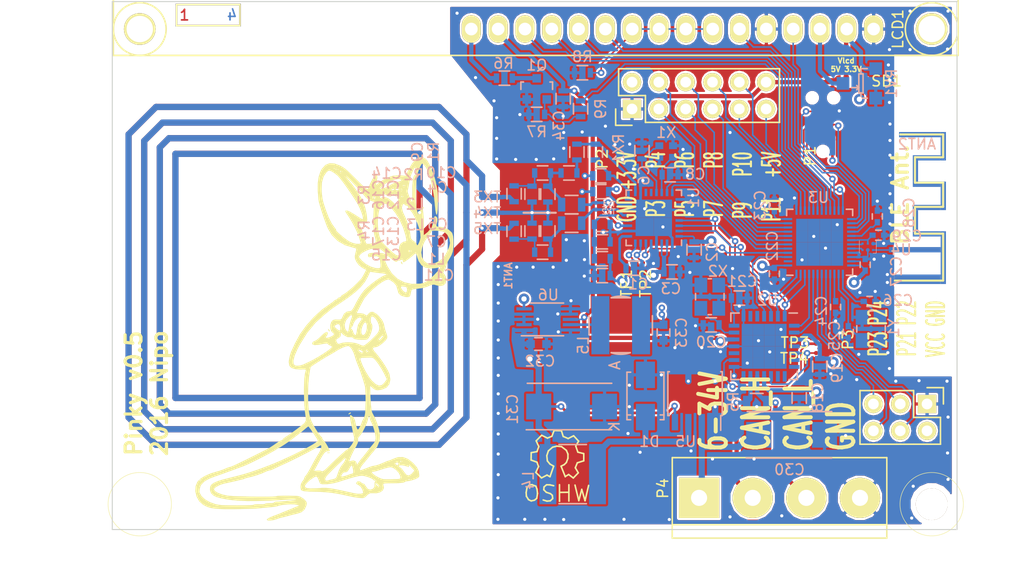
<source format=kicad_pcb>
(kicad_pcb (version 4) (host pcbnew "(2016-08-05 BZR 7009)-product")

  (general
    (links 260)
    (no_connects 25)
    (area 49 48.869999 147.806382 135.845001)
    (thickness 1.6)
    (drawings 25)
    (tracks 1104)
    (zones 0)
    (modules 84)
    (nets 85)
  )

  (page A4)
  (layers
    (0 F.Cu mixed hide)
    (1 In1.Cu power hide)
    (2 In2.Cu power hide)
    (31 B.Cu mixed hide)
    (34 B.Paste user hide)
    (35 F.Paste user hide)
    (36 B.SilkS user)
    (37 F.SilkS user)
    (38 B.Mask user hide)
    (39 F.Mask user hide)
    (40 Dwgs.User user)
    (41 Cmts.User user)
    (44 Edge.Cuts user)
    (45 Margin user)
    (46 B.CrtYd user)
    (47 F.CrtYd user)
    (48 B.Fab user)
    (49 F.Fab user)
  )

  (setup
    (last_trace_width 0.1524)
    (user_trace_width 0.1524)
    (user_trace_width 0.25)
    (user_trace_width 0.4)
    (user_trace_width 0.58)
    (user_trace_width 1)
    (trace_clearance 0.1524)
    (zone_clearance 0.2)
    (zone_45_only yes)
    (trace_min 0.1524)
    (segment_width 0.2)
    (edge_width 0.1)
    (via_size 0.61)
    (via_drill 0.3)
    (via_min_size 0.6048)
    (via_min_drill 0.3)
    (user_via 0.61 0.3)
    (uvia_size 0.3)
    (uvia_drill 0.1)
    (uvias_allowed no)
    (uvia_min_size 0.2)
    (uvia_min_drill 0.1)
    (pcb_text_width 0.3)
    (pcb_text_size 1.5 1.5)
    (mod_edge_width 0.15)
    (mod_text_size 1 1)
    (mod_text_width 0.15)
    (pad_size 3 3)
    (pad_drill 3)
    (pad_to_mask_clearance 0)
    (aux_axis_origin 0 0)
    (visible_elements FFFFFF7F)
    (pcbplotparams
      (layerselection 0x00000_fffffff9)
      (usegerberextensions false)
      (excludeedgelayer true)
      (linewidth 0.100000)
      (plotframeref false)
      (viasonmask false)
      (mode 1)
      (useauxorigin false)
      (hpglpennumber 1)
      (hpglpenspeed 20)
      (hpglpendiameter 15)
      (psnegative false)
      (psa4output false)
      (plotreference true)
      (plotvalue true)
      (plotinvisibletext false)
      (padsonsilk false)
      (subtractmaskfromsilk false)
      (outputformat 1)
      (mirror false)
      (drillshape 0)
      (scaleselection 1)
      (outputdirectory test))
  )

  (net 0 "")
  (net 1 GND)
  (net 2 +3V3)
  (net 3 /mcu/SWDIO)
  (net 4 /mcu/SWDCLK)
  (net 5 "Net-(L3-Pad1)")
  (net 6 +5V)
  (net 7 "Net-(C14-Pad1)")
  (net 8 "Net-(TP3-Pad1)")
  (net 9 "Net-(TP2-Pad1)")
  (net 10 "Net-(TP1-Pad1)")
  (net 11 "Net-(TP4-Pad1)")
  (net 12 /P25)
  (net 13 /P26)
  (net 14 /P20)
  (net 15 /P19)
  (net 16 /P11)
  (net 17 /P12)
  (net 18 /P13)
  (net 19 /P14)
  (net 20 /P15)
  (net 21 /P16)
  (net 22 /P17)
  (net 23 /P18)
  (net 24 /P27)
  (net 25 /P28)
  (net 26 /P29)
  (net 27 /P7)
  (net 28 /P6)
  (net 29 /P5)
  (net 30 /P4)
  (net 31 /P3)
  (net 32 /P10)
  (net 33 /P9)
  (net 34 /P8)
  (net 35 /P30)
  (net 36 /P0)
  (net 37 /P1)
  (net 38 /P2)
  (net 39 "Net-(C26-Pad2)")
  (net 40 /P21)
  (net 41 /P22)
  (net 42 /P23)
  (net 43 /P24)
  (net 44 "Net-(ANT1-Pad3)")
  (net 45 "Net-(ANT1-Pad1)")
  (net 46 "Net-(ANT2-Pad2)")
  (net 47 "Net-(C8-Pad1)")
  (net 48 "Net-(Q1-Pad3)")
  (net 49 "Net-(L5-Pad2)")
  (net 50 "Net-(D1-Pad1)")
  (net 51 "Net-(C9-Pad2)")
  (net 52 "Net-(L2-Pad1)")
  (net 53 "Net-(C13-Pad2)")
  (net 54 "Net-(C12-Pad1)")
  (net 55 "Net-(C15-Pad1)")
  (net 56 "Net-(C9-Pad1)")
  (net 57 "Net-(C5-Pad2)")
  (net 58 "Net-(C10-Pad2)")
  (net 59 "Net-(C6-Pad1)")
  (net 60 "Net-(C21-Pad1)")
  (net 61 "Net-(C20-Pad1)")
  (net 62 "Net-(U3-Pad32)")
  (net 63 "Net-(U3-Pad31)")
  (net 64 "Net-(C29-Pad1)")
  (net 65 "Net-(U3-Pad2)")
  (net 66 "Net-(C28-Pad1)")
  (net 67 "Net-(C25-Pad2)")
  (net 68 "Net-(C24-Pad2)")
  (net 69 "Net-(U1-Pad19)")
  (net 70 "Net-(U1-Pad20)")
  (net 71 "Net-(U2-Pad6)")
  (net 72 "Net-(U2-Pad7)")
  (net 73 "Net-(U2-Pad8)")
  (net 74 "Net-(U2-Pad9)")
  (net 75 "Net-(U2-Pad23)")
  (net 76 "Net-(U2-Pad24)")
  (net 77 /can/VSupply)
  (net 78 "Net-(P4-Pad3)")
  (net 79 "Net-(P4-Pad2)")
  (net 80 "Net-(LCD1-Pad2)")
  (net 81 "Net-(LCD1-Pad10)")
  (net 82 "Net-(LCD1-Pad3)")
  (net 83 "Net-(Q1-Pad1)")
  (net 84 "Net-(LCD1-Pad16)")

  (net_class Default "This is the default net class."
    (clearance 0.1524)
    (trace_width 0.1524)
    (via_dia 0.61)
    (via_drill 0.3)
    (uvia_dia 0.3)
    (uvia_drill 0.1)
    (add_net /P0)
    (add_net /P1)
    (add_net /P10)
    (add_net /P11)
    (add_net /P12)
    (add_net /P13)
    (add_net /P14)
    (add_net /P15)
    (add_net /P16)
    (add_net /P17)
    (add_net /P18)
    (add_net /P19)
    (add_net /P2)
    (add_net /P20)
    (add_net /P21)
    (add_net /P22)
    (add_net /P23)
    (add_net /P24)
    (add_net /P25)
    (add_net /P26)
    (add_net /P27)
    (add_net /P28)
    (add_net /P29)
    (add_net /P3)
    (add_net /P30)
    (add_net /P4)
    (add_net /P5)
    (add_net /P6)
    (add_net /P7)
    (add_net /P8)
    (add_net /P9)
    (add_net /can/VSupply)
    (add_net /mcu/SWDCLK)
    (add_net /mcu/SWDIO)
    (add_net GND)
    (add_net "Net-(ANT1-Pad1)")
    (add_net "Net-(ANT1-Pad3)")
    (add_net "Net-(ANT2-Pad2)")
    (add_net "Net-(C10-Pad2)")
    (add_net "Net-(C12-Pad1)")
    (add_net "Net-(C13-Pad2)")
    (add_net "Net-(C14-Pad1)")
    (add_net "Net-(C15-Pad1)")
    (add_net "Net-(C20-Pad1)")
    (add_net "Net-(C21-Pad1)")
    (add_net "Net-(C24-Pad2)")
    (add_net "Net-(C25-Pad2)")
    (add_net "Net-(C26-Pad2)")
    (add_net "Net-(C28-Pad1)")
    (add_net "Net-(C29-Pad1)")
    (add_net "Net-(C5-Pad2)")
    (add_net "Net-(C6-Pad1)")
    (add_net "Net-(C8-Pad1)")
    (add_net "Net-(C9-Pad1)")
    (add_net "Net-(C9-Pad2)")
    (add_net "Net-(D1-Pad1)")
    (add_net "Net-(L2-Pad1)")
    (add_net "Net-(L3-Pad1)")
    (add_net "Net-(L5-Pad2)")
    (add_net "Net-(LCD1-Pad10)")
    (add_net "Net-(LCD1-Pad16)")
    (add_net "Net-(LCD1-Pad2)")
    (add_net "Net-(LCD1-Pad3)")
    (add_net "Net-(P4-Pad2)")
    (add_net "Net-(P4-Pad3)")
    (add_net "Net-(Q1-Pad1)")
    (add_net "Net-(Q1-Pad3)")
    (add_net "Net-(TP1-Pad1)")
    (add_net "Net-(TP2-Pad1)")
    (add_net "Net-(TP3-Pad1)")
    (add_net "Net-(TP4-Pad1)")
    (add_net "Net-(U1-Pad19)")
    (add_net "Net-(U1-Pad20)")
    (add_net "Net-(U2-Pad23)")
    (add_net "Net-(U2-Pad24)")
    (add_net "Net-(U2-Pad6)")
    (add_net "Net-(U2-Pad7)")
    (add_net "Net-(U2-Pad8)")
    (add_net "Net-(U2-Pad9)")
    (add_net "Net-(U3-Pad2)")
    (add_net "Net-(U3-Pad31)")
    (add_net "Net-(U3-Pad32)")
  )

  (net_class Power ""
    (clearance 0.1524)
    (trace_width 0.4)
    (via_dia 1)
    (via_drill 0.5)
    (uvia_dia 0.3)
    (uvia_drill 0.1)
    (add_net +3V3)
    (add_net +5V)
  )

  (module Capacitors_SMD:C_0603 (layer B.Cu) (tedit 5415D631) (tstamp 57A86D94)
    (at 112.2 111.35 270)
    (descr "Capacitor SMD 0603, reflow soldering, AVX (see smccp.pdf)")
    (tags "capacitor 0603")
    (path /57ADA116/57ADA86E)
    (attr smd)
    (fp_text reference C33 (at 0 -1.7 270) (layer B.SilkS)
      (effects (font (size 1 1) (thickness 0.15)) (justify mirror))
    )
    (fp_text value 22uF (at -0.4 0.1 270) (layer B.Fab)
      (effects (font (size 1 1) (thickness 0.15)) (justify mirror))
    )
    (fp_line (start -1.45 0.75) (end 1.45 0.75) (layer B.CrtYd) (width 0.05))
    (fp_line (start -1.45 -0.75) (end 1.45 -0.75) (layer B.CrtYd) (width 0.05))
    (fp_line (start -1.45 0.75) (end -1.45 -0.75) (layer B.CrtYd) (width 0.05))
    (fp_line (start 1.45 0.75) (end 1.45 -0.75) (layer B.CrtYd) (width 0.05))
    (fp_line (start -0.35 0.6) (end 0.35 0.6) (layer B.SilkS) (width 0.15))
    (fp_line (start 0.35 -0.6) (end -0.35 -0.6) (layer B.SilkS) (width 0.15))
    (pad 1 smd rect (at -0.75 0 270) (size 0.8 0.75) (layers B.Cu B.Paste B.Mask)
      (net 2 +3V3))
    (pad 2 smd rect (at 0.75 0 270) (size 0.8 0.75) (layers B.Cu B.Paste B.Mask)
      (net 1 GND))
    (model Capacitors_SMD.3dshapes/C_0603.wrl
      (at (xyz 0 0 0))
      (scale (xyz 1 1 1))
      (rotate (xyz 0 0 0))
    )
  )

  (module VSSOP:VSSOP-10_3.1x3.1mm_Pitch0.5mm (layer B.Cu) (tedit 56C5753E) (tstamp 57A8696C)
    (at 101.188466 110.098)
    (descr "10-Lead Plastic Small Outline Package")
    (tags "VSSOP 0.5")
    (path /57ADA116/57ADA870)
    (attr smd)
    (fp_text reference U6 (at 0.101534 -2.318 180) (layer B.SilkS)
      (effects (font (size 1 1) (thickness 0.15)) (justify mirror))
    )
    (fp_text value TPS62056 (at -0.138466 0.132) (layer B.Fab)
      (effects (font (size 1 1) (thickness 0.15)) (justify mirror))
    )
    (fp_line (start 1.55 -1.55) (end -1.55 -1.55) (layer B.SilkS) (width 0.15))
    (fp_line (start -2.45 1.55) (end 1.55 1.55) (layer B.SilkS) (width 0.15))
    (fp_line (start -2.45 1.55) (end 2.45 1.55) (layer B.CrtYd) (width 0.05))
    (fp_line (start -2.45 1.55) (end -2.45 -1.55) (layer B.CrtYd) (width 0.05))
    (fp_line (start 2.45 -1.55) (end -2.45 -1.55) (layer B.CrtYd) (width 0.05))
    (fp_line (start 2.45 1.55) (end 2.45 -1.55) (layer B.CrtYd) (width 0.05))
    (pad 1 smd rect (at -2.2 1) (size 1.45 0.3) (layers B.Cu B.Paste B.Mask)
      (net 6 +5V))
    (pad 2 smd rect (at -2.2 0.5) (size 1.45 0.3) (layers B.Cu B.Paste B.Mask)
      (net 1 GND))
    (pad 3 smd rect (at -2.2 0) (size 1.45 0.3) (layers B.Cu B.Paste B.Mask)
      (net 1 GND))
    (pad 4 smd rect (at -2.2 -0.5) (size 1.45 0.3) (layers B.Cu B.Paste B.Mask)
      (net 1 GND))
    (pad 5 smd rect (at -2.2 -1) (size 1.45 0.3) (layers B.Cu B.Paste B.Mask)
      (net 2 +3V3))
    (pad 7 smd rect (at 2.2 -0.5) (size 1.45 0.3) (layers B.Cu B.Paste B.Mask)
      (net 1 GND))
    (pad 10 smd rect (at 2.2 1) (size 1.45 0.3) (layers B.Cu B.Paste B.Mask)
      (net 1 GND))
    (pad 9 smd rect (at 2.2 0.5) (size 1.45 0.3) (layers B.Cu B.Paste B.Mask)
      (net 49 "Net-(L5-Pad2)"))
    (pad 8 smd rect (at 2.2 0) (size 1.45 0.3) (layers B.Cu B.Paste B.Mask)
      (net 6 +5V))
    (pad 6 smd rect (at 2.2 -1) (size 1.45 0.3) (layers B.Cu B.Paste B.Mask)
      (net 1 GND))
    (model Housings_SSOP.3dshapes/MSOP-10-1EP_3x3mm_Pitch0.5mm.wrl
      (at (xyz 0 0 0))
      (scale (xyz 1 1 0.8))
      (rotate (xyz 0 0 0))
    )
  )

  (module Capacitors_SMD:C_0603 (layer B.Cu) (tedit 5415D631) (tstamp 57A86DB6)
    (at 100.365 112.43)
    (descr "Capacitor SMD 0603, reflow soldering, AVX (see smccp.pdf)")
    (tags "capacitor 0603")
    (path /57ADA116/57ADA86F)
    (attr smd)
    (fp_text reference C32 (at 0.135 1.62) (layer B.SilkS)
      (effects (font (size 1 1) (thickness 0.15)) (justify mirror))
    )
    (fp_text value 10uF (at -0.125 0) (layer B.Fab)
      (effects (font (size 1 1) (thickness 0.15)) (justify mirror))
    )
    (fp_line (start -1.45 0.75) (end 1.45 0.75) (layer B.CrtYd) (width 0.05))
    (fp_line (start -1.45 -0.75) (end 1.45 -0.75) (layer B.CrtYd) (width 0.05))
    (fp_line (start -1.45 0.75) (end -1.45 -0.75) (layer B.CrtYd) (width 0.05))
    (fp_line (start 1.45 0.75) (end 1.45 -0.75) (layer B.CrtYd) (width 0.05))
    (fp_line (start -0.35 0.6) (end 0.35 0.6) (layer B.SilkS) (width 0.15))
    (fp_line (start 0.35 -0.6) (end -0.35 -0.6) (layer B.SilkS) (width 0.15))
    (pad 1 smd rect (at -0.75 0) (size 0.8 0.75) (layers B.Cu B.Paste B.Mask)
      (net 6 +5V))
    (pad 2 smd rect (at 0.75 0) (size 0.8 0.75) (layers B.Cu B.Paste B.Mask)
      (net 1 GND))
    (model Capacitors_SMD.3dshapes/C_0603.wrl
      (at (xyz 0 0 0))
      (scale (xyz 1 1 1))
      (rotate (xyz 0 0 0))
    )
  )

  (module Connect:bornier4 (layer F.Cu) (tedit 0) (tstamp 57AADD2E)
    (at 123.19 127)
    (descr "Bornier d'alimentation 4 pins")
    (tags DEV)
    (path /57A213A9/57A5C395)
    (fp_text reference P4 (at -11.049 -0.889 90) (layer F.SilkS)
      (effects (font (size 1 1) (thickness 0.15)))
    )
    (fp_text value CAN (at 0 5.08) (layer F.Fab)
      (effects (font (size 1 1) (thickness 0.15)))
    )
    (fp_line (start -10.16 -3.81) (end -10.16 3.81) (layer F.SilkS) (width 0.15))
    (fp_line (start 10.16 3.81) (end 10.16 -3.81) (layer F.SilkS) (width 0.15))
    (fp_line (start 10.16 2.54) (end -10.16 2.54) (layer F.SilkS) (width 0.15))
    (fp_line (start -10.16 -3.81) (end 10.16 -3.81) (layer F.SilkS) (width 0.15))
    (fp_line (start -10.16 3.81) (end 10.16 3.81) (layer F.SilkS) (width 0.15))
    (pad 2 thru_hole circle (at -2.54 0) (size 3.81 3.81) (drill 1.524) (layers *.Cu *.Mask F.SilkS)
      (net 79 "Net-(P4-Pad2)"))
    (pad 3 thru_hole circle (at 2.54 0) (size 3.81 3.81) (drill 1.524) (layers *.Cu *.Mask F.SilkS)
      (net 78 "Net-(P4-Pad3)"))
    (pad 1 thru_hole rect (at -7.62 0) (size 3.81 3.81) (drill 1.524) (layers *.Cu *.Mask F.SilkS)
      (net 77 /can/VSupply))
    (pad 4 thru_hole circle (at 7.62 0) (size 3.81 3.81) (drill 1.524) (layers *.Cu *.Mask F.SilkS)
      (net 1 GND))
    (model Connect.3dshapes/bornier4.wrl
      (at (xyz 0 0 0))
      (scale (xyz 1 1 1))
      (rotate (xyz 0 0 0))
    )
  )

  (module Test_point:Round-SMD-Pad_0.4mm (layer F.Cu) (tedit 57AA5231) (tstamp 57A99107)
    (at 126.651 113.284 90)
    (path /57A213A9/57A65E93)
    (fp_text reference TP4 (at -0.508 -2.064 180) (layer F.SilkS)
      (effects (font (size 1 1) (thickness 0.15)))
    )
    (fp_text value CAN_RX (at 0 -0.9 90) (layer F.Fab) hide
      (effects (font (size 1 1) (thickness 0.15)))
    )
    (pad 1 smd circle (at 0 0 90) (size 0.4 0.4) (layers F.Cu F.Mask)
      (net 11 "Net-(TP4-Pad1)") (solder_mask_margin 0.001))
  )

  (module Test_point:Round-SMD-Pad_0.4mm (layer F.Cu) (tedit 57AA522D) (tstamp 57A990F2)
    (at 109.25 104.75 180)
    (path /57A213A5/57A666E4)
    (fp_text reference TP1 (at 0.55 -1.95 270) (layer F.SilkS)
      (effects (font (size 1 1) (thickness 0.15)))
    )
    (fp_text value SIGOUT (at 0 -0.9 180) (layer F.Fab) hide
      (effects (font (size 1 1) (thickness 0.15)))
    )
    (pad 1 smd circle (at 0 0 180) (size 0.4 0.4) (layers F.Cu F.Mask)
      (net 10 "Net-(TP1-Pad1)") (solder_mask_margin 0.001))
  )

  (module Test_point:Round-SMD-Pad_0.4mm (layer F.Cu) (tedit 57AA522A) (tstamp 57A990E5)
    (at 110.25 104.75 90)
    (path /57A213A5/57A667A5)
    (fp_text reference TP2 (at -1.95 0.25 90) (layer F.SilkS)
      (effects (font (size 1 1) (thickness 0.15)))
    )
    (fp_text value SIGIN (at 0 -0.9 90) (layer F.Fab) hide
      (effects (font (size 1 1) (thickness 0.15)))
    )
    (pad 1 smd circle (at 0 0 90) (size 0.4 0.4) (layers F.Cu F.Mask)
      (net 9 "Net-(TP2-Pad1)") (solder_mask_margin 0.001))
  )

  (module Test_point:Round-SMD-Pad_0.4mm (layer F.Cu) (tedit 57AA5233) (tstamp 57A86C60)
    (at 126.651 112.405 180)
    (path /57A213A9/57A65EC6)
    (fp_text reference TP3 (at 2 0.1 180) (layer F.SilkS)
      (effects (font (size 1 1) (thickness 0.15)))
    )
    (fp_text value CAN_TX (at 0 -0.9 180) (layer F.Fab) hide
      (effects (font (size 1 1) (thickness 0.15)))
    )
    (pad 1 smd circle (at 0 0 180) (size 0.4 0.4) (layers F.Cu F.Mask)
      (net 8 "Net-(TP3-Pad1)") (solder_mask_margin 0.001))
  )

  (module Resistors_SMD:R_0805 (layer B.Cu) (tedit 5415CDEB) (tstamp 57A8DE47)
    (at 103.5 99.23223 180)
    (descr "Resistor SMD 0805, reflow soldering, Vishay (see dcrcw.pdf)")
    (tags "resistor 0805")
    (path /57A213A5/57A4D73C)
    (attr smd)
    (fp_text reference L2 (at 14.854 0.04523 180) (layer B.SilkS)
      (effects (font (size 1 1) (thickness 0.15)) (justify mirror))
    )
    (fp_text value 560nH (at -0.85 -0.91777 270) (layer B.Fab)
      (effects (font (size 1 1) (thickness 0.15)) (justify mirror))
    )
    (fp_line (start -1.6 1) (end 1.6 1) (layer B.CrtYd) (width 0.05))
    (fp_line (start -1.6 -1) (end 1.6 -1) (layer B.CrtYd) (width 0.05))
    (fp_line (start -1.6 1) (end -1.6 -1) (layer B.CrtYd) (width 0.05))
    (fp_line (start 1.6 1) (end 1.6 -1) (layer B.CrtYd) (width 0.05))
    (fp_line (start 0.6 -0.875) (end -0.6 -0.875) (layer B.SilkS) (width 0.15))
    (fp_line (start -0.6 0.875) (end 0.6 0.875) (layer B.SilkS) (width 0.15))
    (pad 1 smd rect (at -0.95 0 180) (size 0.7 1.3) (layers B.Cu B.Paste B.Mask)
      (net 52 "Net-(L2-Pad1)"))
    (pad 2 smd rect (at 0.95 0 180) (size 0.7 1.3) (layers B.Cu B.Paste B.Mask)
      (net 54 "Net-(C12-Pad1)"))
    (model Resistors_SMD.3dshapes/R_0805.wrl
      (at (xyz 0 0 0))
      (scale (xyz 1 1 1))
      (rotate (xyz 0 0 0))
    )
  )

  (module Resistors_SMD:R_0805 (layer B.Cu) (tedit 5415CDEB) (tstamp 57A8DE26)
    (at 103.5 100.98223 180)
    (descr "Resistor SMD 0805, reflow soldering, Vishay (see dcrcw.pdf)")
    (tags "resistor 0805")
    (path /57A213A5/57A4D774)
    (attr smd)
    (fp_text reference L3 (at 14.8 -0.16777 180) (layer B.SilkS)
      (effects (font (size 1 1) (thickness 0.15)) (justify mirror))
    )
    (fp_text value 560nH (at 0.5 0.88223 270) (layer B.Fab)
      (effects (font (size 1 1) (thickness 0.15)) (justify mirror))
    )
    (fp_line (start -1.6 1) (end 1.6 1) (layer B.CrtYd) (width 0.05))
    (fp_line (start -1.6 -1) (end 1.6 -1) (layer B.CrtYd) (width 0.05))
    (fp_line (start -1.6 1) (end -1.6 -1) (layer B.CrtYd) (width 0.05))
    (fp_line (start 1.6 1) (end 1.6 -1) (layer B.CrtYd) (width 0.05))
    (fp_line (start 0.6 -0.875) (end -0.6 -0.875) (layer B.SilkS) (width 0.15))
    (fp_line (start -0.6 0.875) (end 0.6 0.875) (layer B.SilkS) (width 0.15))
    (pad 1 smd rect (at -0.95 0 180) (size 0.7 1.3) (layers B.Cu B.Paste B.Mask)
      (net 5 "Net-(L3-Pad1)"))
    (pad 2 smd rect (at 0.95 0 180) (size 0.7 1.3) (layers B.Cu B.Paste B.Mask)
      (net 53 "Net-(C13-Pad2)"))
    (model Resistors_SMD.3dshapes/R_0805.wrl
      (at (xyz 0 0 0))
      (scale (xyz 1 1 1))
      (rotate (xyz 0 0 0))
    )
  )

  (module Resistors_SMD:R_0603 (layer B.Cu) (tedit 5415CC62) (tstamp 57A8CB0F)
    (at 98.05 101.75 270)
    (descr "Resistor SMD 0603, reflow soldering, Vishay (see dcrcw.pdf)")
    (tags "resistor 0603")
    (path /57A213A5/57A4DBAE)
    (attr smd)
    (fp_text reference R4 (at -0.1 14.2 270) (layer B.SilkS)
      (effects (font (size 1 1) (thickness 0.15)) (justify mirror))
    )
    (fp_text value 3R (at 0 0.11777 270) (layer B.Fab)
      (effects (font (size 1 1) (thickness 0.15)) (justify mirror))
    )
    (fp_line (start -1.3 0.8) (end 1.3 0.8) (layer B.CrtYd) (width 0.05))
    (fp_line (start -1.3 -0.8) (end 1.3 -0.8) (layer B.CrtYd) (width 0.05))
    (fp_line (start -1.3 0.8) (end -1.3 -0.8) (layer B.CrtYd) (width 0.05))
    (fp_line (start 1.3 0.8) (end 1.3 -0.8) (layer B.CrtYd) (width 0.05))
    (fp_line (start 0.5 -0.675) (end -0.5 -0.675) (layer B.SilkS) (width 0.15))
    (fp_line (start -0.5 0.675) (end 0.5 0.675) (layer B.SilkS) (width 0.15))
    (pad 1 smd rect (at -0.75 0 270) (size 0.5 0.9) (layers B.Cu B.Paste B.Mask)
      (net 44 "Net-(ANT1-Pad3)"))
    (pad 2 smd rect (at 0.75 0 270) (size 0.5 0.9) (layers B.Cu B.Paste B.Mask)
      (net 55 "Net-(C15-Pad1)"))
    (model Resistors_SMD.3dshapes/R_0603.wrl
      (at (xyz 0 0 0))
      (scale (xyz 1 1 1))
      (rotate (xyz 0 0 0))
    )
  )

  (module Resistors_SMD:R_0603 (layer B.Cu) (tedit 5415CC62) (tstamp 57A8CAED)
    (at 98.05 98.2 90)
    (descr "Resistor SMD 0603, reflow soldering, Vishay (see dcrcw.pdf)")
    (tags "resistor 0603")
    (path /57A213A5/57A4DB3C)
    (attr smd)
    (fp_text reference R3 (at -0.1 -14.2 90) (layer B.SilkS)
      (effects (font (size 1 1) (thickness 0.15)) (justify mirror))
    )
    (fp_text value 3R (at 0 0.01777 90) (layer B.Fab)
      (effects (font (size 1 1) (thickness 0.15)) (justify mirror))
    )
    (fp_line (start -1.3 0.8) (end 1.3 0.8) (layer B.CrtYd) (width 0.05))
    (fp_line (start -1.3 -0.8) (end 1.3 -0.8) (layer B.CrtYd) (width 0.05))
    (fp_line (start -1.3 0.8) (end -1.3 -0.8) (layer B.CrtYd) (width 0.05))
    (fp_line (start 1.3 0.8) (end 1.3 -0.8) (layer B.CrtYd) (width 0.05))
    (fp_line (start 0.5 -0.675) (end -0.5 -0.675) (layer B.SilkS) (width 0.15))
    (fp_line (start -0.5 0.675) (end 0.5 0.675) (layer B.SilkS) (width 0.15))
    (pad 1 smd rect (at -0.75 0 90) (size 0.5 0.9) (layers B.Cu B.Paste B.Mask)
      (net 45 "Net-(ANT1-Pad1)"))
    (pad 2 smd rect (at 0.75 0 90) (size 0.5 0.9) (layers B.Cu B.Paste B.Mask)
      (net 7 "Net-(C14-Pad1)"))
    (model Resistors_SMD.3dshapes/R_0603.wrl
      (at (xyz 0 0 0))
      (scale (xyz 1 1 1))
      (rotate (xyz 0 0 0))
    )
  )

  (module Resistors_SMD:R_0603 (layer B.Cu) (tedit 5415CC62) (tstamp 57A8CACB)
    (at 103.25 96.23223)
    (descr "Resistor SMD 0603, reflow soldering, Vishay (see dcrcw.pdf)")
    (tags "resistor 0603")
    (path /57A213A5/57A4E4E3)
    (attr smd)
    (fp_text reference R2 (at -14.731 0.16077) (layer B.SilkS)
      (effects (font (size 1 1) (thickness 0.15)) (justify mirror))
    )
    (fp_text value R (at 0 0.01777) (layer B.Fab)
      (effects (font (size 1 1) (thickness 0.15)) (justify mirror))
    )
    (fp_line (start -1.3 0.8) (end 1.3 0.8) (layer B.CrtYd) (width 0.05))
    (fp_line (start -1.3 -0.8) (end 1.3 -0.8) (layer B.CrtYd) (width 0.05))
    (fp_line (start -1.3 0.8) (end -1.3 -0.8) (layer B.CrtYd) (width 0.05))
    (fp_line (start 1.3 0.8) (end 1.3 -0.8) (layer B.CrtYd) (width 0.05))
    (fp_line (start 0.5 -0.675) (end -0.5 -0.675) (layer B.SilkS) (width 0.15))
    (fp_line (start -0.5 0.675) (end 0.5 0.675) (layer B.SilkS) (width 0.15))
    (pad 1 smd rect (at -0.75 0) (size 0.5 0.9) (layers B.Cu B.Paste B.Mask)
      (net 54 "Net-(C12-Pad1)"))
    (pad 2 smd rect (at 0.75 0) (size 0.5 0.9) (layers B.Cu B.Paste B.Mask)
      (net 56 "Net-(C9-Pad1)"))
    (model Resistors_SMD.3dshapes/R_0603.wrl
      (at (xyz 0 0 0))
      (scale (xyz 1 1 1))
      (rotate (xyz 0 0 0))
    )
  )

  (module Resistors_SMD:R_0603 (layer B.Cu) (tedit 5415CC62) (tstamp 57A8CA93)
    (at 105.75 94.25 90)
    (descr "Resistor SMD 0603, reflow soldering, Vishay (see dcrcw.pdf)")
    (tags "resistor 0603")
    (path /57A213A5/57A4E064)
    (attr smd)
    (fp_text reference R1 (at 0.016 -15.326 90) (layer B.SilkS)
      (effects (font (size 1 1) (thickness 0.15)) (justify mirror))
    )
    (fp_text value 1K (at 0 0 90) (layer B.Fab)
      (effects (font (size 1 1) (thickness 0.15)) (justify mirror))
    )
    (fp_line (start -1.3 0.8) (end 1.3 0.8) (layer B.CrtYd) (width 0.05))
    (fp_line (start -1.3 -0.8) (end 1.3 -0.8) (layer B.CrtYd) (width 0.05))
    (fp_line (start -1.3 0.8) (end -1.3 -0.8) (layer B.CrtYd) (width 0.05))
    (fp_line (start 1.3 0.8) (end 1.3 -0.8) (layer B.CrtYd) (width 0.05))
    (fp_line (start 0.5 -0.675) (end -0.5 -0.675) (layer B.SilkS) (width 0.15))
    (fp_line (start -0.5 0.675) (end 0.5 0.675) (layer B.SilkS) (width 0.15))
    (pad 1 smd rect (at -0.75 0 90) (size 0.5 0.9) (layers B.Cu B.Paste B.Mask)
      (net 58 "Net-(C10-Pad2)"))
    (pad 2 smd rect (at 0.75 0 90) (size 0.5 0.9) (layers B.Cu B.Paste B.Mask)
      (net 51 "Net-(C9-Pad2)"))
    (model Resistors_SMD.3dshapes/R_0603.wrl
      (at (xyz 0 0 0))
      (scale (xyz 1 1 1))
      (rotate (xyz 0 0 0))
    )
  )

  (module Resistors_SMD:R_0603 (layer B.Cu) (tedit 5415CC62) (tstamp 57A8C9EB)
    (at 109.4 105.25)
    (descr "Resistor SMD 0603, reflow soldering, Vishay (see dcrcw.pdf)")
    (tags "resistor 0603")
    (path /57A213A5/57A89CF4)
    (attr smd)
    (fp_text reference C1 (at 0.4 1.5) (layer B.SilkS)
      (effects (font (size 1 1) (thickness 0.15)) (justify mirror))
    )
    (fp_text value 100nF (at 0.35 0.1) (layer B.Fab)
      (effects (font (size 1 1) (thickness 0.15)) (justify mirror))
    )
    (fp_line (start -1.3 0.8) (end 1.3 0.8) (layer B.CrtYd) (width 0.05))
    (fp_line (start -1.3 -0.8) (end 1.3 -0.8) (layer B.CrtYd) (width 0.05))
    (fp_line (start -1.3 0.8) (end -1.3 -0.8) (layer B.CrtYd) (width 0.05))
    (fp_line (start 1.3 0.8) (end 1.3 -0.8) (layer B.CrtYd) (width 0.05))
    (fp_line (start 0.5 -0.675) (end -0.5 -0.675) (layer B.SilkS) (width 0.15))
    (fp_line (start -0.5 0.675) (end 0.5 0.675) (layer B.SilkS) (width 0.15))
    (pad 1 smd rect (at -0.75 0) (size 0.5 0.9) (layers B.Cu B.Paste B.Mask)
      (net 2 +3V3))
    (pad 2 smd rect (at 0.75 0) (size 0.5 0.9) (layers B.Cu B.Paste B.Mask)
      (net 1 GND))
    (model Resistors_SMD.3dshapes/R_0603.wrl
      (at (xyz 0 0 0))
      (scale (xyz 1 1 1))
      (rotate (xyz 0 0 0))
    )
  )

  (module Resistors_SMD:R_0603 (layer B.Cu) (tedit 5415CC62) (tstamp 57A8C99D)
    (at 106.25 98 180)
    (descr "Resistor SMD 0603, reflow soldering, Vishay (see dcrcw.pdf)")
    (tags "resistor 0603")
    (path /57A213A5/57A89BE9)
    (attr smd)
    (fp_text reference C4 (at 15.45 0.4 180) (layer B.SilkS)
      (effects (font (size 1 1) (thickness 0.15)) (justify mirror))
    )
    (fp_text value 100nF (at -0.7 -0.05 180) (layer B.Fab)
      (effects (font (size 1 1) (thickness 0.15)) (justify mirror))
    )
    (fp_line (start -1.3 0.8) (end 1.3 0.8) (layer B.CrtYd) (width 0.05))
    (fp_line (start -1.3 -0.8) (end 1.3 -0.8) (layer B.CrtYd) (width 0.05))
    (fp_line (start -1.3 0.8) (end -1.3 -0.8) (layer B.CrtYd) (width 0.05))
    (fp_line (start 1.3 0.8) (end 1.3 -0.8) (layer B.CrtYd) (width 0.05))
    (fp_line (start 0.5 -0.675) (end -0.5 -0.675) (layer B.SilkS) (width 0.15))
    (fp_line (start -0.5 0.675) (end 0.5 0.675) (layer B.SilkS) (width 0.15))
    (pad 1 smd rect (at -0.75 0 180) (size 0.5 0.9) (layers B.Cu B.Paste B.Mask)
      (net 2 +3V3))
    (pad 2 smd rect (at 0.75 0 180) (size 0.5 0.9) (layers B.Cu B.Paste B.Mask)
      (net 1 GND))
    (model Resistors_SMD.3dshapes/R_0603.wrl
      (at (xyz 0 0 0))
      (scale (xyz 1 1 1))
      (rotate (xyz 0 0 0))
    )
  )

  (module Resistors_SMD:R_0603 (layer B.Cu) (tedit 5415CC62) (tstamp 57A8C965)
    (at 106.25 96.5)
    (descr "Resistor SMD 0603, reflow soldering, Vishay (see dcrcw.pdf)")
    (tags "resistor 0603")
    (path /57A213A5/57A4DFDD)
    (attr smd)
    (fp_text reference C10 (at -15.1 -0.3) (layer B.SilkS)
      (effects (font (size 1 1) (thickness 0.15)) (justify mirror))
    )
    (fp_text value 100nF (at 0.65 -0.05) (layer B.Fab)
      (effects (font (size 1 1) (thickness 0.15)) (justify mirror))
    )
    (fp_line (start -1.3 0.8) (end 1.3 0.8) (layer B.CrtYd) (width 0.05))
    (fp_line (start -1.3 -0.8) (end 1.3 -0.8) (layer B.CrtYd) (width 0.05))
    (fp_line (start -1.3 0.8) (end -1.3 -0.8) (layer B.CrtYd) (width 0.05))
    (fp_line (start 1.3 0.8) (end 1.3 -0.8) (layer B.CrtYd) (width 0.05))
    (fp_line (start 0.5 -0.675) (end -0.5 -0.675) (layer B.SilkS) (width 0.15))
    (fp_line (start -0.5 0.675) (end 0.5 0.675) (layer B.SilkS) (width 0.15))
    (pad 1 smd rect (at -0.75 0) (size 0.5 0.9) (layers B.Cu B.Paste B.Mask)
      (net 1 GND))
    (pad 2 smd rect (at 0.75 0) (size 0.5 0.9) (layers B.Cu B.Paste B.Mask)
      (net 58 "Net-(C10-Pad2)"))
    (model Resistors_SMD.3dshapes/R_0603.wrl
      (at (xyz 0 0 0))
      (scale (xyz 1 1 1))
      (rotate (xyz 0 0 0))
    )
  )

  (module Resistors_SMD:R_0603 (layer B.Cu) (tedit 5415CC62) (tstamp 57A8C943)
    (at 104 94.25 90)
    (descr "Resistor SMD 0603, reflow soldering, Vishay (see dcrcw.pdf)")
    (tags "resistor 0603")
    (path /57A213A5/57A4E447)
    (attr smd)
    (fp_text reference C9 (at 0.016 -15.1 90) (layer B.SilkS)
      (effects (font (size 1 1) (thickness 0.15)) (justify mirror))
    )
    (fp_text value 1nF (at 0 0.05 90) (layer B.Fab)
      (effects (font (size 1 1) (thickness 0.15)) (justify mirror))
    )
    (fp_line (start -1.3 0.8) (end 1.3 0.8) (layer B.CrtYd) (width 0.05))
    (fp_line (start -1.3 -0.8) (end 1.3 -0.8) (layer B.CrtYd) (width 0.05))
    (fp_line (start -1.3 0.8) (end -1.3 -0.8) (layer B.CrtYd) (width 0.05))
    (fp_line (start 1.3 0.8) (end 1.3 -0.8) (layer B.CrtYd) (width 0.05))
    (fp_line (start 0.5 -0.675) (end -0.5 -0.675) (layer B.SilkS) (width 0.15))
    (fp_line (start -0.5 0.675) (end 0.5 0.675) (layer B.SilkS) (width 0.15))
    (pad 1 smd rect (at -0.75 0 90) (size 0.5 0.9) (layers B.Cu B.Paste B.Mask)
      (net 56 "Net-(C9-Pad1)"))
    (pad 2 smd rect (at 0.75 0 90) (size 0.5 0.9) (layers B.Cu B.Paste B.Mask)
      (net 51 "Net-(C9-Pad2)"))
    (model Resistors_SMD.3dshapes/R_0603.wrl
      (at (xyz 0 0 0))
      (scale (xyz 1 1 1))
      (rotate (xyz 0 0 0))
    )
  )

  (module Resistors_SMD:R_0603 (layer B.Cu) (tedit 5415CC62) (tstamp 57A8C921)
    (at 101.25 98.23223 270)
    (descr "Resistor SMD 0603, reflow soldering, Vishay (see dcrcw.pdf)")
    (tags "resistor 0603")
    (path /57A213A5/57A4D97C)
    (attr smd)
    (fp_text reference C12 (at 0.06577 14.636 270) (layer B.SilkS)
      (effects (font (size 1 1) (thickness 0.15)) (justify mirror))
    )
    (fp_text value 220pF (at 0 0 270) (layer B.Fab)
      (effects (font (size 1 1) (thickness 0.15)) (justify mirror))
    )
    (fp_line (start -1.3 0.8) (end 1.3 0.8) (layer B.CrtYd) (width 0.05))
    (fp_line (start -1.3 -0.8) (end 1.3 -0.8) (layer B.CrtYd) (width 0.05))
    (fp_line (start -1.3 0.8) (end -1.3 -0.8) (layer B.CrtYd) (width 0.05))
    (fp_line (start 1.3 0.8) (end 1.3 -0.8) (layer B.CrtYd) (width 0.05))
    (fp_line (start 0.5 -0.675) (end -0.5 -0.675) (layer B.SilkS) (width 0.15))
    (fp_line (start -0.5 0.675) (end 0.5 0.675) (layer B.SilkS) (width 0.15))
    (pad 1 smd rect (at -0.75 0 270) (size 0.5 0.9) (layers B.Cu B.Paste B.Mask)
      (net 54 "Net-(C12-Pad1)"))
    (pad 2 smd rect (at 0.75 0 270) (size 0.5 0.9) (layers B.Cu B.Paste B.Mask)
      (net 1 GND))
    (model Resistors_SMD.3dshapes/R_0603.wrl
      (at (xyz 0 0 0))
      (scale (xyz 1 1 1))
      (rotate (xyz 0 0 0))
    )
  )

  (module Resistors_SMD:R_0603 (layer B.Cu) (tedit 5415CC62) (tstamp 57A8C8FF)
    (at 101.25 101.73223 270)
    (descr "Resistor SMD 0603, reflow soldering, Vishay (see dcrcw.pdf)")
    (tags "resistor 0603")
    (path /57A213A5/57A4D9B2)
    (attr smd)
    (fp_text reference C13 (at -0.00523 14.636 270) (layer B.SilkS)
      (effects (font (size 1 1) (thickness 0.15)) (justify mirror))
    )
    (fp_text value 220pF (at 0.01777 0 270) (layer B.Fab)
      (effects (font (size 1 1) (thickness 0.15)) (justify mirror))
    )
    (fp_line (start -1.3 0.8) (end 1.3 0.8) (layer B.CrtYd) (width 0.05))
    (fp_line (start -1.3 -0.8) (end 1.3 -0.8) (layer B.CrtYd) (width 0.05))
    (fp_line (start -1.3 0.8) (end -1.3 -0.8) (layer B.CrtYd) (width 0.05))
    (fp_line (start 1.3 0.8) (end 1.3 -0.8) (layer B.CrtYd) (width 0.05))
    (fp_line (start 0.5 -0.675) (end -0.5 -0.675) (layer B.SilkS) (width 0.15))
    (fp_line (start -0.5 0.675) (end 0.5 0.675) (layer B.SilkS) (width 0.15))
    (pad 1 smd rect (at -0.75 0 270) (size 0.5 0.9) (layers B.Cu B.Paste B.Mask)
      (net 1 GND))
    (pad 2 smd rect (at 0.75 0 270) (size 0.5 0.9) (layers B.Cu B.Paste B.Mask)
      (net 53 "Net-(C13-Pad2)"))
    (model Resistors_SMD.3dshapes/R_0603.wrl
      (at (xyz 0 0 0))
      (scale (xyz 1 1 1))
      (rotate (xyz 0 0 0))
    )
  )

  (module Resistors_SMD:R_0603 (layer B.Cu) (tedit 57AA536E) (tstamp 57A8C8DD)
    (at 100.75 96.23223)
    (descr "Resistor SMD 0603, reflow soldering, Vishay (see dcrcw.pdf)")
    (tags "resistor 0603")
    (path /57A213A5/57A4D9EE)
    (attr smd)
    (fp_text reference C14 (at -14.771 0.03377) (layer B.SilkS)
      (effects (font (size 1 1) (thickness 0.15)) (justify mirror))
    )
    (fp_text value C (at 0 -0.03223) (layer B.Fab)
      (effects (font (size 1 1) (thickness 0.15)) (justify mirror))
    )
    (fp_line (start -1.3 0.8) (end 1.3 0.8) (layer B.CrtYd) (width 0.05))
    (fp_line (start -1.3 -0.8) (end 1.3 -0.8) (layer B.CrtYd) (width 0.05))
    (fp_line (start -1.3 0.8) (end -1.3 -0.8) (layer B.CrtYd) (width 0.05))
    (fp_line (start 1.3 0.8) (end 1.3 -0.8) (layer B.CrtYd) (width 0.05))
    (fp_line (start 0.5 -0.675) (end -0.5 -0.675) (layer B.SilkS) (width 0.15))
    (fp_line (start -0.5 0.675) (end 0.5 0.675) (layer B.SilkS) (width 0.15))
    (pad 1 smd rect (at -0.75 0) (size 0.5 0.9) (layers B.Cu B.Paste B.Mask)
      (net 7 "Net-(C14-Pad1)"))
    (pad 2 smd rect (at 0.75 0) (size 0.5 0.9) (layers B.Cu B.Paste B.Mask)
      (net 54 "Net-(C12-Pad1)"))
    (model Resistors_SMD.3dshapes/R_0603.wrl
      (at (xyz 0 0 0))
      (scale (xyz 1 1 1))
      (rotate (xyz 0 0 0))
    )
  )

  (module Resistors_SMD:R_0603 (layer B.Cu) (tedit 5415CC62) (tstamp 57A8C8BB)
    (at 100.75 103.73223)
    (descr "Resistor SMD 0603, reflow soldering, Vishay (see dcrcw.pdf)")
    (tags "resistor 0603")
    (path /57A213A5/57A4DA61)
    (attr smd)
    (fp_text reference C15 (at -14.8 0.26777) (layer B.SilkS)
      (effects (font (size 1 1) (thickness 0.15)) (justify mirror))
    )
    (fp_text value C (at 0 0.01777) (layer B.Fab)
      (effects (font (size 1 1) (thickness 0.15)) (justify mirror))
    )
    (fp_line (start -1.3 0.8) (end 1.3 0.8) (layer B.CrtYd) (width 0.05))
    (fp_line (start -1.3 -0.8) (end 1.3 -0.8) (layer B.CrtYd) (width 0.05))
    (fp_line (start -1.3 0.8) (end -1.3 -0.8) (layer B.CrtYd) (width 0.05))
    (fp_line (start 1.3 0.8) (end 1.3 -0.8) (layer B.CrtYd) (width 0.05))
    (fp_line (start 0.5 -0.675) (end -0.5 -0.675) (layer B.SilkS) (width 0.15))
    (fp_line (start -0.5 0.675) (end 0.5 0.675) (layer B.SilkS) (width 0.15))
    (pad 1 smd rect (at -0.75 0) (size 0.5 0.9) (layers B.Cu B.Paste B.Mask)
      (net 55 "Net-(C15-Pad1)"))
    (pad 2 smd rect (at 0.75 0) (size 0.5 0.9) (layers B.Cu B.Paste B.Mask)
      (net 53 "Net-(C13-Pad2)"))
    (model Resistors_SMD.3dshapes/R_0603.wrl
      (at (xyz 0 0 0))
      (scale (xyz 1 1 1))
      (rotate (xyz 0 0 0))
    )
  )

  (module Resistors_SMD:R_0603 (layer B.Cu) (tedit 5415CC62) (tstamp 57A8C899)
    (at 99.75 98.23223 270)
    (descr "Resistor SMD 0603, reflow soldering, Vishay (see dcrcw.pdf)")
    (tags "resistor 0603")
    (path /57A213A5/57A4DAAB)
    (attr smd)
    (fp_text reference C16 (at 0.06577 14.533 270) (layer B.SilkS)
      (effects (font (size 1 1) (thickness 0.15)) (justify mirror))
    )
    (fp_text value C (at 0.01777 0 270) (layer B.Fab)
      (effects (font (size 1 1) (thickness 0.15)) (justify mirror))
    )
    (fp_line (start -1.3 0.8) (end 1.3 0.8) (layer B.CrtYd) (width 0.05))
    (fp_line (start -1.3 -0.8) (end 1.3 -0.8) (layer B.CrtYd) (width 0.05))
    (fp_line (start -1.3 0.8) (end -1.3 -0.8) (layer B.CrtYd) (width 0.05))
    (fp_line (start 1.3 0.8) (end 1.3 -0.8) (layer B.CrtYd) (width 0.05))
    (fp_line (start 0.5 -0.675) (end -0.5 -0.675) (layer B.SilkS) (width 0.15))
    (fp_line (start -0.5 0.675) (end 0.5 0.675) (layer B.SilkS) (width 0.15))
    (pad 1 smd rect (at -0.75 0 270) (size 0.5 0.9) (layers B.Cu B.Paste B.Mask)
      (net 7 "Net-(C14-Pad1)"))
    (pad 2 smd rect (at 0.75 0 270) (size 0.5 0.9) (layers B.Cu B.Paste B.Mask)
      (net 1 GND))
    (model Resistors_SMD.3dshapes/R_0603.wrl
      (at (xyz 0 0 0))
      (scale (xyz 1 1 1))
      (rotate (xyz 0 0 0))
    )
  )

  (module Resistors_SMD:R_0603 (layer B.Cu) (tedit 5415CC62) (tstamp 57A8C877)
    (at 99.75 101.73223 270)
    (descr "Resistor SMD 0603, reflow soldering, Vishay (see dcrcw.pdf)")
    (tags "resistor 0603")
    (path /57A213A5/57A4DAE6)
    (attr smd)
    (fp_text reference C17 (at -0.00523 14.533 270) (layer B.SilkS)
      (effects (font (size 1 1) (thickness 0.15)) (justify mirror))
    )
    (fp_text value C (at 0 0 270) (layer B.Fab)
      (effects (font (size 1 1) (thickness 0.15)) (justify mirror))
    )
    (fp_line (start -1.3 0.8) (end 1.3 0.8) (layer B.CrtYd) (width 0.05))
    (fp_line (start -1.3 -0.8) (end 1.3 -0.8) (layer B.CrtYd) (width 0.05))
    (fp_line (start -1.3 0.8) (end -1.3 -0.8) (layer B.CrtYd) (width 0.05))
    (fp_line (start 1.3 0.8) (end 1.3 -0.8) (layer B.CrtYd) (width 0.05))
    (fp_line (start 0.5 -0.675) (end -0.5 -0.675) (layer B.SilkS) (width 0.15))
    (fp_line (start -0.5 0.675) (end 0.5 0.675) (layer B.SilkS) (width 0.15))
    (pad 1 smd rect (at -0.75 0 270) (size 0.5 0.9) (layers B.Cu B.Paste B.Mask)
      (net 1 GND))
    (pad 2 smd rect (at 0.75 0 270) (size 0.5 0.9) (layers B.Cu B.Paste B.Mask)
      (net 55 "Net-(C15-Pad1)"))
    (model Resistors_SMD.3dshapes/R_0603.wrl
      (at (xyz 0 0 0))
      (scale (xyz 1 1 1))
      (rotate (xyz 0 0 0))
    )
  )

  (module Continuous_Label:Label_4Layer (layer F.Cu) (tedit 56E84AD3) (tstamp 57AB5F91)
    (at 69.088 81.28)
    (path /57A9197A)
    (fp_text reference Label1 (at 0 2) (layer F.SilkS) hide
      (effects (font (size 1 1) (thickness 0.15)))
    )
    (fp_text value Label (at 0 -2) (layer F.Fab) hide
      (effects (font (size 1 1) (thickness 0.15)))
    )
    (fp_line (start -3 1) (end -3 -1) (layer F.SilkS) (width 0.15))
    (fp_line (start 3 -1) (end 3 1) (layer F.SilkS) (width 0.15))
    (fp_line (start -3 -1) (end 3 -1) (layer F.SilkS) (width 0.15))
    (fp_line (start -3 1) (end 3 1) (layer F.SilkS) (width 0.15))
    (fp_line (start -3.1 1.1) (end -3.1 -1.1) (layer F.CrtYd) (width 0.05))
    (fp_line (start 3.1 -1.1) (end 3.1 1.1) (layer F.CrtYd) (width 0.05))
    (fp_line (start -3.1 -1.1) (end 3.1 -1.1) (layer F.CrtYd) (width 0.05))
    (fp_line (start -3.1 1.1) (end 3.1 1.1) (layer F.CrtYd) (width 0.05))
    (fp_text user 1 (at -2.25 0) (layer F.Cu)
      (effects (font (size 1 1) (thickness 0.15)))
    )
    (fp_text user 2 (at -0.75 0) (layer In1.Cu)
      (effects (font (size 1 1) (thickness 0.15)))
    )
    (fp_text user 3 (at 0.75 0) (layer In2.Cu)
      (effects (font (size 1 1) (thickness 0.15)))
    )
    (fp_text user 4 (at 2.25 0) (layer B.Cu)
      (effects (font (size 1 1) (thickness 0.15)) (justify mirror))
    )
    (pad "" smd rect (at 0 0) (size 5.4 1.4) (layers *.Mask))
    (pad "" connect rect (at 0 -1) (size 6.1524 0.1524) (layers *.Cu))
    (pad "" connect rect (at 0 1) (size 6.1524 0.1524) (layers *.Cu))
    (pad "" connect rect (at -3 0 180) (size 0.1524 2.1524) (layers *.Cu))
    (pad "" connect rect (at 3 0 180) (size 0.1524 2.1524) (layers *.Cu))
  )

  (module Pin_Headers:Pin_Header_Straight_2x03 (layer F.Cu) (tedit 54EA0A4B) (tstamp 57AAB0CC)
    (at 137.16 118.11 270)
    (descr "Through hole pin header")
    (tags "pin header")
    (path /57A8E778)
    (fp_text reference P3 (at -6.096 7.493 270) (layer F.SilkS)
      (effects (font (size 1 1) (thickness 0.15)))
    )
    (fp_text value Extension (at 1.05 2.68) (layer F.Fab)
      (effects (font (size 1 1) (thickness 0.15)))
    )
    (fp_line (start -1.27 1.27) (end -1.27 6.35) (layer F.SilkS) (width 0.15))
    (fp_line (start -1.55 -1.55) (end 0 -1.55) (layer F.SilkS) (width 0.15))
    (fp_line (start -1.75 -1.75) (end -1.75 6.85) (layer F.CrtYd) (width 0.05))
    (fp_line (start 4.3 -1.75) (end 4.3 6.85) (layer F.CrtYd) (width 0.05))
    (fp_line (start -1.75 -1.75) (end 4.3 -1.75) (layer F.CrtYd) (width 0.05))
    (fp_line (start -1.75 6.85) (end 4.3 6.85) (layer F.CrtYd) (width 0.05))
    (fp_line (start 1.27 -1.27) (end 1.27 1.27) (layer F.SilkS) (width 0.15))
    (fp_line (start 1.27 1.27) (end -1.27 1.27) (layer F.SilkS) (width 0.15))
    (fp_line (start -1.27 6.35) (end 3.81 6.35) (layer F.SilkS) (width 0.15))
    (fp_line (start 3.81 6.35) (end 3.81 1.27) (layer F.SilkS) (width 0.15))
    (fp_line (start -1.55 -1.55) (end -1.55 0) (layer F.SilkS) (width 0.15))
    (fp_line (start 3.81 -1.27) (end 1.27 -1.27) (layer F.SilkS) (width 0.15))
    (fp_line (start 3.81 1.27) (end 3.81 -1.27) (layer F.SilkS) (width 0.15))
    (pad 1 thru_hole rect (at 0 0 270) (size 1.7272 1.7272) (drill 1.016) (layers *.Cu *.Mask F.SilkS)
      (net 1 GND))
    (pad 2 thru_hole oval (at 2.54 0 270) (size 1.7272 1.7272) (drill 1.016) (layers *.Cu *.Mask F.SilkS)
      (net 2 +3V3))
    (pad 3 thru_hole oval (at 0 2.54 270) (size 1.7272 1.7272) (drill 1.016) (layers *.Cu *.Mask F.SilkS)
      (net 41 /P22))
    (pad 4 thru_hole oval (at 2.54 2.54 270) (size 1.7272 1.7272) (drill 1.016) (layers *.Cu *.Mask F.SilkS)
      (net 40 /P21))
    (pad 5 thru_hole oval (at 0 5.08 270) (size 1.7272 1.7272) (drill 1.016) (layers *.Cu *.Mask F.SilkS)
      (net 43 /P24))
    (pad 6 thru_hole oval (at 2.54 5.08 270) (size 1.7272 1.7272) (drill 1.016) (layers *.Cu *.Mask F.SilkS)
      (net 42 /P23))
    (model Pin_Headers.3dshapes/Pin_Header_Straight_2x03.wrl
      (at (xyz 0.05 -0.1 0))
      (scale (xyz 1 1 1))
      (rotate (xyz 0 0 90))
    )
  )

  (module Pin_Headers:Pin_Header_Straight_2x06 (layer F.Cu) (tedit 0) (tstamp 57AA1BFC)
    (at 109.22 90.17 90)
    (descr "Through hole pin header")
    (tags "pin header")
    (path /57A595C3)
    (fp_text reference P2 (at -4.73 -2.82 270) (layer F.SilkS)
      (effects (font (size 1 1) (thickness 0.15)))
    )
    (fp_text value Keypad (at 1.07 6.57 180) (layer F.Fab)
      (effects (font (size 1 1) (thickness 0.15)))
    )
    (fp_line (start -1.75 -1.75) (end -1.75 14.45) (layer F.CrtYd) (width 0.05))
    (fp_line (start 4.3 -1.75) (end 4.3 14.45) (layer F.CrtYd) (width 0.05))
    (fp_line (start -1.75 -1.75) (end 4.3 -1.75) (layer F.CrtYd) (width 0.05))
    (fp_line (start -1.75 14.45) (end 4.3 14.45) (layer F.CrtYd) (width 0.05))
    (fp_line (start 3.81 13.97) (end 3.81 -1.27) (layer F.SilkS) (width 0.15))
    (fp_line (start -1.27 1.27) (end -1.27 13.97) (layer F.SilkS) (width 0.15))
    (fp_line (start 3.81 13.97) (end -1.27 13.97) (layer F.SilkS) (width 0.15))
    (fp_line (start 3.81 -1.27) (end 1.27 -1.27) (layer F.SilkS) (width 0.15))
    (fp_line (start 0 -1.55) (end -1.55 -1.55) (layer F.SilkS) (width 0.15))
    (fp_line (start 1.27 -1.27) (end 1.27 1.27) (layer F.SilkS) (width 0.15))
    (fp_line (start 1.27 1.27) (end -1.27 1.27) (layer F.SilkS) (width 0.15))
    (fp_line (start -1.55 -1.55) (end -1.55 0) (layer F.SilkS) (width 0.15))
    (pad 1 thru_hole rect (at 0 0 90) (size 1.7272 1.7272) (drill 1.016) (layers *.Cu *.Mask F.SilkS)
      (net 1 GND))
    (pad 2 thru_hole oval (at 2.54 0 90) (size 1.7272 1.7272) (drill 1.016) (layers *.Cu *.Mask F.SilkS)
      (net 2 +3V3))
    (pad 3 thru_hole oval (at 0 2.54 90) (size 1.7272 1.7272) (drill 1.016) (layers *.Cu *.Mask F.SilkS)
      (net 31 /P3))
    (pad 4 thru_hole oval (at 2.54 2.54 90) (size 1.7272 1.7272) (drill 1.016) (layers *.Cu *.Mask F.SilkS)
      (net 30 /P4))
    (pad 5 thru_hole oval (at 0 5.08 90) (size 1.7272 1.7272) (drill 1.016) (layers *.Cu *.Mask F.SilkS)
      (net 29 /P5))
    (pad 6 thru_hole oval (at 2.54 5.08 90) (size 1.7272 1.7272) (drill 1.016) (layers *.Cu *.Mask F.SilkS)
      (net 28 /P6))
    (pad 7 thru_hole oval (at 0 7.62 90) (size 1.7272 1.7272) (drill 1.016) (layers *.Cu *.Mask F.SilkS)
      (net 27 /P7))
    (pad 8 thru_hole oval (at 2.54 7.62 90) (size 1.7272 1.7272) (drill 1.016) (layers *.Cu *.Mask F.SilkS)
      (net 34 /P8))
    (pad 9 thru_hole oval (at 0 10.16 90) (size 1.7272 1.7272) (drill 1.016) (layers *.Cu *.Mask F.SilkS)
      (net 33 /P9))
    (pad 10 thru_hole oval (at 2.54 10.16 90) (size 1.7272 1.7272) (drill 1.016) (layers *.Cu *.Mask F.SilkS)
      (net 32 /P10))
    (pad 11 thru_hole oval (at 0 12.7 90) (size 1.7272 1.7272) (drill 1.016) (layers *.Cu *.Mask F.SilkS)
      (net 16 /P11))
    (pad 12 thru_hole oval (at 2.54 12.7 90) (size 1.7272 1.7272) (drill 1.016) (layers *.Cu *.Mask F.SilkS)
      (net 6 +5V))
    (model Pin_Headers.3dshapes/Pin_Header_Straight_2x06.wrl
      (at (xyz 0.05 -0.25 0))
      (scale (xyz 1 1 1))
      (rotate (xyz 0 0 90))
    )
  )

  (module Resistors_SMD:R_0603 (layer B.Cu) (tedit 5415CC62) (tstamp 57A91849)
    (at 113 105.6)
    (descr "Resistor SMD 0603, reflow soldering, Vishay (see dcrcw.pdf)")
    (tags "resistor 0603")
    (path /57A213A5/57A89C41)
    (attr smd)
    (fp_text reference C3 (at -0.097 1.588) (layer B.SilkS)
      (effects (font (size 1 1) (thickness 0.15)) (justify mirror))
    )
    (fp_text value 100nF (at 1.3 0.05) (layer B.Fab)
      (effects (font (size 1 1) (thickness 0.15)) (justify mirror))
    )
    (fp_line (start -1.3 0.8) (end 1.3 0.8) (layer B.CrtYd) (width 0.05))
    (fp_line (start -1.3 -0.8) (end 1.3 -0.8) (layer B.CrtYd) (width 0.05))
    (fp_line (start -1.3 0.8) (end -1.3 -0.8) (layer B.CrtYd) (width 0.05))
    (fp_line (start 1.3 0.8) (end 1.3 -0.8) (layer B.CrtYd) (width 0.05))
    (fp_line (start 0.5 -0.675) (end -0.5 -0.675) (layer B.SilkS) (width 0.15))
    (fp_line (start -0.5 0.675) (end 0.5 0.675) (layer B.SilkS) (width 0.15))
    (pad 1 smd rect (at -0.75 0) (size 0.5 0.9) (layers B.Cu B.Paste B.Mask)
      (net 2 +3V3))
    (pad 2 smd rect (at 0.75 0) (size 0.5 0.9) (layers B.Cu B.Paste B.Mask)
      (net 1 GND))
    (model Resistors_SMD.3dshapes/R_0603.wrl
      (at (xyz 0 0 0))
      (scale (xyz 1 1 1))
      (rotate (xyz 0 0 0))
    )
  )

  (module Resistors_SMD:R_0603 (layer B.Cu) (tedit 5415CC62) (tstamp 57A91827)
    (at 115.1 103.5 270)
    (descr "Resistor SMD 0603, reflow soldering, Vishay (see dcrcw.pdf)")
    (tags "resistor 0603")
    (path /57A213A5/57A89C99)
    (attr smd)
    (fp_text reference C2 (at 0.2 -1.7 270) (layer B.SilkS)
      (effects (font (size 1 1) (thickness 0.15)) (justify mirror))
    )
    (fp_text value 100nF (at -0.8 -0.05 270) (layer B.Fab)
      (effects (font (size 1 1) (thickness 0.15)) (justify mirror))
    )
    (fp_line (start -1.3 0.8) (end 1.3 0.8) (layer B.CrtYd) (width 0.05))
    (fp_line (start -1.3 -0.8) (end 1.3 -0.8) (layer B.CrtYd) (width 0.05))
    (fp_line (start -1.3 0.8) (end -1.3 -0.8) (layer B.CrtYd) (width 0.05))
    (fp_line (start 1.3 0.8) (end 1.3 -0.8) (layer B.CrtYd) (width 0.05))
    (fp_line (start 0.5 -0.675) (end -0.5 -0.675) (layer B.SilkS) (width 0.15))
    (fp_line (start -0.5 0.675) (end 0.5 0.675) (layer B.SilkS) (width 0.15))
    (pad 1 smd rect (at -0.75 0 270) (size 0.5 0.9) (layers B.Cu B.Paste B.Mask)
      (net 2 +3V3))
    (pad 2 smd rect (at 0.75 0 270) (size 0.5 0.9) (layers B.Cu B.Paste B.Mask)
      (net 1 GND))
    (model Resistors_SMD.3dshapes/R_0603.wrl
      (at (xyz 0 0 0))
      (scale (xyz 1 1 1))
      (rotate (xyz 0 0 0))
    )
  )

  (module Resistors_SMD:R_0603 (layer B.Cu) (tedit 5415CC62) (tstamp 57A916F1)
    (at 127 114.554 270)
    (descr "Resistor SMD 0603, reflow soldering, Vishay (see dcrcw.pdf)")
    (tags "resistor 0603")
    (path /57A213A9/57A88C4A)
    (attr smd)
    (fp_text reference C19 (at 0.127 -1.651 270) (layer B.SilkS)
      (effects (font (size 1 1) (thickness 0.15)) (justify mirror))
    )
    (fp_text value 100nF (at -0.2 0.05 270) (layer B.Fab)
      (effects (font (size 1 1) (thickness 0.15)) (justify mirror))
    )
    (fp_line (start -1.3 0.8) (end 1.3 0.8) (layer B.CrtYd) (width 0.05))
    (fp_line (start -1.3 -0.8) (end 1.3 -0.8) (layer B.CrtYd) (width 0.05))
    (fp_line (start -1.3 0.8) (end -1.3 -0.8) (layer B.CrtYd) (width 0.05))
    (fp_line (start 1.3 0.8) (end 1.3 -0.8) (layer B.CrtYd) (width 0.05))
    (fp_line (start 0.5 -0.675) (end -0.5 -0.675) (layer B.SilkS) (width 0.15))
    (fp_line (start -0.5 0.675) (end 0.5 0.675) (layer B.SilkS) (width 0.15))
    (pad 1 smd rect (at -0.75 0 270) (size 0.5 0.9) (layers B.Cu B.Paste B.Mask)
      (net 2 +3V3))
    (pad 2 smd rect (at 0.75 0 270) (size 0.5 0.9) (layers B.Cu B.Paste B.Mask)
      (net 1 GND))
    (model Resistors_SMD.3dshapes/R_0603.wrl
      (at (xyz 0 0 0))
      (scale (xyz 1 1 1))
      (rotate (xyz 0 0 0))
    )
  )

  (module Resistors_SMD:R_0603 (layer B.Cu) (tedit 5415CC62) (tstamp 57A916CF)
    (at 125.052541 117.538459 270)
    (descr "Resistor SMD 0603, reflow soldering, Vishay (see dcrcw.pdf)")
    (tags "resistor 0603")
    (path /57A213A9/57A88F41)
    (attr smd)
    (fp_text reference C18 (at -0.05 -1.75 270) (layer B.SilkS)
      (effects (font (size 1 1) (thickness 0.15)) (justify mirror))
    )
    (fp_text value 100nF (at 0.961541 -0.2 270) (layer B.Fab)
      (effects (font (size 1 1) (thickness 0.15)) (justify mirror))
    )
    (fp_line (start -1.3 0.8) (end 1.3 0.8) (layer B.CrtYd) (width 0.05))
    (fp_line (start -1.3 -0.8) (end 1.3 -0.8) (layer B.CrtYd) (width 0.05))
    (fp_line (start -1.3 0.8) (end -1.3 -0.8) (layer B.CrtYd) (width 0.05))
    (fp_line (start 1.3 0.8) (end 1.3 -0.8) (layer B.CrtYd) (width 0.05))
    (fp_line (start 0.5 -0.675) (end -0.5 -0.675) (layer B.SilkS) (width 0.15))
    (fp_line (start -0.5 0.675) (end 0.5 0.675) (layer B.SilkS) (width 0.15))
    (pad 1 smd rect (at -0.75 0 270) (size 0.5 0.9) (layers B.Cu B.Paste B.Mask)
      (net 2 +3V3))
    (pad 2 smd rect (at 0.75 0 270) (size 0.5 0.9) (layers B.Cu B.Paste B.Mask)
      (net 1 GND))
    (model Resistors_SMD.3dshapes/R_0603.wrl
      (at (xyz 0 0 0))
      (scale (xyz 1 1 1))
      (rotate (xyz 0 0 0))
    )
  )

  (module Resistors_SMD:R_0603 (layer B.Cu) (tedit 5415CC62) (tstamp 57A7C2CC)
    (at 119.38 108.077)
    (descr "Resistor SMD 0603, reflow soldering, Vishay (see dcrcw.pdf)")
    (tags "resistor 0603")
    (path /57A213A9/57A48196)
    (attr smd)
    (fp_text reference C21 (at 0.27 -1.577) (layer B.SilkS)
      (effects (font (size 1 1) (thickness 0.15)) (justify mirror))
    )
    (fp_text value 12pF (at -0.025 0) (layer B.Fab)
      (effects (font (size 1 1) (thickness 0.15)) (justify mirror))
    )
    (fp_line (start -1.3 0.8) (end 1.3 0.8) (layer B.CrtYd) (width 0.05))
    (fp_line (start -1.3 -0.8) (end 1.3 -0.8) (layer B.CrtYd) (width 0.05))
    (fp_line (start -1.3 0.8) (end -1.3 -0.8) (layer B.CrtYd) (width 0.05))
    (fp_line (start 1.3 0.8) (end 1.3 -0.8) (layer B.CrtYd) (width 0.05))
    (fp_line (start 0.5 -0.675) (end -0.5 -0.675) (layer B.SilkS) (width 0.15))
    (fp_line (start -0.5 0.675) (end 0.5 0.675) (layer B.SilkS) (width 0.15))
    (pad 1 smd rect (at -0.75 0) (size 0.5 0.9) (layers B.Cu B.Paste B.Mask)
      (net 60 "Net-(C21-Pad1)"))
    (pad 2 smd rect (at 0.75 0) (size 0.5 0.9) (layers B.Cu B.Paste B.Mask)
      (net 1 GND))
    (model Resistors_SMD.3dshapes/R_0603.wrl
      (at (xyz 0 0 0))
      (scale (xyz 1 1 1))
      (rotate (xyz 0 0 0))
    )
  )

  (module Resistors_SMD:R_0603 (layer B.Cu) (tedit 5415CC62) (tstamp 57A7C2EE)
    (at 116.713 110.617 180)
    (descr "Resistor SMD 0603, reflow soldering, Vishay (see dcrcw.pdf)")
    (tags "resistor 0603")
    (path /57A213A9/57A48158)
    (attr smd)
    (fp_text reference C20 (at 0 -1.625 180) (layer B.SilkS)
      (effects (font (size 1 1) (thickness 0.15)) (justify mirror))
    )
    (fp_text value 12pF (at 0 0.025 180) (layer B.Fab)
      (effects (font (size 1 1) (thickness 0.15)) (justify mirror))
    )
    (fp_line (start -1.3 0.8) (end 1.3 0.8) (layer B.CrtYd) (width 0.05))
    (fp_line (start -1.3 -0.8) (end 1.3 -0.8) (layer B.CrtYd) (width 0.05))
    (fp_line (start -1.3 0.8) (end -1.3 -0.8) (layer B.CrtYd) (width 0.05))
    (fp_line (start 1.3 0.8) (end 1.3 -0.8) (layer B.CrtYd) (width 0.05))
    (fp_line (start 0.5 -0.675) (end -0.5 -0.675) (layer B.SilkS) (width 0.15))
    (fp_line (start -0.5 0.675) (end 0.5 0.675) (layer B.SilkS) (width 0.15))
    (pad 1 smd rect (at -0.75 0 180) (size 0.5 0.9) (layers B.Cu B.Paste B.Mask)
      (net 61 "Net-(C20-Pad1)"))
    (pad 2 smd rect (at 0.75 0 180) (size 0.5 0.9) (layers B.Cu B.Paste B.Mask)
      (net 1 GND))
    (model Resistors_SMD.3dshapes/R_0603.wrl
      (at (xyz 0 0 0))
      (scale (xyz 1 1 1))
      (rotate (xyz 0 0 0))
    )
  )

  (module Resistors_SMD:R_0603 (layer B.Cu) (tedit 5415CC62) (tstamp 57A7C420)
    (at 112.821473 96.401522)
    (descr "Resistor SMD 0603, reflow soldering, Vishay (see dcrcw.pdf)")
    (tags "resistor 0603")
    (path /57A213A5/57A4A717)
    (attr smd)
    (fp_text reference C8 (at 2.378527 -0.051522) (layer B.SilkS)
      (effects (font (size 1 1) (thickness 0.15)) (justify mirror))
    )
    (fp_text value C (at 0 -0.001522) (layer B.Fab)
      (effects (font (size 1 1) (thickness 0.15)) (justify mirror))
    )
    (fp_line (start -1.3 0.8) (end 1.3 0.8) (layer B.CrtYd) (width 0.05))
    (fp_line (start -1.3 -0.8) (end 1.3 -0.8) (layer B.CrtYd) (width 0.05))
    (fp_line (start -1.3 0.8) (end -1.3 -0.8) (layer B.CrtYd) (width 0.05))
    (fp_line (start 1.3 0.8) (end 1.3 -0.8) (layer B.CrtYd) (width 0.05))
    (fp_line (start 0.5 -0.675) (end -0.5 -0.675) (layer B.SilkS) (width 0.15))
    (fp_line (start -0.5 0.675) (end 0.5 0.675) (layer B.SilkS) (width 0.15))
    (pad 1 smd rect (at -0.75 0) (size 0.5 0.9) (layers B.Cu B.Paste B.Mask)
      (net 47 "Net-(C8-Pad1)"))
    (pad 2 smd rect (at 0.75 0) (size 0.5 0.9) (layers B.Cu B.Paste B.Mask)
      (net 1 GND))
    (model Resistors_SMD.3dshapes/R_0603.wrl
      (at (xyz 0 0 0))
      (scale (xyz 1 1 1))
      (rotate (xyz 0 0 0))
    )
  )

  (module Resistors_SMD:R_0603 (layer B.Cu) (tedit 5415CC62) (tstamp 57A7C442)
    (at 110.162285 94.138781 90)
    (descr "Resistor SMD 0603, reflow soldering, Vishay (see dcrcw.pdf)")
    (tags "resistor 0603")
    (path /57A213A5/57A4A6C2)
    (attr smd)
    (fp_text reference C6 (at -2.311219 0.187715 270) (layer B.SilkS)
      (effects (font (size 1 1) (thickness 0.15)) (justify mirror))
    )
    (fp_text value C (at -0.011219 0.037715 90) (layer B.Fab)
      (effects (font (size 1 1) (thickness 0.15)) (justify mirror))
    )
    (fp_line (start -1.3 0.8) (end 1.3 0.8) (layer B.CrtYd) (width 0.05))
    (fp_line (start -1.3 -0.8) (end 1.3 -0.8) (layer B.CrtYd) (width 0.05))
    (fp_line (start -1.3 0.8) (end -1.3 -0.8) (layer B.CrtYd) (width 0.05))
    (fp_line (start 1.3 0.8) (end 1.3 -0.8) (layer B.CrtYd) (width 0.05))
    (fp_line (start 0.5 -0.675) (end -0.5 -0.675) (layer B.SilkS) (width 0.15))
    (fp_line (start -0.5 0.675) (end 0.5 0.675) (layer B.SilkS) (width 0.15))
    (pad 1 smd rect (at -0.75 0 90) (size 0.5 0.9) (layers B.Cu B.Paste B.Mask)
      (net 59 "Net-(C6-Pad1)"))
    (pad 2 smd rect (at 0.75 0 90) (size 0.5 0.9) (layers B.Cu B.Paste B.Mask)
      (net 1 GND))
    (model Resistors_SMD.3dshapes/R_0603.wrl
      (at (xyz 0 0 0))
      (scale (xyz 1 1 1))
      (rotate (xyz 0 0 0))
    )
  )

  (module LGA_Packages:LGA-6-0.5mm (layer B.Cu) (tedit 57100005) (tstamp 57A7C636)
    (at 131.55 103.225)
    (path /57A213A4/570FFB99)
    (fp_text reference U4 (at 3.15 0.275) (layer B.SilkS)
      (effects (font (size 1 1) (thickness 0.15)) (justify mirror))
    )
    (fp_text value BALF-NRF01E3 (at -0.05 0.075) (layer B.Fab)
      (effects (font (size 1 1) (thickness 0.15)) (justify mirror))
    )
    (fp_line (start -0.8 0.6) (end -0.8 -0.6) (layer B.SilkS) (width 0.05))
    (fp_line (start 0.8 0.6) (end 0.8 -0.6) (layer B.SilkS) (width 0.05))
    (fp_line (start 0.5 0.6) (end 0.8 0.6) (layer B.SilkS) (width 0.05))
    (fp_line (start -0.75 -0.5) (end -0.75 0.5) (layer B.CrtYd) (width 0.05))
    (fp_line (start 0.75 -0.5) (end -0.75 -0.5) (layer B.CrtYd) (width 0.05))
    (fp_line (start 0.75 0.5) (end 0.75 -0.5) (layer B.CrtYd) (width 0.05))
    (fp_line (start -0.75 0.5) (end 0.75 0.5) (layer B.CrtYd) (width 0.05))
    (pad 1 smd rect (at 0.5 0.3) (size 0.2 0.2) (layers B.Cu B.Paste B.Mask)
      (net 46 "Net-(ANT2-Pad2)"))
    (pad 2 smd rect (at 0 0.3) (size 0.2 0.2) (layers B.Cu B.Paste B.Mask)
      (net 1 GND))
    (pad 3 smd rect (at -0.5 0.3) (size 0.2 0.2) (layers B.Cu B.Paste B.Mask)
      (net 62 "Net-(U3-Pad32)"))
    (pad 4 smd rect (at -0.5 -0.3) (size 0.2 0.2) (layers B.Cu B.Paste B.Mask)
      (net 63 "Net-(U3-Pad31)"))
    (pad 5 smd rect (at 0 -0.3) (size 0.2 0.2) (layers B.Cu B.Paste B.Mask)
      (net 64 "Net-(C29-Pad1)"))
    (pad 6 smd rect (at 0.5 -0.3) (size 0.2 0.2) (layers B.Cu B.Paste B.Mask)
      (net 1 GND))
  )

  (module Housings_DFN_QFN:UQFN-48-1EP_6x6mm_Pitch0.4mm (layer B.Cu) (tedit 54130A77) (tstamp 57A7C706)
    (at 126.988466 102.794)
    (descr "48-Lead Plastic Ultra Thin Quad Flat, No Lead Package (MV) - 6x6x0.5 mm Body [UQFN]; (see Microchip Packaging Specification 00000049BS.pdf)")
    (tags "QFN 0.4")
    (path /57A213A4/56BFA8C4)
    (attr smd)
    (fp_text reference U3 (at -0.115466 -4.242) (layer B.SilkS)
      (effects (font (size 1 1) (thickness 0.15)) (justify mirror))
    )
    (fp_text value nRF51822 (at -0.138466 -1.344) (layer B.Fab)
      (effects (font (size 1 1) (thickness 0.15)) (justify mirror))
    )
    (fp_line (start -3.65 3.65) (end -3.65 -3.65) (layer B.CrtYd) (width 0.05))
    (fp_line (start 3.65 3.65) (end 3.65 -3.65) (layer B.CrtYd) (width 0.05))
    (fp_line (start -3.65 3.65) (end 3.65 3.65) (layer B.CrtYd) (width 0.05))
    (fp_line (start -3.65 -3.65) (end 3.65 -3.65) (layer B.CrtYd) (width 0.05))
    (fp_line (start 3.125 3.125) (end 3.125 2.525) (layer B.SilkS) (width 0.15))
    (fp_line (start -3.125 -3.125) (end -3.125 -2.525) (layer B.SilkS) (width 0.15))
    (fp_line (start 3.125 -3.125) (end 3.125 -2.525) (layer B.SilkS) (width 0.15))
    (fp_line (start -3.125 3.125) (end -2.525 3.125) (layer B.SilkS) (width 0.15))
    (fp_line (start -3.125 -3.125) (end -2.525 -3.125) (layer B.SilkS) (width 0.15))
    (fp_line (start 3.125 -3.125) (end 2.525 -3.125) (layer B.SilkS) (width 0.15))
    (fp_line (start 3.125 3.125) (end 2.525 3.125) (layer B.SilkS) (width 0.15))
    (pad 1 smd rect (at -3 2.2) (size 0.8 0.2) (layers B.Cu B.Paste B.Mask)
      (net 2 +3V3))
    (pad 2 smd rect (at -3 1.8) (size 0.8 0.2) (layers B.Cu B.Paste B.Mask)
      (net 65 "Net-(U3-Pad2)"))
    (pad 3 smd rect (at -3 1.4) (size 0.8 0.2) (layers B.Cu B.Paste B.Mask)
      (net 35 /P30))
    (pad 4 smd rect (at -3 1) (size 0.8 0.2) (layers B.Cu B.Paste B.Mask)
      (net 36 /P0))
    (pad 5 smd rect (at -3 0.6) (size 0.8 0.2) (layers B.Cu B.Paste B.Mask)
      (net 37 /P1))
    (pad 6 smd rect (at -3 0.2) (size 0.8 0.2) (layers B.Cu B.Paste B.Mask)
      (net 38 /P2))
    (pad 7 smd rect (at -3 -0.2) (size 0.8 0.2) (layers B.Cu B.Paste B.Mask)
      (net 31 /P3))
    (pad 8 smd rect (at -3 -0.6) (size 0.8 0.2) (layers B.Cu B.Paste B.Mask)
      (net 30 /P4))
    (pad 9 smd rect (at -3 -1) (size 0.8 0.2) (layers B.Cu B.Paste B.Mask)
      (net 29 /P5))
    (pad 10 smd rect (at -3 -1.4) (size 0.8 0.2) (layers B.Cu B.Paste B.Mask)
      (net 28 /P6))
    (pad 11 smd rect (at -3 -1.8) (size 0.8 0.2) (layers B.Cu B.Paste B.Mask)
      (net 27 /P7))
    (pad 12 smd rect (at -3 -2.2) (size 0.8 0.2) (layers B.Cu B.Paste B.Mask)
      (net 2 +3V3))
    (pad 13 smd rect (at -2.2 -3 270) (size 0.8 0.2) (layers B.Cu B.Paste B.Mask)
      (net 1 GND))
    (pad 14 smd rect (at -1.8 -3 270) (size 0.8 0.2) (layers B.Cu B.Paste B.Mask)
      (net 34 /P8))
    (pad 15 smd rect (at -1.4 -3 270) (size 0.8 0.2) (layers B.Cu B.Paste B.Mask)
      (net 33 /P9))
    (pad 16 smd rect (at -1 -3 270) (size 0.8 0.2) (layers B.Cu B.Paste B.Mask)
      (net 32 /P10))
    (pad 17 smd rect (at -0.6 -3 270) (size 0.8 0.2) (layers B.Cu B.Paste B.Mask)
      (net 16 /P11))
    (pad 18 smd rect (at -0.2 -3 270) (size 0.8 0.2) (layers B.Cu B.Paste B.Mask)
      (net 17 /P12))
    (pad 19 smd rect (at 0.2 -3 270) (size 0.8 0.2) (layers B.Cu B.Paste B.Mask)
      (net 18 /P13))
    (pad 20 smd rect (at 0.6 -3 270) (size 0.8 0.2) (layers B.Cu B.Paste B.Mask)
      (net 19 /P14))
    (pad 21 smd rect (at 1 -3 270) (size 0.8 0.2) (layers B.Cu B.Paste B.Mask)
      (net 20 /P15))
    (pad 22 smd rect (at 1.4 -3 270) (size 0.8 0.2) (layers B.Cu B.Paste B.Mask)
      (net 21 /P16))
    (pad 23 smd rect (at 1.8 -3 270) (size 0.8 0.2) (layers B.Cu B.Paste B.Mask)
      (net 3 /mcu/SWDIO))
    (pad 24 smd rect (at 2.2 -3 270) (size 0.8 0.2) (layers B.Cu B.Paste B.Mask)
      (net 4 /mcu/SWDCLK))
    (pad 25 smd rect (at 3 -2.2) (size 0.8 0.2) (layers B.Cu B.Paste B.Mask)
      (net 22 /P17))
    (pad 26 smd rect (at 3 -1.8) (size 0.8 0.2) (layers B.Cu B.Paste B.Mask)
      (net 23 /P18))
    (pad 27 smd rect (at 3 -1.4) (size 0.8 0.2) (layers B.Cu B.Paste B.Mask)
      (net 15 /P19))
    (pad 28 smd rect (at 3 -1) (size 0.8 0.2) (layers B.Cu B.Paste B.Mask)
      (net 14 /P20))
    (pad 29 smd rect (at 3 -0.6) (size 0.8 0.2) (layers B.Cu B.Paste B.Mask)
      (net 66 "Net-(C28-Pad1)"))
    (pad 30 smd rect (at 3 -0.2) (size 0.8 0.2) (layers B.Cu B.Paste B.Mask)
      (net 64 "Net-(C29-Pad1)"))
    (pad 31 smd rect (at 3 0.2) (size 0.8 0.2) (layers B.Cu B.Paste B.Mask)
      (net 63 "Net-(U3-Pad31)"))
    (pad 32 smd rect (at 3 0.6) (size 0.8 0.2) (layers B.Cu B.Paste B.Mask)
      (net 62 "Net-(U3-Pad32)"))
    (pad 33 smd rect (at 3 1) (size 0.8 0.2) (layers B.Cu B.Paste B.Mask)
      (net 1 GND))
    (pad 34 smd rect (at 3 1.4) (size 0.8 0.2) (layers B.Cu B.Paste B.Mask)
      (net 1 GND))
    (pad 35 smd rect (at 3 1.8) (size 0.8 0.2) (layers B.Cu B.Paste B.Mask)
      (net 2 +3V3))
    (pad 36 smd rect (at 3 2.2) (size 0.8 0.2) (layers B.Cu B.Paste B.Mask)
      (net 2 +3V3))
    (pad 37 smd rect (at 2.2 3 270) (size 0.8 0.2) (layers B.Cu B.Paste B.Mask)
      (net 39 "Net-(C26-Pad2)"))
    (pad 38 smd rect (at 1.8 3 270) (size 0.8 0.2) (layers B.Cu B.Paste B.Mask)
      (net 67 "Net-(C25-Pad2)"))
    (pad 39 smd rect (at 1.4 3 270) (size 0.8 0.2) (layers B.Cu B.Paste B.Mask)
      (net 68 "Net-(C24-Pad2)"))
    (pad 40 smd rect (at 1 3 270) (size 0.8 0.2) (layers B.Cu B.Paste B.Mask)
      (net 40 /P21))
    (pad 41 smd rect (at 0.6 3 270) (size 0.8 0.2) (layers B.Cu B.Paste B.Mask)
      (net 41 /P22))
    (pad 42 smd rect (at 0.2 3 270) (size 0.8 0.2) (layers B.Cu B.Paste B.Mask)
      (net 42 /P23))
    (pad 43 smd rect (at -0.2 3 270) (size 0.8 0.2) (layers B.Cu B.Paste B.Mask)
      (net 43 /P24))
    (pad 44 smd rect (at -0.6 3 270) (size 0.8 0.2) (layers B.Cu B.Paste B.Mask)
      (net 12 /P25))
    (pad 45 smd rect (at -1 3 270) (size 0.8 0.2) (layers B.Cu B.Paste B.Mask)
      (net 13 /P26))
    (pad 46 smd rect (at -1.4 3 270) (size 0.8 0.2) (layers B.Cu B.Paste B.Mask)
      (net 24 /P27))
    (pad 47 smd rect (at -1.8 3 270) (size 0.8 0.2) (layers B.Cu B.Paste B.Mask)
      (net 25 /P28))
    (pad 48 smd rect (at -2.2 3 270) (size 0.8 0.2) (layers B.Cu B.Paste B.Mask)
      (net 26 /P29))
    (pad 49 smd rect (at 1.66875 -1.66875) (size 1.1125 1.1125) (layers B.Cu B.Paste B.Mask)
      (net 1 GND) (solder_paste_margin_ratio -0.2))
    (pad 49 smd rect (at 1.66875 -0.55625) (size 1.1125 1.1125) (layers B.Cu B.Paste B.Mask)
      (net 1 GND) (solder_paste_margin_ratio -0.2))
    (pad 49 smd rect (at 1.66875 0.55625) (size 1.1125 1.1125) (layers B.Cu B.Paste B.Mask)
      (net 1 GND) (solder_paste_margin_ratio -0.2))
    (pad 49 smd rect (at 1.66875 1.66875) (size 1.1125 1.1125) (layers B.Cu B.Paste B.Mask)
      (net 1 GND) (solder_paste_margin_ratio -0.2))
    (pad 49 smd rect (at 0.55625 -1.66875) (size 1.1125 1.1125) (layers B.Cu B.Paste B.Mask)
      (net 1 GND) (solder_paste_margin_ratio -0.2))
    (pad 49 smd rect (at 0.55625 -0.55625) (size 1.1125 1.1125) (layers B.Cu B.Paste B.Mask)
      (net 1 GND) (solder_paste_margin_ratio -0.2))
    (pad 49 smd rect (at 0.55625 0.55625) (size 1.1125 1.1125) (layers B.Cu B.Paste B.Mask)
      (net 1 GND) (solder_paste_margin_ratio -0.2))
    (pad 49 smd rect (at 0.55625 1.66875) (size 1.1125 1.1125) (layers B.Cu B.Paste B.Mask)
      (net 1 GND) (solder_paste_margin_ratio -0.2))
    (pad 49 smd rect (at -0.55625 -1.66875) (size 1.1125 1.1125) (layers B.Cu B.Paste B.Mask)
      (net 1 GND) (solder_paste_margin_ratio -0.2))
    (pad 49 smd rect (at -0.55625 -0.55625) (size 1.1125 1.1125) (layers B.Cu B.Paste B.Mask)
      (net 1 GND) (solder_paste_margin_ratio -0.2))
    (pad 49 smd rect (at -0.55625 0.55625) (size 1.1125 1.1125) (layers B.Cu B.Paste B.Mask)
      (net 1 GND) (solder_paste_margin_ratio -0.2))
    (pad 49 smd rect (at -0.55625 1.66875) (size 1.1125 1.1125) (layers B.Cu B.Paste B.Mask)
      (net 1 GND) (solder_paste_margin_ratio -0.2))
    (pad 49 smd rect (at -1.66875 -1.66875) (size 1.1125 1.1125) (layers B.Cu B.Paste B.Mask)
      (net 1 GND) (solder_paste_margin_ratio -0.2))
    (pad 49 smd rect (at -1.66875 -0.55625) (size 1.1125 1.1125) (layers B.Cu B.Paste B.Mask)
      (net 1 GND) (solder_paste_margin_ratio -0.2))
    (pad 49 smd rect (at -1.66875 0.55625) (size 1.1125 1.1125) (layers B.Cu B.Paste B.Mask)
      (net 1 GND) (solder_paste_margin_ratio -0.2))
    (pad 49 smd rect (at -1.66875 1.66875) (size 1.1125 1.1125) (layers B.Cu B.Paste B.Mask)
      (net 1 GND) (solder_paste_margin_ratio -0.2))
    (model Housings_DFN_QFN.3dshapes/UQFN-48-1EP_6x6mm_Pitch0.4mm.wrl
      (at (xyz 0 0 0))
      (scale (xyz 1 1 1))
      (rotate (xyz 0 0 0))
    )
  )

  (module Housings_DFN_QFN:QFN-32-1EP_5x5mm_Pitch0.5mm (layer B.Cu) (tedit 54130A77) (tstamp 57A7C7D5)
    (at 111.2825 100.4805 90)
    (descr "UH Package; 32-Lead Plastic QFN (5mm x 5mm); (see Linear Technology QFN_32_05-08-1693.pdf)")
    (tags "QFN 0.5")
    (path /57A213A5/57A4BD6F)
    (attr smd)
    (fp_text reference U1 (at 1.9305 3.7675 90) (layer B.SilkS)
      (effects (font (size 1 1) (thickness 0.15)) (justify mirror))
    )
    (fp_text value PN512 (at 0.0805 0.0675 90) (layer B.Fab)
      (effects (font (size 1 1) (thickness 0.15)) (justify mirror))
    )
    (fp_line (start -3 3) (end -3 -3) (layer B.CrtYd) (width 0.05))
    (fp_line (start 3 3) (end 3 -3) (layer B.CrtYd) (width 0.05))
    (fp_line (start -3 3) (end 3 3) (layer B.CrtYd) (width 0.05))
    (fp_line (start -3 -3) (end 3 -3) (layer B.CrtYd) (width 0.05))
    (fp_line (start 2.625 2.625) (end 2.625 2.1) (layer B.SilkS) (width 0.15))
    (fp_line (start -2.625 -2.625) (end -2.625 -2.1) (layer B.SilkS) (width 0.15))
    (fp_line (start 2.625 -2.625) (end 2.625 -2.1) (layer B.SilkS) (width 0.15))
    (fp_line (start -2.625 2.625) (end -2.1 2.625) (layer B.SilkS) (width 0.15))
    (fp_line (start -2.625 -2.625) (end -2.1 -2.625) (layer B.SilkS) (width 0.15))
    (fp_line (start 2.625 -2.625) (end 2.1 -2.625) (layer B.SilkS) (width 0.15))
    (fp_line (start 2.625 2.625) (end 2.1 2.625) (layer B.SilkS) (width 0.15))
    (pad 1 smd rect (at -2.4 1.75 90) (size 0.7 0.25) (layers B.Cu B.Paste B.Mask)
      (net 1 GND))
    (pad 2 smd rect (at -2.4 1.25 90) (size 0.7 0.25) (layers B.Cu B.Paste B.Mask)
      (net 2 +3V3))
    (pad 3 smd rect (at -2.4 0.75 90) (size 0.7 0.25) (layers B.Cu B.Paste B.Mask)
      (net 2 +3V3))
    (pad 4 smd rect (at -2.4 0.25 90) (size 0.7 0.25) (layers B.Cu B.Paste B.Mask)
      (net 1 GND))
    (pad 5 smd rect (at -2.4 -0.25 90) (size 0.7 0.25) (layers B.Cu B.Paste B.Mask)
      (net 1 GND))
    (pad 6 smd rect (at -2.4 -0.75 90) (size 0.7 0.25) (layers B.Cu B.Paste B.Mask)
      (net 36 /P0))
    (pad 7 smd rect (at -2.4 -1.25 90) (size 0.7 0.25) (layers B.Cu B.Paste B.Mask)
      (net 9 "Net-(TP2-Pad1)"))
    (pad 8 smd rect (at -2.4 -1.75 90) (size 0.7 0.25) (layers B.Cu B.Paste B.Mask)
      (net 10 "Net-(TP1-Pad1)"))
    (pad 9 smd rect (at -1.75 -2.4) (size 0.7 0.25) (layers B.Cu B.Paste B.Mask)
      (net 2 +3V3))
    (pad 10 smd rect (at -1.25 -2.4) (size 0.7 0.25) (layers B.Cu B.Paste B.Mask)
      (net 1 GND))
    (pad 11 smd rect (at -0.75 -2.4) (size 0.7 0.25) (layers B.Cu B.Paste B.Mask)
      (net 52 "Net-(L2-Pad1)"))
    (pad 12 smd rect (at -0.25 -2.4) (size 0.7 0.25) (layers B.Cu B.Paste B.Mask)
      (net 57 "Net-(C5-Pad2)"))
    (pad 13 smd rect (at 0.25 -2.4) (size 0.7 0.25) (layers B.Cu B.Paste B.Mask)
      (net 5 "Net-(L3-Pad1)"))
    (pad 14 smd rect (at 0.75 -2.4) (size 0.7 0.25) (layers B.Cu B.Paste B.Mask)
      (net 1 GND))
    (pad 15 smd rect (at 1.25 -2.4) (size 0.7 0.25) (layers B.Cu B.Paste B.Mask)
      (net 2 +3V3))
    (pad 16 smd rect (at 1.75 -2.4) (size 0.7 0.25) (layers B.Cu B.Paste B.Mask)
      (net 58 "Net-(C10-Pad2)"))
    (pad 17 smd rect (at 2.4 -1.75 90) (size 0.7 0.25) (layers B.Cu B.Paste B.Mask)
      (net 51 "Net-(C9-Pad2)"))
    (pad 18 smd rect (at 2.4 -1.25 90) (size 0.7 0.25) (layers B.Cu B.Paste B.Mask)
      (net 1 GND))
    (pad 19 smd rect (at 2.4 -0.75 90) (size 0.7 0.25) (layers B.Cu B.Paste B.Mask)
      (net 69 "Net-(U1-Pad19)"))
    (pad 20 smd rect (at 2.4 -0.25 90) (size 0.7 0.25) (layers B.Cu B.Paste B.Mask)
      (net 70 "Net-(U1-Pad20)"))
    (pad 21 smd rect (at 2.4 0.25 90) (size 0.7 0.25) (layers B.Cu B.Paste B.Mask)
      (net 59 "Net-(C6-Pad1)"))
    (pad 22 smd rect (at 2.4 0.75 90) (size 0.7 0.25) (layers B.Cu B.Paste B.Mask)
      (net 47 "Net-(C8-Pad1)"))
    (pad 23 smd rect (at 2.4 1.25 90) (size 0.7 0.25) (layers B.Cu B.Paste B.Mask)
      (net 38 /P2))
    (pad 24 smd rect (at 2.4 1.75 90) (size 0.7 0.25) (layers B.Cu B.Paste B.Mask)
      (net 37 /P1))
    (pad 25 smd rect (at 1.75 2.4) (size 0.7 0.25) (layers B.Cu B.Paste B.Mask)
      (net 1 GND))
    (pad 26 smd rect (at 1.25 2.4) (size 0.7 0.25) (layers B.Cu B.Paste B.Mask)
      (net 1 GND))
    (pad 27 smd rect (at 0.75 2.4) (size 0.7 0.25) (layers B.Cu B.Paste B.Mask)
      (net 1 GND))
    (pad 28 smd rect (at 0.25 2.4) (size 0.7 0.25) (layers B.Cu B.Paste B.Mask)
      (net 1 GND))
    (pad 29 smd rect (at -0.25 2.4) (size 0.7 0.25) (layers B.Cu B.Paste B.Mask)
      (net 26 /P29))
    (pad 30 smd rect (at -0.75 2.4) (size 0.7 0.25) (layers B.Cu B.Paste B.Mask)
      (net 25 /P28))
    (pad 31 smd rect (at -1.25 2.4) (size 0.7 0.25) (layers B.Cu B.Paste B.Mask)
      (net 24 /P27))
    (pad 32 smd rect (at -1.75 2.4) (size 0.7 0.25) (layers B.Cu B.Paste B.Mask)
      (net 2 +3V3))
    (pad 33 smd rect (at 0.8625 -0.8625 90) (size 1.725 1.725) (layers B.Cu B.Paste B.Mask)
      (net 1 GND) (solder_paste_margin_ratio -0.2))
    (pad 33 smd rect (at 0.8625 0.8625 90) (size 1.725 1.725) (layers B.Cu B.Paste B.Mask)
      (net 1 GND) (solder_paste_margin_ratio -0.2))
    (pad 33 smd rect (at -0.8625 -0.8625 90) (size 1.725 1.725) (layers B.Cu B.Paste B.Mask)
      (net 1 GND) (solder_paste_margin_ratio -0.2))
    (pad 33 smd rect (at -0.8625 0.8625 90) (size 1.725 1.725) (layers B.Cu B.Paste B.Mask)
      (net 1 GND) (solder_paste_margin_ratio -0.2))
    (model Housings_DFN_QFN.3dshapes/QFN-32-1EP_5x5mm_Pitch0.5mm.wrl
      (at (xyz 0 0 0))
      (scale (xyz 1 1 1))
      (rotate (xyz 0 0 0))
    )
  )

  (module Capacitors_SMD:C_0402 (layer B.Cu) (tedit 5415D599) (tstamp 57A7C867)
    (at 128.5 108.925 90)
    (descr "Capacitor SMD 0402, reflow soldering, AVX (see smccp.pdf)")
    (tags "capacitor 0402")
    (path /57A213A4/56BFA8BB)
    (attr smd)
    (fp_text reference C24 (at -0.375 -1.35 90) (layer B.SilkS)
      (effects (font (size 1 1) (thickness 0.15)) (justify mirror))
    )
    (fp_text value 100nF (at 0.725 -0.05 90) (layer B.Fab)
      (effects (font (size 1 1) (thickness 0.15)) (justify mirror))
    )
    (fp_line (start -1.15 0.6) (end 1.15 0.6) (layer B.CrtYd) (width 0.05))
    (fp_line (start -1.15 -0.6) (end 1.15 -0.6) (layer B.CrtYd) (width 0.05))
    (fp_line (start -1.15 0.6) (end -1.15 -0.6) (layer B.CrtYd) (width 0.05))
    (fp_line (start 1.15 0.6) (end 1.15 -0.6) (layer B.CrtYd) (width 0.05))
    (fp_line (start 0.25 0.475) (end -0.25 0.475) (layer B.SilkS) (width 0.15))
    (fp_line (start -0.25 -0.475) (end 0.25 -0.475) (layer B.SilkS) (width 0.15))
    (pad 1 smd rect (at -0.55 0 90) (size 0.6 0.5) (layers B.Cu B.Paste B.Mask)
      (net 1 GND))
    (pad 2 smd rect (at 0.55 0 90) (size 0.6 0.5) (layers B.Cu B.Paste B.Mask)
      (net 68 "Net-(C24-Pad2)"))
    (model Capacitors_SMD.3dshapes/C_0402.wrl
      (at (xyz 0 0 0))
      (scale (xyz 1 1 1))
      (rotate (xyz 0 0 0))
    )
  )

  (module Capacitors_SMD:C_0402 (layer B.Cu) (tedit 5415D599) (tstamp 57A7C889)
    (at 122.7 99.3 90)
    (descr "Capacitor SMD 0402, reflow soldering, AVX (see smccp.pdf)")
    (tags "capacitor 0402")
    (path /57A213A4/56BFA8AB)
    (attr smd)
    (fp_text reference C23 (at 0 -1.35 90) (layer B.SilkS)
      (effects (font (size 1 1) (thickness 0.15)) (justify mirror))
    )
    (fp_text value 100nF (at -0.7 -0.15 90) (layer B.Fab)
      (effects (font (size 1 1) (thickness 0.15)) (justify mirror))
    )
    (fp_line (start -1.15 0.6) (end 1.15 0.6) (layer B.CrtYd) (width 0.05))
    (fp_line (start -1.15 -0.6) (end 1.15 -0.6) (layer B.CrtYd) (width 0.05))
    (fp_line (start -1.15 0.6) (end -1.15 -0.6) (layer B.CrtYd) (width 0.05))
    (fp_line (start 1.15 0.6) (end 1.15 -0.6) (layer B.CrtYd) (width 0.05))
    (fp_line (start 0.25 0.475) (end -0.25 0.475) (layer B.SilkS) (width 0.15))
    (fp_line (start -0.25 -0.475) (end 0.25 -0.475) (layer B.SilkS) (width 0.15))
    (pad 1 smd rect (at -0.55 0 90) (size 0.6 0.5) (layers B.Cu B.Paste B.Mask)
      (net 2 +3V3))
    (pad 2 smd rect (at 0.55 0 90) (size 0.6 0.5) (layers B.Cu B.Paste B.Mask)
      (net 1 GND))
    (model Capacitors_SMD.3dshapes/C_0402.wrl
      (at (xyz 0 0 0))
      (scale (xyz 1 1 1))
      (rotate (xyz 0 0 0))
    )
  )

  (module Capacitors_SMD:C_0402 (layer B.Cu) (tedit 5415D599) (tstamp 57A7C8AB)
    (at 129.70043 111.294057 90)
    (descr "Capacitor SMD 0402, reflow soldering, AVX (see smccp.pdf)")
    (tags "capacitor 0402")
    (path /57A213A4/56BFA8BD)
    (attr smd)
    (fp_text reference C25 (at -0.338943 -1.30343 90) (layer B.SilkS)
      (effects (font (size 1 1) (thickness 0.15)) (justify mirror))
    )
    (fp_text value 12pF (at -0.655943 -0.00043 90) (layer B.Fab)
      (effects (font (size 1 1) (thickness 0.15)) (justify mirror))
    )
    (fp_line (start -1.15 0.6) (end 1.15 0.6) (layer B.CrtYd) (width 0.05))
    (fp_line (start -1.15 -0.6) (end 1.15 -0.6) (layer B.CrtYd) (width 0.05))
    (fp_line (start -1.15 0.6) (end -1.15 -0.6) (layer B.CrtYd) (width 0.05))
    (fp_line (start 1.15 0.6) (end 1.15 -0.6) (layer B.CrtYd) (width 0.05))
    (fp_line (start 0.25 0.475) (end -0.25 0.475) (layer B.SilkS) (width 0.15))
    (fp_line (start -0.25 -0.475) (end 0.25 -0.475) (layer B.SilkS) (width 0.15))
    (pad 1 smd rect (at -0.55 0 90) (size 0.6 0.5) (layers B.Cu B.Paste B.Mask)
      (net 1 GND))
    (pad 2 smd rect (at 0.55 0 90) (size 0.6 0.5) (layers B.Cu B.Paste B.Mask)
      (net 67 "Net-(C25-Pad2)"))
    (model Capacitors_SMD.3dshapes/C_0402.wrl
      (at (xyz 0 0 0))
      (scale (xyz 1 1 1))
      (rotate (xyz 0 0 0))
    )
  )

  (module Capacitors_SMD:C_0402 (layer B.Cu) (tedit 5415D599) (tstamp 57A7C8CD)
    (at 131.715684 108.394919 180)
    (descr "Capacitor SMD 0402, reflow soldering, AVX (see smccp.pdf)")
    (tags "capacitor 0402")
    (path /57A213A4/56BFA8BE)
    (attr smd)
    (fp_text reference C26 (at -2.684316 0.094919 180) (layer B.SilkS)
      (effects (font (size 1 1) (thickness 0.15)) (justify mirror))
    )
    (fp_text value 12pF (at -0.184316 -0.105081 180) (layer B.Fab)
      (effects (font (size 1 1) (thickness 0.15)) (justify mirror))
    )
    (fp_line (start -1.15 0.6) (end 1.15 0.6) (layer B.CrtYd) (width 0.05))
    (fp_line (start -1.15 -0.6) (end 1.15 -0.6) (layer B.CrtYd) (width 0.05))
    (fp_line (start -1.15 0.6) (end -1.15 -0.6) (layer B.CrtYd) (width 0.05))
    (fp_line (start 1.15 0.6) (end 1.15 -0.6) (layer B.CrtYd) (width 0.05))
    (fp_line (start 0.25 0.475) (end -0.25 0.475) (layer B.SilkS) (width 0.15))
    (fp_line (start -0.25 -0.475) (end 0.25 -0.475) (layer B.SilkS) (width 0.15))
    (pad 1 smd rect (at -0.55 0 180) (size 0.6 0.5) (layers B.Cu B.Paste B.Mask)
      (net 1 GND))
    (pad 2 smd rect (at 0.55 0 180) (size 0.6 0.5) (layers B.Cu B.Paste B.Mask)
      (net 39 "Net-(C26-Pad2)"))
    (model Capacitors_SMD.3dshapes/C_0402.wrl
      (at (xyz 0 0 0))
      (scale (xyz 1 1 1))
      (rotate (xyz 0 0 0))
    )
  )

  (module Capacitors_SMD:C_0402 (layer B.Cu) (tedit 5415D599) (tstamp 57A7C8EF)
    (at 131.3 104.925 270)
    (descr "Capacitor SMD 0402, reflow soldering, AVX (see smccp.pdf)")
    (tags "capacitor 0402")
    (path /57A213A4/56BFA8BA)
    (attr smd)
    (fp_text reference C27 (at 0.625 -2.95 270) (layer B.SilkS)
      (effects (font (size 1 1) (thickness 0.15)) (justify mirror))
    )
    (fp_text value 1nF (at 0.375 -0.15 270) (layer B.Fab)
      (effects (font (size 1 1) (thickness 0.15)) (justify mirror))
    )
    (fp_line (start -1.15 0.6) (end 1.15 0.6) (layer B.CrtYd) (width 0.05))
    (fp_line (start -1.15 -0.6) (end 1.15 -0.6) (layer B.CrtYd) (width 0.05))
    (fp_line (start -1.15 0.6) (end -1.15 -0.6) (layer B.CrtYd) (width 0.05))
    (fp_line (start 1.15 0.6) (end 1.15 -0.6) (layer B.CrtYd) (width 0.05))
    (fp_line (start 0.25 0.475) (end -0.25 0.475) (layer B.SilkS) (width 0.15))
    (fp_line (start -0.25 -0.475) (end 0.25 -0.475) (layer B.SilkS) (width 0.15))
    (pad 1 smd rect (at -0.55 0 270) (size 0.6 0.5) (layers B.Cu B.Paste B.Mask)
      (net 1 GND))
    (pad 2 smd rect (at 0.55 0 270) (size 0.6 0.5) (layers B.Cu B.Paste B.Mask)
      (net 2 +3V3))
    (model Capacitors_SMD.3dshapes/C_0402.wrl
      (at (xyz 0 0 0))
      (scale (xyz 1 1 1))
      (rotate (xyz 0 0 0))
    )
  )

  (module Capacitors_SMD:C_0402 (layer B.Cu) (tedit 5415D599) (tstamp 57A7C911)
    (at 122.7 105.775 270)
    (descr "Capacitor SMD 0402, reflow soldering, AVX (see smccp.pdf)")
    (tags "capacitor 0402")
    (path /57A213A4/56BFA8C2)
    (attr smd)
    (fp_text reference C22 (at -2.625 0.2 270) (layer B.SilkS)
      (effects (font (size 1 1) (thickness 0.15)) (justify mirror))
    )
    (fp_text value 100nF (at 0.025 0.2 270) (layer B.Fab)
      (effects (font (size 1 1) (thickness 0.15)) (justify mirror))
    )
    (fp_line (start -1.15 0.6) (end 1.15 0.6) (layer B.CrtYd) (width 0.05))
    (fp_line (start -1.15 -0.6) (end 1.15 -0.6) (layer B.CrtYd) (width 0.05))
    (fp_line (start -1.15 0.6) (end -1.15 -0.6) (layer B.CrtYd) (width 0.05))
    (fp_line (start 1.15 0.6) (end 1.15 -0.6) (layer B.CrtYd) (width 0.05))
    (fp_line (start 0.25 0.475) (end -0.25 0.475) (layer B.SilkS) (width 0.15))
    (fp_line (start -0.25 -0.475) (end 0.25 -0.475) (layer B.SilkS) (width 0.15))
    (pad 1 smd rect (at -0.55 0 270) (size 0.6 0.5) (layers B.Cu B.Paste B.Mask)
      (net 2 +3V3))
    (pad 2 smd rect (at 0.55 0 270) (size 0.6 0.5) (layers B.Cu B.Paste B.Mask)
      (net 1 GND))
    (model Capacitors_SMD.3dshapes/C_0402.wrl
      (at (xyz 0 0 0))
      (scale (xyz 1 1 1))
      (rotate (xyz 0 0 0))
    )
  )

  (module Capacitors_SMD:C_0402 (layer B.Cu) (tedit 5415D599) (tstamp 57A7C933)
    (at 132.45 100.35 90)
    (descr "Capacitor SMD 0402, reflow soldering, AVX (see smccp.pdf)")
    (tags "capacitor 0402")
    (path /57A213A4/56BFA8AE)
    (attr smd)
    (fp_text reference C28 (at 0.35 3 90) (layer B.SilkS)
      (effects (font (size 1 1) (thickness 0.15)) (justify mirror))
    )
    (fp_text value 47nF (at 0.75 0.05 90) (layer B.Fab)
      (effects (font (size 1 1) (thickness 0.15)) (justify mirror))
    )
    (fp_line (start -1.15 0.6) (end 1.15 0.6) (layer B.CrtYd) (width 0.05))
    (fp_line (start -1.15 -0.6) (end 1.15 -0.6) (layer B.CrtYd) (width 0.05))
    (fp_line (start -1.15 0.6) (end -1.15 -0.6) (layer B.CrtYd) (width 0.05))
    (fp_line (start 1.15 0.6) (end 1.15 -0.6) (layer B.CrtYd) (width 0.05))
    (fp_line (start 0.25 0.475) (end -0.25 0.475) (layer B.SilkS) (width 0.15))
    (fp_line (start -0.25 -0.475) (end 0.25 -0.475) (layer B.SilkS) (width 0.15))
    (pad 1 smd rect (at -0.55 0 90) (size 0.6 0.5) (layers B.Cu B.Paste B.Mask)
      (net 66 "Net-(C28-Pad1)"))
    (pad 2 smd rect (at 0.55 0 90) (size 0.6 0.5) (layers B.Cu B.Paste B.Mask)
      (net 1 GND))
    (model Capacitors_SMD.3dshapes/C_0402.wrl
      (at (xyz 0 0 0))
      (scale (xyz 1 1 1))
      (rotate (xyz 0 0 0))
    )
  )

  (module Capacitors_SMD:C_0402 (layer B.Cu) (tedit 5415D599) (tstamp 57A7C955)
    (at 132.55 102.125)
    (descr "Capacitor SMD 0402, reflow soldering, AVX (see smccp.pdf)")
    (tags "capacitor 0402")
    (path /57A213A4/56BFA8B7)
    (attr smd)
    (fp_text reference C29 (at 2.7 0.075) (layer B.SilkS)
      (effects (font (size 1 1) (thickness 0.15)) (justify mirror))
    )
    (fp_text value 2.2nF (at 0.3 -0.075) (layer B.Fab)
      (effects (font (size 1 1) (thickness 0.15)) (justify mirror))
    )
    (fp_line (start -1.15 0.6) (end 1.15 0.6) (layer B.CrtYd) (width 0.05))
    (fp_line (start -1.15 -0.6) (end 1.15 -0.6) (layer B.CrtYd) (width 0.05))
    (fp_line (start -1.15 0.6) (end -1.15 -0.6) (layer B.CrtYd) (width 0.05))
    (fp_line (start 1.15 0.6) (end 1.15 -0.6) (layer B.CrtYd) (width 0.05))
    (fp_line (start 0.25 0.475) (end -0.25 0.475) (layer B.SilkS) (width 0.15))
    (fp_line (start -0.25 -0.475) (end 0.25 -0.475) (layer B.SilkS) (width 0.15))
    (pad 1 smd rect (at -0.55 0) (size 0.6 0.5) (layers B.Cu B.Paste B.Mask)
      (net 64 "Net-(C29-Pad1)"))
    (pad 2 smd rect (at 0.55 0) (size 0.6 0.5) (layers B.Cu B.Paste B.Mask)
      (net 1 GND))
    (model Capacitors_SMD.3dshapes/C_0402.wrl
      (at (xyz 0 0 0))
      (scale (xyz 1 1 1))
      (rotate (xyz 0 0 0))
    )
  )

  (module Abracon:ABM8G (layer B.Cu) (tedit 56F3EB4E) (tstamp 57A7C97B)
    (at 131.855837 110.998625 90)
    (path /57A213A4/56C251A9)
    (fp_text reference Y1 (at 0.098625 2.144163 270) (layer B.SilkS)
      (effects (font (size 1 1) (thickness 0.15)) (justify mirror))
    )
    (fp_text value 32MHz (at -1.301375 0.094163 90) (layer B.Fab)
      (effects (font (size 1 1) (thickness 0.15)) (justify mirror))
    )
    (fp_line (start -1.7 -0.15) (end -1.7 0.15) (layer B.SilkS) (width 0.15))
    (fp_line (start 0.3 -1.35) (end -0.3 -1.35) (layer B.SilkS) (width 0.15))
    (fp_line (start 1.7 0.15) (end 1.7 -0.15) (layer B.SilkS) (width 0.15))
    (fp_line (start -0.3 1.35) (end 0.3 1.35) (layer B.SilkS) (width 0.15))
    (fp_line (start -1.6 -1.25) (end -1.6 1.25) (layer B.CrtYd) (width 0.05))
    (fp_line (start 1.6 -1.25) (end -1.6 -1.25) (layer B.CrtYd) (width 0.05))
    (fp_line (start 1.6 1.25) (end 1.6 -1.25) (layer B.CrtYd) (width 0.05))
    (fp_line (start -1.6 1.25) (end 1.6 1.25) (layer B.CrtYd) (width 0.05))
    (pad 3 smd rect (at -1.1 0.85 90) (size 1.4 1.2) (layers B.Cu B.Paste B.Mask)
      (net 1 GND))
    (pad 2 smd rect (at 1.1 0.85 90) (size 1.4 1.2) (layers B.Cu B.Paste B.Mask)
      (net 39 "Net-(C26-Pad2)"))
    (pad 3 smd rect (at 1.1 -0.85 90) (size 1.4 1.2) (layers B.Cu B.Paste B.Mask)
      (net 1 GND))
    (pad 1 smd rect (at -1.1 -0.85 90) (size 1.4 1.2) (layers B.Cu B.Paste B.Mask)
      (net 67 "Net-(C25-Pad2)"))
    (model /Users/nipo/projects/hardware/kicad-library/Abracon.3dshapes/ABM8G.wrl
      (at (xyz 0 0 0))
      (scale (xyz 0.3937 0.3937 0.3937))
      (rotate (xyz -90 0 0))
    )
  )

  (module Housings_DFN_QFN:QFN-28-1EP_6x6mm_Pitch0.65mm (layer B.Cu) (tedit 54130A77) (tstamp 57A8FC20)
    (at 121.730073 112.646549 180)
    (descr "28-Lead Plastic Quad Flat, No Lead Package (ML) - 6x6 mm Body [QFN]; (see Microchip Packaging Specification 00000049BS.pdf)")
    (tags "QFN 0.65")
    (path /57A213A9/57A5BF64)
    (attr smd)
    (fp_text reference U2 (at -0.316927 4.373549 180) (layer B.SilkS)
      (effects (font (size 1 1) (thickness 0.15)) (justify mirror))
    )
    (fp_text value MCP25625/QFN (at 2.430073 -0.053451 180) (layer B.Fab)
      (effects (font (size 1 1) (thickness 0.15)) (justify mirror))
    )
    (fp_line (start -3.6 3.6) (end -3.6 -3.6) (layer B.CrtYd) (width 0.05))
    (fp_line (start 3.6 3.6) (end 3.6 -3.6) (layer B.CrtYd) (width 0.05))
    (fp_line (start -3.6 3.6) (end 3.6 3.6) (layer B.CrtYd) (width 0.05))
    (fp_line (start -3.6 -3.6) (end 3.6 -3.6) (layer B.CrtYd) (width 0.05))
    (fp_line (start 3.15 3.15) (end 3.15 2.36) (layer B.SilkS) (width 0.15))
    (fp_line (start -3.15 -3.15) (end -3.15 -2.36) (layer B.SilkS) (width 0.15))
    (fp_line (start 3.15 -3.15) (end 3.15 -2.36) (layer B.SilkS) (width 0.15))
    (fp_line (start -3.15 3.15) (end -2.36 3.15) (layer B.SilkS) (width 0.15))
    (fp_line (start -3.15 -3.15) (end -2.36 -3.15) (layer B.SilkS) (width 0.15))
    (fp_line (start 3.15 -3.15) (end 2.36 -3.15) (layer B.SilkS) (width 0.15))
    (fp_line (start 3.15 3.15) (end 2.36 3.15) (layer B.SilkS) (width 0.15))
    (pad 1 smd rect (at -2.85 1.95 180) (size 1 0.37) (layers B.Cu B.Paste B.Mask)
      (net 13 /P26))
    (pad 2 smd rect (at -2.85 1.3 180) (size 1 0.37) (layers B.Cu B.Paste B.Mask)
      (net 12 /P25))
    (pad 3 smd rect (at -2.85 0.65 180) (size 1 0.37) (layers B.Cu B.Paste B.Mask)
      (net 2 +3V3))
    (pad 4 smd rect (at -2.85 0 180) (size 1 0.37) (layers B.Cu B.Paste B.Mask)
      (net 8 "Net-(TP3-Pad1)"))
    (pad 5 smd rect (at -2.85 -0.65 180) (size 1 0.37) (layers B.Cu B.Paste B.Mask)
      (net 11 "Net-(TP4-Pad1)"))
    (pad 6 smd rect (at -2.85 -1.3 180) (size 1 0.37) (layers B.Cu B.Paste B.Mask)
      (net 71 "Net-(U2-Pad6)"))
    (pad 7 smd rect (at -2.85 -1.95 180) (size 1 0.37) (layers B.Cu B.Paste B.Mask)
      (net 72 "Net-(U2-Pad7)"))
    (pad 8 smd rect (at -1.95 -2.85 90) (size 1 0.37) (layers B.Cu B.Paste B.Mask)
      (net 73 "Net-(U2-Pad8)"))
    (pad 9 smd rect (at -1.3 -2.85 90) (size 1 0.37) (layers B.Cu B.Paste B.Mask)
      (net 74 "Net-(U2-Pad9)"))
    (pad 10 smd rect (at -0.65 -2.85 90) (size 1 0.37) (layers B.Cu B.Paste B.Mask)
      (net 11 "Net-(TP4-Pad1)"))
    (pad 11 smd rect (at 0 -2.85 90) (size 1 0.37) (layers B.Cu B.Paste B.Mask)
      (net 2 +3V3))
    (pad 12 smd rect (at 0.65 -2.85 90) (size 1 0.37) (layers B.Cu B.Paste B.Mask)
      (net 78 "Net-(P4-Pad3)"))
    (pad 13 smd rect (at 1.3 -2.85 90) (size 1 0.37) (layers B.Cu B.Paste B.Mask)
      (net 79 "Net-(P4-Pad2)"))
    (pad 14 smd rect (at 1.95 -2.85 90) (size 1 0.37) (layers B.Cu B.Paste B.Mask))
    (pad 15 smd rect (at 2.85 -1.95 180) (size 1 0.37) (layers B.Cu B.Paste B.Mask)
      (net 1 GND))
    (pad 16 smd rect (at 2.85 -1.3 180) (size 1 0.37) (layers B.Cu B.Paste B.Mask)
      (net 8 "Net-(TP3-Pad1)"))
    (pad 17 smd rect (at 2.85 -0.65 180) (size 1 0.37) (layers B.Cu B.Paste B.Mask))
    (pad 18 smd rect (at 2.85 0 180) (size 1 0.37) (layers B.Cu B.Paste B.Mask)
      (net 1 GND))
    (pad 19 smd rect (at 2.85 0.65 180) (size 1 0.37) (layers B.Cu B.Paste B.Mask)
      (net 6 +5V))
    (pad 20 smd rect (at 2.85 1.3 180) (size 1 0.37) (layers B.Cu B.Paste B.Mask)
      (net 61 "Net-(C20-Pad1)"))
    (pad 21 smd rect (at 2.85 1.95 180) (size 1 0.37) (layers B.Cu B.Paste B.Mask)
      (net 60 "Net-(C21-Pad1)"))
    (pad 22 smd rect (at 1.95 2.85 90) (size 1 0.37) (layers B.Cu B.Paste B.Mask)
      (net 1 GND))
    (pad 23 smd rect (at 1.3 2.85 90) (size 1 0.37) (layers B.Cu B.Paste B.Mask)
      (net 75 "Net-(U2-Pad23)"))
    (pad 24 smd rect (at 0.65 2.85 90) (size 1 0.37) (layers B.Cu B.Paste B.Mask)
      (net 76 "Net-(U2-Pad24)"))
    (pad 25 smd rect (at 0 2.85 90) (size 1 0.37) (layers B.Cu B.Paste B.Mask)
      (net 35 /P30))
    (pad 26 smd rect (at -0.65 2.85 90) (size 1 0.37) (layers B.Cu B.Paste B.Mask)
      (net 26 /P29))
    (pad 27 smd rect (at -1.3 2.85 90) (size 1 0.37) (layers B.Cu B.Paste B.Mask)
      (net 25 /P28))
    (pad 28 smd rect (at -1.95 2.85 90) (size 1 0.37) (layers B.Cu B.Paste B.Mask)
      (net 24 /P27))
    (pad 29 smd rect (at 1.59375 -1.59375 180) (size 1.0625 1.0625) (layers B.Cu B.Paste B.Mask)
      (net 1 GND) (solder_paste_margin_ratio -0.2))
    (pad 29 smd rect (at 1.59375 -0.53125 180) (size 1.0625 1.0625) (layers B.Cu B.Paste B.Mask)
      (net 1 GND) (solder_paste_margin_ratio -0.2))
    (pad 29 smd rect (at 1.59375 0.53125 180) (size 1.0625 1.0625) (layers B.Cu B.Paste B.Mask)
      (net 1 GND) (solder_paste_margin_ratio -0.2))
    (pad 29 smd rect (at 1.59375 1.59375 180) (size 1.0625 1.0625) (layers B.Cu B.Paste B.Mask)
      (net 1 GND) (solder_paste_margin_ratio -0.2))
    (pad 29 smd rect (at 0.53125 -1.59375 180) (size 1.0625 1.0625) (layers B.Cu B.Paste B.Mask)
      (net 1 GND) (solder_paste_margin_ratio -0.2))
    (pad 29 smd rect (at 0.53125 -0.53125 180) (size 1.0625 1.0625) (layers B.Cu B.Paste B.Mask)
      (net 1 GND) (solder_paste_margin_ratio -0.2))
    (pad 29 smd rect (at 0.53125 0.53125 180) (size 1.0625 1.0625) (layers B.Cu B.Paste B.Mask)
      (net 1 GND) (solder_paste_margin_ratio -0.2))
    (pad 29 smd rect (at 0.53125 1.59375 180) (size 1.0625 1.0625) (layers B.Cu B.Paste B.Mask)
      (net 1 GND) (solder_paste_margin_ratio -0.2))
    (pad 29 smd rect (at -0.53125 -1.59375 180) (size 1.0625 1.0625) (layers B.Cu B.Paste B.Mask)
      (net 1 GND) (solder_paste_margin_ratio -0.2))
    (pad 29 smd rect (at -0.53125 -0.53125 180) (size 1.0625 1.0625) (layers B.Cu B.Paste B.Mask)
      (net 1 GND) (solder_paste_margin_ratio -0.2))
    (pad 29 smd rect (at -0.53125 0.53125 180) (size 1.0625 1.0625) (layers B.Cu B.Paste B.Mask)
      (net 1 GND) (solder_paste_margin_ratio -0.2))
    (pad 29 smd rect (at -0.53125 1.59375 180) (size 1.0625 1.0625) (layers B.Cu B.Paste B.Mask)
      (net 1 GND) (solder_paste_margin_ratio -0.2))
    (pad 29 smd rect (at -1.59375 -1.59375 180) (size 1.0625 1.0625) (layers B.Cu B.Paste B.Mask)
      (net 1 GND) (solder_paste_margin_ratio -0.2))
    (pad 29 smd rect (at -1.59375 -0.53125 180) (size 1.0625 1.0625) (layers B.Cu B.Paste B.Mask)
      (net 1 GND) (solder_paste_margin_ratio -0.2))
    (pad 29 smd rect (at -1.59375 0.53125 180) (size 1.0625 1.0625) (layers B.Cu B.Paste B.Mask)
      (net 1 GND) (solder_paste_margin_ratio -0.2))
    (pad 29 smd rect (at -1.59375 1.59375 180) (size 1.0625 1.0625) (layers B.Cu B.Paste B.Mask)
      (net 1 GND) (solder_paste_margin_ratio -0.2))
    (model Housings_DFN_QFN.3dshapes/QFN-28-1EP_6x6mm_Pitch0.65mm.wrl
      (at (xyz 0 0 0))
      (scale (xyz 1 1 1))
      (rotate (xyz 0 0 0))
    )
  )

  (module Abracon:ABM8G (layer B.Cu) (tedit 56F3EB4E) (tstamp 57A8FDF7)
    (at 116.586 107.95 90)
    (path /57A213A9/57A48096)
    (fp_text reference X2 (at 2.413 0.762 180) (layer B.SilkS)
      (effects (font (size 1 1) (thickness 0.15)) (justify mirror))
    )
    (fp_text value 16MHz (at -0.025 -3.45 180) (layer B.Fab)
      (effects (font (size 1 1) (thickness 0.15)) (justify mirror))
    )
    (fp_line (start -1.7 -0.15) (end -1.7 0.15) (layer B.SilkS) (width 0.15))
    (fp_line (start 0.3 -1.35) (end -0.3 -1.35) (layer B.SilkS) (width 0.15))
    (fp_line (start 1.7 0.15) (end 1.7 -0.15) (layer B.SilkS) (width 0.15))
    (fp_line (start -0.3 1.35) (end 0.3 1.35) (layer B.SilkS) (width 0.15))
    (fp_line (start -1.6 -1.25) (end -1.6 1.25) (layer B.CrtYd) (width 0.05))
    (fp_line (start 1.6 -1.25) (end -1.6 -1.25) (layer B.CrtYd) (width 0.05))
    (fp_line (start 1.6 1.25) (end 1.6 -1.25) (layer B.CrtYd) (width 0.05))
    (fp_line (start -1.6 1.25) (end 1.6 1.25) (layer B.CrtYd) (width 0.05))
    (pad 3 smd rect (at -1.1 0.85 90) (size 1.4 1.2) (layers B.Cu B.Paste B.Mask)
      (net 1 GND))
    (pad 2 smd rect (at 1.1 0.85 90) (size 1.4 1.2) (layers B.Cu B.Paste B.Mask)
      (net 60 "Net-(C21-Pad1)"))
    (pad 3 smd rect (at 1.1 -0.85 90) (size 1.4 1.2) (layers B.Cu B.Paste B.Mask)
      (net 1 GND))
    (pad 1 smd rect (at -1.1 -0.85 90) (size 1.4 1.2) (layers B.Cu B.Paste B.Mask)
      (net 61 "Net-(C20-Pad1)"))
    (model /Users/nipo/projects/hardware/kicad-library/Abracon.3dshapes/ABM8G.wrl
      (at (xyz 0 0 0))
      (scale (xyz 0.3937 0.3937 0.3937))
      (rotate (xyz -90 0 0))
    )
  )

  (module Display:WC1602A (layer F.Cu) (tedit 57B4C5C2) (tstamp 57A943B6)
    (at 132.1 82.6 180)
    (descr http://www.kamami.pl/dl/wc1602a0.pdf)
    (tags "LCD 16x2 Alphanumeric 16pin")
    (path /57AC953C/57ACB040)
    (fp_text reference LCD1 (at -2.3 0 270) (layer F.SilkS)
      (effects (font (size 1 1) (thickness 0.15)))
    )
    (fp_text value LCD (at 31.99892 15.49908 180) (layer F.Fab)
      (effects (font (size 1 1) (thickness 0.15)))
    )
    (fp_line (start 0.20066 8.001) (end 63.70066 8.001) (layer F.SilkS) (width 0.15))
    (fp_line (start -0.29972 22.49932) (end -0.29972 8.49884) (layer F.SilkS) (width 0.15))
    (fp_line (start 63.70066 22.9997) (end 0.20066 22.9997) (layer F.SilkS) (width 0.15))
    (fp_line (start 64.20104 8.49884) (end 64.20104 22.49932) (layer F.SilkS) (width 0.15))
    (fp_arc (start 63.70066 8.49884) (end 63.70066 8.001) (angle 90) (layer F.SilkS) (width 0.15))
    (fp_arc (start 63.70066 22.49932) (end 64.20104 22.49932) (angle 90) (layer F.SilkS) (width 0.15))
    (fp_arc (start 0.20066 22.49932) (end 0.20066 22.9997) (angle 90) (layer F.SilkS) (width 0.15))
    (fp_arc (start 0.20066 8.49884) (end -0.29972 8.49884) (angle 90) (layer F.SilkS) (width 0.15))
    (fp_line (start -4.59994 2.90068) (end 68.60032 2.90068) (layer F.SilkS) (width 0.15))
    (fp_line (start 68.60032 2.90068) (end 68.60032 28.30068) (layer F.SilkS) (width 0.15))
    (fp_line (start 68.60032 28.30068) (end -4.59994 28.30068) (layer F.SilkS) (width 0.15))
    (fp_line (start -4.59994 28.30068) (end -4.59994 2.90068) (layer F.SilkS) (width 0.15))
    (fp_circle (center 69.49948 0) (end 71.99884 0) (layer F.SilkS) (width 0.15))
    (fp_circle (center 69.49948 31.0007) (end 71.99884 31.0007) (layer F.SilkS) (width 0.15))
    (fp_circle (center -5.4991 31.0007) (end -8.001 31.0007) (layer F.SilkS) (width 0.15))
    (fp_circle (center -5.4991 0) (end -2.99974 0) (layer F.SilkS) (width 0.15))
    (fp_line (start -8.001 -2.49936) (end 71.99884 -2.49936) (layer F.SilkS) (width 0.15))
    (fp_line (start 71.99884 -2.49936) (end 71.99884 33.50006) (layer F.SilkS) (width 0.15))
    (fp_line (start 71.99884 33.50006) (end -8.001 33.50006) (layer F.SilkS) (width 0.15))
    (fp_line (start -8.001 33.50006) (end -8.001 -2.49936) (layer F.SilkS) (width 0.15))
    (pad 1 thru_hole oval (at 0 0 180) (size 1.8 2.6) (drill 1.2) (layers *.Cu *.Mask F.SilkS)
      (net 1 GND))
    (pad 2 thru_hole oval (at 2.54 0 180) (size 1.8 2.6) (drill 1.2) (layers *.Cu *.Mask F.SilkS)
      (net 80 "Net-(LCD1-Pad2)"))
    (pad 3 thru_hole oval (at 5.08 0 180) (size 1.8 2.6) (drill 1.2) (layers *.Cu *.Mask F.SilkS)
      (net 82 "Net-(LCD1-Pad3)"))
    (pad 4 thru_hole oval (at 7.62 0 180) (size 1.8 2.6) (drill 1.2) (layers *.Cu *.Mask F.SilkS)
      (net 23 /P18))
    (pad 5 thru_hole oval (at 10.16 0 180) (size 1.8 2.6) (drill 1.2) (layers *.Cu *.Mask F.SilkS)
      (net 1 GND))
    (pad 6 thru_hole oval (at 12.7 0 180) (size 1.8 2.6) (drill 1.2) (layers *.Cu *.Mask F.SilkS)
      (net 22 /P17))
    (pad 7 thru_hole oval (at 15.24 0 180) (size 1.8 2.6) (drill 1.2) (layers *.Cu *.Mask F.SilkS)
      (net 81 "Net-(LCD1-Pad10)"))
    (pad 8 thru_hole oval (at 17.78 0 180) (size 1.8 2.6) (drill 1.2) (layers *.Cu *.Mask F.SilkS)
      (net 81 "Net-(LCD1-Pad10)"))
    (pad 9 thru_hole oval (at 20.32 0 180) (size 1.8 2.6) (drill 1.2) (layers *.Cu *.Mask F.SilkS)
      (net 81 "Net-(LCD1-Pad10)"))
    (pad 10 thru_hole oval (at 22.86 0 180) (size 1.8 2.6) (drill 1.2) (layers *.Cu *.Mask F.SilkS)
      (net 81 "Net-(LCD1-Pad10)"))
    (pad 11 thru_hole oval (at 25.4 0 180) (size 1.8 2.6) (drill 1.2) (layers *.Cu *.Mask F.SilkS)
      (net 21 /P16))
    (pad 12 thru_hole oval (at 27.94 0 180) (size 1.8 2.6) (drill 1.2) (layers *.Cu *.Mask F.SilkS)
      (net 20 /P15))
    (pad 13 thru_hole oval (at 30.48 0 180) (size 1.8 2.6) (drill 1.2) (layers *.Cu *.Mask F.SilkS)
      (net 19 /P14))
    (pad 14 thru_hole oval (at 33.02 0 180) (size 1.8 2.6) (drill 1.2) (layers *.Cu *.Mask F.SilkS)
      (net 18 /P13))
    (pad 15 thru_hole oval (at 35.56 0 180) (size 1.8 2.6) (drill 1.2) (layers *.Cu *.Mask F.SilkS)
      (net 6 +5V))
    (pad 16 thru_hole oval (at 38.1 0 180) (size 1.8 2.6) (drill 1.2) (layers *.Cu *.Mask F.SilkS)
      (net 84 "Net-(LCD1-Pad16)"))
    (pad 0 thru_hole circle (at -5.4991 0 180) (size 3 3) (drill 2.5) (layers *.Cu *.Mask F.SilkS)
      (zone_connect 2))
    (pad 0 thru_hole circle (at -5.4991 31.0007 180) (size 3 3) (drill 2.5) (layers *.Cu *.Mask F.SilkS))
    (pad 0 thru_hole circle (at 69.49948 31.0007 180) (size 3 3) (drill 2.5) (layers *.Cu *.Mask F.SilkS))
    (pad 0 thru_hole circle (at 69.49948 0 180) (size 3 3) (drill 2.5) (layers *.Cu *.Mask F.SilkS))
  )

  (module TI_DN007:AN043 (layer B.Cu) (tedit 57121031) (tstamp 57A96429)
    (at 133.55 107.25 90)
    (path /57A213A4/56BFA8C0)
    (fp_text reference ANT2 (at 13.75 2.65) (layer B.SilkS)
      (effects (font (size 1 1) (thickness 0.15)) (justify mirror))
    )
    (fp_text value 2.4GHz (at 9.3 3.45 90) (layer B.Fab)
      (effects (font (size 1 1) (thickness 0.15)) (justify mirror))
    )
    (fp_line (start 0 0.5) (end 15.2 0.5) (layer B.Fab) (width 0.05))
    (fp_line (start 0 5.7) (end 0 0) (layer B.CrtYd) (width 0.05))
    (fp_line (start 15.2 5.7) (end 0 5.7) (layer B.CrtYd) (width 0.05))
    (fp_line (start 15.2 0) (end 15.2 5.7) (layer B.CrtYd) (width 0.05))
    (fp_line (start 0 0) (end 15.2 0) (layer B.CrtYd) (width 0.05))
    (pad 1 connect rect (at 0.95 0.25 90) (size 0.9 0.5) (layers B.Cu)
      (net 1 GND) (zone_connect 2))
    (pad 2 connect rect (at 3.75 0.25 90) (size 0.5 0.5) (layers B.Cu)
      (net 46 "Net-(ANT2-Pad2)"))
    (pad "" connect rect (at 0.95 2.7 90) (size 0.9 4.4) (layers B.Cu))
    (pad "" connect rect (at 3.75 2.7 90) (size 0.5 4.4) (layers B.Cu))
    (pad "" connect rect (at 3 5.15 90) (size 5 0.5) (layers B.Cu))
    (pad "" connect rect (at 5.25 3.58 90) (size 0.5 2.64) (layers B.Cu))
    (pad "" connect rect (at 6.5 2.51 90) (size 2 0.5) (layers B.Cu))
    (pad "" connect rect (at 7.75 3.58 90) (size 0.5 2.64) (layers B.Cu))
    (pad "" connect rect (at 8.85 5.15 90) (size 2.7 0.5) (layers B.Cu))
    (pad "" connect rect (at 9.95 3.58 90) (size 0.5 2.64) (layers B.Cu))
    (pad "" connect rect (at 11.2 2.51 90) (size 2 0.5) (layers B.Cu))
    (pad "" connect rect (at 12.45 3.58 90) (size 0.5 2.64) (layers B.Cu))
    (pad "" connect rect (at 13.55 5.15 90) (size 2.7 0.5) (layers B.Cu))
    (pad "" connect rect (at 14.65 2.93 90) (size 0.5 3.94) (layers B.Cu))
  )

  (module Resistors_SMD:R_0805 (layer B.Cu) (tedit 5415CDEB) (tstamp 57AA6FEE)
    (at 121.031 117.983 180)
    (descr "Resistor SMD 0805, reflow soldering, Vishay (see dcrcw.pdf)")
    (tags "resistor 0805")
    (path /57A213A9/57A75177)
    (attr smd)
    (fp_text reference R5 (at 2.231 0.083 270) (layer B.SilkS)
      (effects (font (size 1 1) (thickness 0.15)) (justify mirror))
    )
    (fp_text value 120R (at -0.15 0.15 180) (layer B.Fab)
      (effects (font (size 1 1) (thickness 0.15)) (justify mirror))
    )
    (fp_line (start -1.6 1) (end 1.6 1) (layer B.CrtYd) (width 0.05))
    (fp_line (start -1.6 -1) (end 1.6 -1) (layer B.CrtYd) (width 0.05))
    (fp_line (start -1.6 1) (end -1.6 -1) (layer B.CrtYd) (width 0.05))
    (fp_line (start 1.6 1) (end 1.6 -1) (layer B.CrtYd) (width 0.05))
    (fp_line (start 0.6 -0.875) (end -0.6 -0.875) (layer B.SilkS) (width 0.15))
    (fp_line (start -0.6 0.875) (end 0.6 0.875) (layer B.SilkS) (width 0.15))
    (pad 1 smd rect (at -0.95 0 180) (size 0.7 1.3) (layers B.Cu B.Paste B.Mask)
      (net 78 "Net-(P4-Pad3)"))
    (pad 2 smd rect (at 0.95 0 180) (size 0.7 1.3) (layers B.Cu B.Paste B.Mask)
      (net 79 "Net-(P4-Pad2)"))
    (model Resistors_SMD.3dshapes/R_0805.wrl
      (at (xyz 0 0 0))
      (scale (xyz 1 1 1))
      (rotate (xyz 0 0 0))
    )
  )

  (module Resistors_SMD:R_0603 (layer B.Cu) (tedit 5415CC62) (tstamp 57AA8BB8)
    (at 97.134 87.252)
    (descr "Resistor SMD 0603, reflow soldering, Vishay (see dcrcw.pdf)")
    (tags "resistor 0603")
    (path /57AC953C/57ACB04F)
    (attr smd)
    (fp_text reference R6 (at -0.084 -1.402) (layer B.SilkS)
      (effects (font (size 1 1) (thickness 0.15)) (justify mirror))
    )
    (fp_text value 1K (at 0 0.1) (layer B.Fab)
      (effects (font (size 1 1) (thickness 0.15)) (justify mirror))
    )
    (fp_line (start -1.3 0.8) (end 1.3 0.8) (layer B.CrtYd) (width 0.05))
    (fp_line (start -1.3 -0.8) (end 1.3 -0.8) (layer B.CrtYd) (width 0.05))
    (fp_line (start -1.3 0.8) (end -1.3 -0.8) (layer B.CrtYd) (width 0.05))
    (fp_line (start 1.3 0.8) (end 1.3 -0.8) (layer B.CrtYd) (width 0.05))
    (fp_line (start 0.5 -0.675) (end -0.5 -0.675) (layer B.SilkS) (width 0.15))
    (fp_line (start -0.5 0.675) (end 0.5 0.675) (layer B.SilkS) (width 0.15))
    (pad 1 smd rect (at -0.75 0) (size 0.5 0.9) (layers B.Cu B.Paste B.Mask)
      (net 84 "Net-(LCD1-Pad16)"))
    (pad 2 smd rect (at 0.75 0) (size 0.5 0.9) (layers B.Cu B.Paste B.Mask)
      (net 48 "Net-(Q1-Pad3)"))
    (model Resistors_SMD.3dshapes/R_0603.wrl
      (at (xyz 0 0 0))
      (scale (xyz 1 1 1))
      (rotate (xyz 0 0 0))
    )
  )

  (module Resistors_SMD:R_0603 (layer B.Cu) (tedit 5415CC62) (tstamp 57AA8BCF)
    (at 104.521 86.741)
    (descr "Resistor SMD 0603, reflow soldering, Vishay (see dcrcw.pdf)")
    (tags "resistor 0603")
    (path /57AC953C/57ACB042)
    (attr smd)
    (fp_text reference R8 (at 0 -1.524) (layer B.SilkS)
      (effects (font (size 1 1) (thickness 0.15)) (justify mirror))
    )
    (fp_text value 10K (at -0.05 0) (layer B.Fab)
      (effects (font (size 1 1) (thickness 0.15)) (justify mirror))
    )
    (fp_line (start -1.3 0.8) (end 1.3 0.8) (layer B.CrtYd) (width 0.05))
    (fp_line (start -1.3 -0.8) (end 1.3 -0.8) (layer B.CrtYd) (width 0.05))
    (fp_line (start -1.3 0.8) (end -1.3 -0.8) (layer B.CrtYd) (width 0.05))
    (fp_line (start 1.3 0.8) (end 1.3 -0.8) (layer B.CrtYd) (width 0.05))
    (fp_line (start 0.5 -0.675) (end -0.5 -0.675) (layer B.SilkS) (width 0.15))
    (fp_line (start -0.5 0.675) (end 0.5 0.675) (layer B.SilkS) (width 0.15))
    (pad 1 smd rect (at -0.75 0) (size 0.5 0.9) (layers B.Cu B.Paste B.Mask)
      (net 1 GND))
    (pad 2 smd rect (at 0.75 0) (size 0.5 0.9) (layers B.Cu B.Paste B.Mask)
      (net 81 "Net-(LCD1-Pad10)"))
    (model Resistors_SMD.3dshapes/R_0603.wrl
      (at (xyz 0 0 0))
      (scale (xyz 1 1 1))
      (rotate (xyz 0 0 0))
    )
  )

  (module TAG-Connect:TC2030-NL (layer F.Cu) (tedit 56C70E60) (tstamp 57A8773B)
    (at 127.3 91.65 90)
    (path /57A5395A)
    (fp_text reference P1 (at -2.97 -1.215 90) (layer F.SilkS)
      (effects (font (size 1 1) (thickness 0.15)))
    )
    (fp_text value TC2030 (at 0.03 -0.165 90) (layer F.Fab)
      (effects (font (size 1 1) (thickness 0.15)))
    )
    (fp_arc (start -4.445 2.54) (end -4.445 3.048) (angle 90) (layer F.CrtYd) (width 0.05))
    (fp_arc (start 4.445 2.54) (end 4.953 2.54) (angle 90) (layer F.CrtYd) (width 0.05))
    (fp_arc (start 4.445 -2.54) (end 4.445 -3.048) (angle 90) (layer F.CrtYd) (width 0.05))
    (fp_arc (start -4.445 -2.54) (end -4.953 -2.54) (angle 90) (layer F.CrtYd) (width 0.05))
    (fp_arc (start 2.794 -1.397) (end 2.794 -1.905) (angle 90) (layer F.CrtYd) (width 0.05))
    (fp_arc (start 2.794 1.397) (end 3.302 1.397) (angle 90) (layer F.CrtYd) (width 0.05))
    (fp_arc (start -2.54 0) (end -3.048 0.762) (angle 112.6198649) (layer F.CrtYd) (width 0.05))
    (fp_line (start 3.302 1.397) (end 3.302 -1.397) (layer F.CrtYd) (width 0.05))
    (fp_line (start -1.143 1.905) (end 2.794 1.905) (layer F.CrtYd) (width 0.05))
    (fp_line (start -3.048 0.762) (end -1.143 1.905) (layer F.CrtYd) (width 0.05))
    (fp_line (start -1.143 -1.905) (end -3.048 -0.762) (layer F.CrtYd) (width 0.05))
    (fp_line (start 2.794 -1.905) (end -1.143 -1.905) (layer F.CrtYd) (width 0.05))
    (fp_line (start 4.953 2.54) (end 4.953 -2.54) (layer F.CrtYd) (width 0.05))
    (fp_line (start -4.445 3.048) (end 4.445 3.048) (layer F.CrtYd) (width 0.05))
    (fp_line (start -4.953 -2.54) (end -4.953 2.54) (layer F.CrtYd) (width 0.05))
    (fp_line (start 4.445 -3.048) (end -4.445 -3.048) (layer F.CrtYd) (width 0.05))
    (pad 1 smd circle (at -1.27 0.635 90) (size 0.762 0.762) (layers F.Cu F.Mask)
      (net 2 +3V3) (solder_mask_margin 0.1))
    (pad 2 smd circle (at -1.27 -0.635 90) (size 0.762 0.762) (layers F.Cu F.Mask)
      (net 3 /mcu/SWDIO) (solder_mask_margin 0.1))
    (pad 3 smd circle (at 0 0.635 90) (size 0.762 0.762) (layers F.Cu F.Mask)
      (net 14 /P20) (solder_mask_margin 0.1))
    (pad 4 smd circle (at 0 -0.635 90) (size 0.762 0.762) (layers F.Cu F.Mask)
      (net 4 /mcu/SWDCLK) (solder_mask_margin 0.1))
    (pad 5 smd circle (at 1.27 0.635 90) (size 0.762 0.762) (layers F.Cu F.Mask)
      (net 1 GND) (solder_mask_margin 0.1))
    (pad "" np_thru_hole circle (at -2.54 0 90) (size 0.9 0.9) (drill 0.9) (layers *.Cu))
    (pad "" np_thru_hole circle (at 2.54 1.016 90) (size 0.9 0.9) (drill 0.9) (layers *.Cu))
    (pad "" np_thru_hole circle (at 2.54 -1.016 90) (size 0.9 0.9) (drill 0.9) (layers *.Cu))
    (pad 6 smd circle (at 1.27 -0.635 90) (size 0.762 0.762) (layers F.Cu F.Mask)
      (net 15 /P19) (solder_mask_margin 0.1))
  )

  (module Test_point:Round-SMD-Pad_0.4mm (layer B.Cu) (tedit 57AA5195) (tstamp 57A8F588)
    (at 106.85 94.2)
    (path /57A213A5/57A8D2A7)
    (fp_text reference RX1 (at 1.1 -0.25 90) (layer B.SilkS)
      (effects (font (size 1 1) (thickness 0.15)) (justify mirror))
    )
    (fp_text value NFC_RX (at 0.35 -1.35 90) (layer B.Fab) hide
      (effects (font (size 1 1) (thickness 0.15)) (justify mirror))
    )
    (pad 1 smd circle (at 0 0) (size 0.4 0.4) (layers B.Cu B.Mask)
      (net 51 "Net-(C9-Pad2)") (solder_mask_margin 0.001))
  )

  (module Test_point:Round-SMD-Pad_0.4mm (layer B.Cu) (tedit 57AA518E) (tstamp 57A8F59D)
    (at 97 98.5 180)
    (path /57A213A5/57A8D044)
    (fp_text reference TX3 (at 1.5 0 180) (layer B.SilkS)
      (effects (font (size 1 1) (thickness 0.15)) (justify mirror))
    )
    (fp_text value NFC_TX (at 2.95 -0.35 180) (layer B.Fab) hide
      (effects (font (size 1 1) (thickness 0.15)) (justify mirror))
    )
    (pad 1 smd circle (at 0 0 180) (size 0.4 0.4) (layers B.Cu B.Mask)
      (net 45 "Net-(ANT1-Pad1)") (solder_mask_margin 0.001))
  )

  (module Test_point:Round-SMD-Pad_0.4mm (layer B.Cu) (tedit 57AA518B) (tstamp 57A8F5AA)
    (at 97 100 180)
    (path /57A213A5/57A8D98C)
    (fp_text reference TX4 (at 1.5 0 180) (layer B.SilkS)
      (effects (font (size 1 1) (thickness 0.15)) (justify mirror))
    )
    (fp_text value NFC_TX (at 2.95 0 180) (layer B.Fab) hide
      (effects (font (size 1 1) (thickness 0.15)) (justify mirror))
    )
    (pad 1 smd circle (at 0 0 180) (size 0.4 0.4) (layers B.Cu B.Mask)
      (net 1 GND) (solder_mask_margin 0.001))
  )

  (module Test_point:Round-SMD-Pad_0.4mm (layer B.Cu) (tedit 57AA517F) (tstamp 57A8F5B7)
    (at 97 101.5 180)
    (path /57A213A5/57A8DAD4)
    (fp_text reference TX5 (at 1.5 0 180) (layer B.SilkS)
      (effects (font (size 1 1) (thickness 0.15)) (justify mirror))
    )
    (fp_text value NFC_TX (at 2.95 0.35 180) (layer B.Fab) hide
      (effects (font (size 1 1) (thickness 0.15)) (justify mirror))
    )
    (pad 1 smd circle (at 0 0 180) (size 0.4 0.4) (layers B.Cu B.Mask)
      (net 44 "Net-(ANT1-Pad3)") (solder_mask_margin 0.001))
  )

  (module Pinky_and_TheBrain:Pinky (layer F.Cu) (tedit 0) (tstamp 57A96717)
    (at 80 112)
    (path /57A8F8CC)
    (fp_text reference Pinky1 (at 0 0) (layer F.SilkS) hide
      (effects (font (thickness 0.3)))
    )
    (fp_text value Pinky (at 0.75 0) (layer F.SilkS) hide
      (effects (font (thickness 0.3)))
    )
    (fp_poly (pts (xy 9.683678 -17.10596) (xy 9.841862 -16.917216) (xy 10.01084 -16.615484) (xy 10.204034 -16.191313)
      (xy 10.392091 -15.718273) (xy 10.545657 -15.269936) (xy 10.632624 -14.9352) (xy 10.687152 -14.661967)
      (xy 10.757705 -14.331808) (xy 10.765827 -14.295182) (xy 10.804682 -14.017277) (xy 10.827969 -13.636266)
      (xy 10.836584 -13.199389) (xy 10.831419 -12.753885) (xy 10.813369 -12.346993) (xy 10.783326 -12.025953)
      (xy 10.742184 -11.838004) (xy 10.7188 -11.808945) (xy 10.66659 -11.89162) (xy 10.613501 -12.145011)
      (xy 10.565242 -12.536741) (xy 10.541927 -12.81168) (xy 10.467902 -13.513505) (xy 10.351976 -14.237822)
      (xy 10.206208 -14.926973) (xy 10.042659 -15.523302) (xy 9.888004 -15.937873) (xy 9.704375 -16.283381)
      (xy 9.519152 -16.538675) (xy 9.366314 -16.658623) (xy 9.342484 -16.6624) (xy 9.265998 -16.576383)
      (xy 9.153596 -16.360362) (xy 9.032774 -16.077387) (xy 8.931029 -15.790506) (xy 8.883743 -15.610517)
      (xy 8.795004 -15.011954) (xy 8.742521 -14.343202) (xy 8.726282 -13.659345) (xy 8.746276 -13.015469)
      (xy 8.802492 -12.46666) (xy 8.884476 -12.098232) (xy 8.965645 -11.852063) (xy 9.096708 -12.096957)
      (xy 9.179807 -12.299091) (xy 9.186469 -12.408679) (xy 9.226609 -12.496211) (xy 9.293729 -12.532517)
      (xy 9.462155 -12.522734) (xy 9.512044 -12.476665) (xy 9.51946 -12.411756) (xy 9.466027 -12.435353)
      (xy 9.397655 -12.427183) (xy 9.407695 -12.25533) (xy 9.424929 -12.171651) (xy 9.457974 -11.921559)
      (xy 9.48353 -11.534523) (xy 9.497834 -11.076767) (xy 9.4996 -10.85738) (xy 9.4996 -9.87836)
      (xy 9.877504 -10.177666) (xy 10.228877 -10.580825) (xy 10.427034 -11.093947) (xy 10.464233 -11.4554)
      (xy 10.507368 -11.650395) (xy 10.629975 -11.658883) (xy 10.739239 -11.572121) (xy 10.800555 -11.368544)
      (xy 10.759559 -11.140992) (xy 10.687823 -10.858279) (xy 10.706407 -10.719058) (xy 10.846429 -10.672435)
      (xy 11.049 -10.667621) (xy 11.455389 -10.595607) (xy 11.84337 -10.408585) (xy 12.1334 -10.148917)
      (xy 12.191654 -10.059046) (xy 12.26416 -9.806793) (xy 12.304995 -9.425294) (xy 12.311959 -8.986354)
      (xy 12.28285 -8.56178) (xy 12.2446 -8.332216) (xy 12.123648 -7.997457) (xy 11.941502 -7.679631)
      (xy 11.935697 -7.671816) (xy 11.75487 -7.357324) (xy 11.635095 -7.020191) (xy 11.633018 -7.0104)
      (xy 11.543546 -6.721416) (xy 11.425843 -6.502971) (xy 11.41787 -6.493492) (xy 11.332997 -6.350709)
      (xy 11.402769 -6.220187) (xy 11.460528 -6.165146) (xy 11.588746 -5.933876) (xy 11.622889 -5.620069)
      (xy 11.554736 -5.325363) (xy 11.531844 -5.283596) (xy 11.316408 -5.111399) (xy 11.001455 -5.063749)
      (xy 10.710282 -5.130105) (xy 10.452455 -5.20405) (xy 10.214582 -5.169677) (xy 10.049882 -5.103475)
      (xy 9.762738 -4.981731) (xy 9.523699 -4.906137) (xy 9.246559 -4.854998) (xy 8.89 -4.811586)
      (xy 8.571661 -4.77503) (xy 8.400607 -4.733413) (xy 8.32307 -4.652204) (xy 8.285285 -4.496868)
      (xy 8.27063 -4.413786) (xy 8.207825 -4.147939) (xy 8.105122 -4.031791) (xy 7.897031 -4.01728)
      (xy 7.74949 -4.031328) (xy 7.348557 -4.145978) (xy 7.099546 -4.393003) (xy 6.992513 -4.7752)
      (xy 6.962811 -4.876624) (xy 7.340514 -4.876624) (xy 7.48523 -4.660158) (xy 7.533168 -4.60708)
      (xy 7.739059 -4.444453) (xy 7.870707 -4.470007) (xy 7.92386 -4.682402) (xy 7.9248 -4.730397)
      (xy 7.880183 -4.921492) (xy 7.7978 -4.986174) (xy 7.588329 -5.011573) (xy 7.493 -5.027984)
      (xy 7.342306 -5.007591) (xy 7.340514 -4.876624) (xy 6.962811 -4.876624) (xy 6.89811 -5.09755)
      (xy 6.653615 -5.378453) (xy 6.615429 -5.4102) (xy 6.375854 -5.582607) (xy 6.186574 -5.680881)
      (xy 6.144443 -5.6896) (xy 5.875808 -5.616262) (xy 5.514741 -5.415665) (xy 5.098555 -5.116935)
      (xy 4.664564 -4.749199) (xy 4.250082 -4.341581) (xy 3.908886 -3.944586) (xy 3.828285 -3.813558)
      (xy 3.691747 -3.567916) (xy 3.527805 -3.261918) (xy 3.364994 -2.949822) (xy 3.231846 -2.685886)
      (xy 3.156895 -2.524369) (xy 3.1496 -2.500759) (xy 3.239189 -2.486502) (xy 3.459953 -2.479266)
      (xy 3.512045 -2.47904) (xy 3.787186 -2.439795) (xy 3.965548 -2.342501) (xy 3.973721 -2.33172)
      (xy 4.064955 -2.25205) (xy 4.170461 -2.328647) (xy 4.233268 -2.413) (xy 4.447006 -2.603672)
      (xy 4.701378 -2.6112) (xy 5.008191 -2.433106) (xy 5.259729 -2.19746) (xy 5.553736 -1.837316)
      (xy 5.710797 -1.496092) (xy 5.751241 -1.30846) (xy 5.826923 -0.960237) (xy 5.929797 -0.650182)
      (xy 5.956909 -0.590833) (xy 6.037581 -0.307955) (xy 6.018979 -0.11682) (xy 5.88659 0.077644)
      (xy 5.650987 0.308257) (xy 5.375396 0.524053) (xy 5.123044 0.674068) (xy 4.989829 0.712755)
      (xy 4.741218 0.757067) (xy 4.676882 0.884994) (xy 4.796199 1.098735) (xy 4.860033 1.171671)
      (xy 5.190931 1.563568) (xy 5.529565 2.022539) (xy 5.841064 2.495331) (xy 6.090558 2.928696)
      (xy 6.243176 3.269381) (xy 6.252152 3.297575) (xy 6.329513 3.811199) (xy 6.233067 4.232634)
      (xy 5.970935 4.547136) (xy 5.551235 4.739958) (xy 5.444967 4.763401) (xy 5.132871 4.80686)
      (xy 4.927062 4.778276) (xy 4.738207 4.660598) (xy 4.687372 4.618797) (xy 4.409099 4.384646)
      (xy 4.452308 5.567865) (xy 4.484235 6.134254) (xy 4.532317 6.581353) (xy 4.59237 6.875818)
      (xy 4.62655 6.956941) (xy 4.878813 7.434082) (xy 5.100695 7.998995) (xy 5.264159 8.568414)
      (xy 5.34117 9.05907) (xy 5.342376 9.082939) (xy 5.294142 9.649789) (xy 5.08392 10.158761)
      (xy 4.695543 10.653254) (xy 4.520771 10.850745) (xy 4.304329 11.114612) (xy 4.250436 11.183197)
      (xy 4.003905 11.492039) (xy 3.751281 11.796527) (xy 3.71716 11.8364) (xy 3.542796 12.077333)
      (xy 3.454165 12.277464) (xy 3.470392 12.387243) (xy 3.501438 12.3952) (xy 3.614097 12.360882)
      (xy 3.856071 12.272239) (xy 4.085638 12.18347) (xy 4.380852 12.070087) (xy 4.586475 11.99674)
      (xy 4.6482 11.98027) (xy 4.699 11.98125) (xy 4.769044 11.966814) (xy 7.112 11.966814)
      (xy 7.193207 12.087572) (xy 7.266397 12.127907) (xy 7.414083 12.248886) (xy 7.588829 12.475685)
      (xy 7.632032 12.545177) (xy 7.849944 12.816745) (xy 8.071834 12.887094) (xy 8.30978 12.758044)
      (xy 8.403199 12.661398) (xy 8.613443 12.419597) (xy 8.366609 12.153398) (xy 8.174968 11.965446)
      (xy 8.06122 11.889398) (xy 8.051408 11.93902) (xy 8.08787 12.006065) (xy 8.095929 12.078246)
      (xy 7.966866 12.041383) (xy 7.702216 11.957228) (xy 7.426641 11.912087) (xy 7.207537 11.911837)
      (xy 7.112304 11.962358) (xy 7.112 11.966814) (xy 4.769044 11.966814) (xy 4.806042 11.959189)
      (xy 4.959277 11.930129) (xy 5.194144 11.861664) (xy 5.509659 11.740437) (xy 5.556894 11.719789)
      (xy 6.782656 11.719789) (xy 6.834078 11.831517) (xy 6.838276 11.836101) (xy 6.997559 11.92446)
      (xy 7.099192 11.833042) (xy 7.112 11.738315) (xy 7.035253 11.644055) (xy 6.914476 11.653076)
      (xy 6.782656 11.719789) (xy 5.556894 11.719789) (xy 5.639503 11.683679) (xy 5.917254 11.564205)
      (xy 6.052596 11.514666) (xy 7.247466 11.514666) (xy 7.261413 11.575067) (xy 7.3152 11.5824)
      (xy 7.398828 11.545226) (xy 7.382933 11.514666) (xy 7.262357 11.502507) (xy 7.247466 11.514666)
      (xy 6.052596 11.514666) (xy 6.117326 11.490973) (xy 6.166625 11.480174) (xy 6.307625 11.436674)
      (xy 6.520956 11.337349) (xy 7.04681 11.142407) (xy 7.535944 11.136037) (xy 8.010926 11.322371)
      (xy 8.485314 11.696776) (xy 8.843631 12.106371) (xy 9.03054 12.491687) (xy 9.065727 12.897538)
      (xy 9.0551 12.993768) (xy 8.956303 13.090779) (xy 8.727042 13.206968) (xy 8.434913 13.316098)
      (xy 8.147515 13.391936) (xy 7.97954 13.4112) (xy 7.765225 13.448961) (xy 7.6708 13.5128)
      (xy 7.547504 13.556568) (xy 7.265777 13.590628) (xy 6.870315 13.61076) (xy 6.594429 13.6144)
      (xy 6.135077 13.617126) (xy 5.84603 13.629538) (xy 5.694419 13.657985) (xy 5.647376 13.708817)
      (xy 5.672034 13.788382) (xy 5.674019 13.7922) (xy 5.724177 14.062818) (xy 5.606325 14.299759)
      (xy 5.355552 14.475705) (xy 5.00695 14.563342) (xy 4.695756 14.553723) (xy 4.425913 14.554541)
      (xy 4.208818 14.680125) (xy 4.10682 14.781808) (xy 3.92309 14.951178) (xy 3.737574 15.019059)
      (xy 3.462391 15.011787) (xy 3.372916 15.001746) (xy 3.024457 14.954132) (xy 2.720152 14.902644)
      (xy 2.6416 14.886206) (xy 1.881262 14.71689) (xy 1.2542 14.594688) (xy 0.698182 14.511332)
      (xy 0.150976 14.458553) (xy -0.449651 14.428083) (xy -0.894472 14.416399) (xy -1.414133 14.400827)
      (xy -1.764913 14.375353) (xy -1.981072 14.334843) (xy -2.096875 14.274167) (xy -2.129632 14.231415)
      (xy -2.178602 13.970185) (xy -2.157207 13.846133) (xy -1.755397 13.846133) (xy -1.745022 13.987905)
      (xy -1.576208 14.075897) (xy -1.237386 14.112193) (xy -0.716989 14.098877) (xy -0.45598 14.080172)
      (xy -0.170688 14.060011) (xy 0.085859 14.052938) (xy 0.345599 14.063541) (xy 0.640468 14.096402)
      (xy 1.002405 14.156108) (xy 1.463346 14.247242) (xy 2.055228 14.374389) (xy 2.80999 14.542135)
      (xy 2.8956 14.561306) (xy 3.251359 14.614255) (xy 3.546238 14.610558) (xy 3.727256 14.554082)
      (xy 3.7592 14.498255) (xy 3.691829 14.219049) (xy 3.527267 13.952728) (xy 3.32184 13.784868)
      (xy 3.280186 13.770485) (xy 3.115221 13.671598) (xy 3.113256 13.562564) (xy 3.247942 13.425993)
      (xy 3.449343 13.455043) (xy 3.587447 13.558761) (xy 3.729075 13.654984) (xy 3.790413 13.65092)
      (xy 3.867389 13.692715) (xy 3.98543 13.867043) (xy 4.008317 13.909758) (xy 4.202844 14.158059)
      (xy 4.409768 14.224) (xy 4.66807 14.153307) (xy 4.827674 13.979179) (xy 4.836867 13.758543)
      (xy 4.835613 13.755216) (xy 4.83967 13.576519) (xy 4.8768 13.576519) (xy 4.938418 13.693052)
      (xy 5.07492 13.838612) (xy 5.213773 13.944251) (xy 5.275806 13.955819) (xy 5.24192 13.868507)
      (xy 5.09966 13.712512) (xy 5.098006 13.710969) (xy 4.944193 13.587943) (xy 4.876917 13.574283)
      (xy 4.8768 13.576519) (xy 4.83967 13.576519) (xy 4.840404 13.544216) (xy 4.900447 13.429619)
      (xy 4.976159 13.320769) (xy 4.912815 13.34059) (xy 4.9022 13.346893) (xy 4.790445 13.37001)
      (xy 4.7752 13.339563) (xy 4.721864 13.279395) (xy 7.988236 13.279395) (xy 8.128 13.293557)
      (xy 8.272234 13.277591) (xy 8.255 13.242312) (xy 8.046989 13.228893) (xy 8.001 13.242312)
      (xy 7.988236 13.279395) (xy 4.721864 13.279395) (xy 4.686293 13.239269) (xy 4.461624 13.121244)
      (xy 4.164267 13.009635) (xy 3.857296 12.928587) (xy 3.631503 12.901728) (xy 3.355382 12.931387)
      (xy 2.941005 13.024943) (xy 2.373364 13.18642) (xy 1.637451 13.419845) (xy 1.3716 13.507846)
      (xy 0.959616 13.612817) (xy 0.490662 13.686814) (xy 0.279044 13.70406) (xy -0.062509 13.709242)
      (xy -0.253576 13.676756) (xy -0.345319 13.594018) (xy -0.365169 13.545582) (xy -0.458219 13.301924)
      (xy -0.510431 13.184616) (xy 0.153071 13.184616) (xy 0.176258 13.337342) (xy 0.316764 13.379732)
      (xy 0.391276 13.358682) (xy 0.60904 13.294911) (xy 0.888648 13.236919) (xy 1.112469 13.170586)
      (xy 1.241609 13.026293) (xy 1.265467 12.956694) (xy 1.666083 12.956694) (xy 1.754471 12.987036)
      (xy 1.848345 12.974145) (xy 2.120714 12.90503) (xy 2.368814 12.817485) (xy 2.60268 12.733292)
      (xy 2.749814 12.7) (xy 2.82479 12.611813) (xy 2.823214 12.567965) (xy 4.572 12.567965)
      (xy 4.65647 12.699079) (xy 4.869488 12.867521) (xy 5.150465 13.036338) (xy 5.438813 13.168577)
      (xy 5.649711 13.225253) (xy 5.941296 13.242231) (xy 6.303331 13.24299) (xy 6.4008 13.239883)
      (xy 6.741358 13.226558) (xy 7.033768 13.216371) (xy 7.097614 13.214483) (xy 7.263445 13.182989)
      (xy 7.296585 13.059793) (xy 7.271787 12.9286) (xy 7.134535 12.642054) (xy 6.893098 12.367586)
      (xy 6.611181 12.164159) (xy 6.366192 12.0904) (xy 6.156461 12.122426) (xy 5.824862 12.206716)
      (xy 5.440311 12.325585) (xy 5.410714 12.335585) (xy 5.057062 12.446095) (xy 4.782421 12.513671)
      (xy 4.63849 12.525964) (xy 4.630919 12.521852) (xy 4.575142 12.53734) (xy 4.572 12.567965)
      (xy 2.823214 12.567965) (xy 2.815912 12.36486) (xy 2.754133 12.091424) (xy 2.698692 11.946769)
      (xy 2.630853 11.937972) (xy 2.525599 12.082158) (xy 2.384627 12.3444) (xy 2.251343 12.511867)
      (xy 2.155999 12.5603) (xy 1.95988 12.582434) (xy 1.933974 12.5857) (xy 1.813772 12.675913)
      (xy 1.72492 12.805859) (xy 1.666083 12.956694) (xy 1.265467 12.956694) (xy 1.32873 12.772148)
      (xy 1.453932 12.416223) (xy 1.620704 12.076766) (xy 1.789052 11.83146) (xy 1.836643 11.7856)
      (xy 1.940924 11.651266) (xy 2.000378 11.53723) (xy 2.4384 11.53723) (xy 2.512023 11.539928)
      (xy 2.618823 11.492989) (xy 2.854748 11.456252) (xy 3.059692 11.558599) (xy 3.152494 11.758641)
      (xy 3.152689 11.765248) (xy 3.167927 11.87445) (xy 3.229275 11.809716) (xy 3.266987 11.746531)
      (xy 3.424216 11.511121) (xy 3.543297 11.356975) (xy 3.820892 11.020806) (xy 4.021219 10.768923)
      (xy 4.199619 10.531645) (xy 4.209755 10.517824) (xy 4.423334 10.240912) (xy 4.641431 9.976175)
      (xy 4.799801 9.781435) (xy 4.881805 9.660068) (xy 4.884449 9.652) (xy 4.910201 9.522011)
      (xy 4.936713 9.398) (xy 4.931752 9.1786) (xy 4.869613 8.840723) (xy 4.769031 8.454376)
      (xy 4.648744 8.089568) (xy 4.52749 7.816306) (xy 4.502389 7.775193) (xy 4.394085 7.530481)
      (xy 4.3688 7.37726) (xy 4.345733 7.235924) (xy 4.292835 7.272905) (xy 4.234552 7.470704)
      (xy 4.23396 7.473769) (xy 4.126358 7.846629) (xy 3.949797 8.27219) (xy 3.735758 8.68938)
      (xy 3.515727 9.037128) (xy 3.321185 9.25436) (xy 3.31283 9.2606) (xy 3.262194 9.399719)
      (xy 3.277013 9.536536) (xy 3.25403 9.773885) (xy 3.106179 10.101247) (xy 3.057487 10.181935)
      (xy 2.893304 10.469212) (xy 2.721555 10.811078) (xy 2.570199 11.146322) (xy 2.467197 11.413732)
      (xy 2.4384 11.53723) (xy 2.000378 11.53723) (xy 2.044589 11.452432) (xy 2.106731 11.276498)
      (xy 2.104072 11.214206) (xy 2.020511 11.263548) (xy 1.827747 11.426398) (xy 1.55883 11.671166)
      (xy 1.24681 11.966256) (xy 0.924737 12.280078) (xy 0.625661 12.581038) (xy 0.382631 12.837544)
      (xy 0.264158 12.972997) (xy 0.153071 13.184616) (xy -0.510431 13.184616) (xy -0.531754 13.13671)
      (xy -0.624884 12.988119) (xy -0.744128 12.98023) (xy -0.903541 13.058127) (xy -1.232174 13.276545)
      (xy -1.526479 13.537036) (xy -1.723379 13.781252) (xy -1.755397 13.846133) (xy -2.157207 13.846133)
      (xy -2.125584 13.662791) (xy -1.992395 13.422564) (xy -1.969949 13.401862) (xy -1.847581 13.236145)
      (xy -1.8288 13.1572) (xy -1.757965 12.984204) (xy -1.70151 12.924039) (xy -1.593754 12.786288)
      (xy -1.428287 12.521607) (xy -1.238942 12.184478) (xy -1.21891 12.146825) (xy -0.996728 11.728704)
      (xy -0.834585 11.430513) (xy -0.698425 11.192082) (xy -0.554192 10.953242) (xy -0.4318 10.756172)
      (xy -0.288106 10.478354) (xy -0.210225 10.233679) (xy -0.202651 10.063902) (xy -0.26988 10.010778)
      (xy -0.35681 10.059403) (xy -0.527634 10.170496) (xy -0.847545 10.351279) (xy -1.282126 10.584165)
      (xy -1.796962 10.851569) (xy -2.357637 11.135903) (xy -2.929735 11.419582) (xy -3.478841 11.685018)
      (xy -3.970538 11.914625) (xy -4.1148 11.979743) (xy -4.435268 12.125607) (xy -4.699952 12.250895)
      (xy -4.799222 12.300879) (xy -5.011608 12.381712) (xy -5.104022 12.395825) (xy -5.282533 12.440605)
      (xy -5.500335 12.536252) (xy -5.827513 12.680374) (xy -6.259655 12.837546) (xy -6.703464 12.976287)
      (xy -7.065643 13.065115) (xy -7.069951 13.065901) (xy -7.305692 13.120561) (xy -7.434699 13.168261)
      (xy -7.595841 13.23139) (xy -7.721219 13.26456) (xy -7.993714 13.327288) (xy -8.1534 13.365608)
      (xy -8.435262 13.432403) (xy -8.5852 13.466366) (xy -8.858096 13.52705) (xy -9.017 13.562757)
      (xy -9.31589 13.628905) (xy -9.474201 13.663082) (xy -9.814483 13.777157) (xy -10.154259 13.952808)
      (xy -10.333344 14.085286) (xy -10.37379 14.226602) (xy -10.242432 14.383836) (xy -9.968082 14.540626)
      (xy -9.579556 14.680611) (xy -9.105668 14.787428) (xy -9.0932 14.789495) (xy -8.867173 14.812028)
      (xy -8.498636 14.83226) (xy -8.022144 14.849786) (xy -7.472251 14.8642) (xy -6.883511 14.875096)
      (xy -6.29048 14.882067) (xy -5.72771 14.884709) (xy -5.229755 14.882614) (xy -4.831171 14.875377)
      (xy -4.566511 14.862592) (xy -4.47033 14.843853) (xy -4.470329 14.843811) (xy -4.375288 14.8202)
      (xy -4.116301 14.804668) (xy -3.732479 14.797627) (xy -3.262931 14.799488) (xy -2.746766 14.81066)
      (xy -2.423745 14.822307) (xy -2.178291 14.897879) (xy -1.905058 15.071278) (xy -1.842869 15.125258)
      (xy -1.646645 15.332698) (xy -1.581969 15.503055) (xy -1.618012 15.72141) (xy -1.621898 15.735089)
      (xy -1.801107 16.117552) (xy -2.09945 16.361348) (xy -2.417445 16.473831) (xy -2.706029 16.544858)
      (xy -2.924926 16.598543) (xy -2.946796 16.603879) (xy -3.134151 16.651947) (xy -3.426479 16.729271)
      (xy -3.556396 16.764106) (xy -3.837746 16.837452) (xy -4.026735 16.882227) (xy -4.064 16.888527)
      (xy -4.186298 16.923331) (xy -4.3688 16.991351) (xy -4.686015 17.090459) (xy -4.993231 17.142632)
      (xy -5.23563 17.144186) (xy -5.358397 17.091438) (xy -5.362684 17.058137) (xy -5.257758 16.952071)
      (xy -5.019706 16.822759) (xy -4.826 16.744419) (xy -4.493884 16.622572) (xy -4.214142 16.514784)
      (xy -4.1148 16.473727) (xy -3.857095 16.364616) (xy -3.6576 16.283187) (xy -3.194988 16.097271)
      (xy -2.843402 15.953622) (xy -2.5908 15.848248) (xy -2.286 15.719995) (xy -2.552069 15.644749)
      (xy -2.808893 15.611809) (xy -3.176842 15.610221) (xy -3.586193 15.634804) (xy -3.967218 15.680376)
      (xy -4.250194 15.741755) (xy -4.333806 15.777172) (xy -4.477344 15.814863) (xy -4.76248 15.857191)
      (xy -5.128071 15.895114) (xy -5.135821 15.895768) (xy -5.566972 15.933972) (xy -5.980838 15.97386)
      (xy -6.2484 16.002391) (xy -6.482262 16.018708) (xy -6.877143 16.034473) (xy -7.390866 16.048494)
      (xy -7.98125 16.059582) (xy -8.489258 16.065619) (xy -9.250658 16.066947) (xy -9.844406 16.052589)
      (xy -10.305775 16.017409) (xy -10.670036 15.956273) (xy -10.972464 15.864049) (xy -11.248331 15.735601)
      (xy -11.414361 15.63987) (xy -11.771896 15.315496) (xy -12.016152 14.878578) (xy -12.117403 14.452683)
      (xy -11.748318 14.452683) (xy -11.742228 14.484579) (xy -11.561843 14.823947) (xy -11.22073 15.140047)
      (xy -10.761331 15.406302) (xy -10.226092 15.596132) (xy -9.8552 15.666245) (xy -9.597455 15.6858)
      (xy -9.218491 15.699826) (xy -8.759176 15.708453) (xy -8.260376 15.711815) (xy -7.762956 15.710043)
      (xy -7.307782 15.703271) (xy -6.935721 15.691629) (xy -6.687639 15.675252) (xy -6.604 15.655718)
      (xy -6.51227 15.619663) (xy -6.275602 15.602708) (xy -6.045029 15.605363) (xy -5.747973 15.606628)
      (xy -5.562255 15.586802) (xy -5.527466 15.560776) (xy -5.463264 15.523988) (xy -5.253157 15.507774)
      (xy -5.121238 15.509274) (xy -4.852094 15.501231) (xy -4.692496 15.46318) (xy -4.6736 15.439389)
      (xy -4.589803 15.369436) (xy -4.4958 15.358991) (xy -4.264781 15.353117) (xy -3.926779 15.330577)
      (xy -3.536424 15.296803) (xy -3.148345 15.257225) (xy -2.817172 15.217275) (xy -2.597535 15.182382)
      (xy -2.54 15.164562) (xy -2.614481 15.150859) (xy -2.854681 15.150703) (xy -3.223624 15.163309)
      (xy -3.684336 15.187893) (xy -3.7084 15.189378) (xy -5.067167 15.261797) (xy -6.243247 15.298221)
      (xy -7.253948 15.298598) (xy -8.116579 15.262879) (xy -8.848449 15.191012) (xy -8.97001 15.173881)
      (xy -9.634083 15.056698) (xy -10.119078 14.922222) (xy -10.449074 14.75736) (xy -10.648151 14.549019)
      (xy -10.740387 14.284105) (xy -10.749688 14.206157) (xy -10.735236 13.966946) (xy -10.632225 13.767899)
      (xy -10.417817 13.595292) (xy -10.069171 13.435398) (xy -9.563449 13.274492) (xy -8.92674 13.110605)
      (xy -8.197529 12.930212) (xy -7.580289 12.76477) (xy -7.012128 12.594598) (xy -6.430158 12.400015)
      (xy -5.771487 12.161341) (xy -5.1816 11.938617) (xy -4.587727 11.700722) (xy -3.953917 11.427316)
      (xy -3.30595 11.131599) (xy -2.669609 10.826773) (xy -2.070674 10.526037) (xy -1.534926 10.24259)
      (xy -1.088147 9.989634) (xy -0.756118 9.780369) (xy -0.564619 9.627994) (xy -0.529555 9.556737)
      (xy -0.612212 9.409482) (xy -0.765879 9.166681) (xy -0.956594 8.878541) (xy -1.150399 8.595266)
      (xy -1.31333 8.367063) (xy -1.411429 8.244139) (xy -1.423439 8.23525) (xy -1.526329 8.292376)
      (xy -1.708038 8.439239) (xy -1.729307 8.4582) (xy -1.952285 8.646062) (xy -2.260223 8.890184)
      (xy -2.490269 9.065441) (xy -2.774375 9.278698) (xy -2.998503 9.448836) (xy -3.0988 9.526844)
      (xy -3.305361 9.681872) (xy -3.576397 9.869) (xy -3.856267 10.051985) (xy -4.089333 10.194581)
      (xy -4.219956 10.260542) (xy -4.226706 10.2616) (xy -4.355224 10.322379) (xy -4.4624 10.40646)
      (xy -4.614223 10.50734) (xy -4.909076 10.675388) (xy -5.306738 10.88997) (xy -5.766987 11.130453)
      (xy -6.249603 11.376204) (xy -6.714363 11.60659) (xy -7.121046 11.800977) (xy -7.429431 11.938733)
      (xy -7.5184 11.974158) (xy -8.430212 12.312238) (xy -9.160247 12.579961) (xy -9.716298 12.780149)
      (xy -10.106152 12.915625) (xy -10.222842 12.954112) (xy -10.856385 13.197004) (xy -11.303838 13.462229)
      (xy -11.581994 13.7608) (xy -11.648278 13.888815) (xy -11.734425 14.188858) (xy -11.748318 14.452683)
      (xy -12.117403 14.452683) (xy -12.133191 14.386278) (xy -12.109074 13.895757) (xy -11.940869 13.480636)
      (xy -11.866463 13.404584) (xy -11.76069 13.404584) (xy -11.746793 13.4112) (xy -11.654074 13.339675)
      (xy -11.6332 13.3096) (xy -11.607311 13.214615) (xy -11.621208 13.208) (xy -11.713927 13.279524)
      (xy -11.7348 13.3096) (xy -11.76069 13.404584) (xy -11.866463 13.404584) (xy -11.662064 13.195667)
      (xy -11.225991 12.922046) (xy -10.678133 12.684623) (xy -10.235379 12.548859) (xy -9.848256 12.438095)
      (xy -9.49695 12.318126) (xy -9.30959 12.239265) (xy -9.072265 12.13568) (xy -8.90989 12.090472)
      (xy -8.906468 12.0904) (xy -8.769134 12.052049) (xy -8.487544 11.934953) (xy -8.055268 11.736044)
      (xy -7.465872 11.452254) (xy -6.712925 11.080515) (xy -5.789994 10.61776) (xy -5.30823 10.374313)
      (xy -5.065671 10.233135) (xy -4.749666 10.026145) (xy -4.558388 9.891713) (xy -4.282388 9.705094)
      (xy -4.063445 9.581121) (xy -3.974188 9.5504) (xy -3.866065 9.494658) (xy -3.8608 9.470705)
      (xy -3.781667 9.372403) (xy -3.585881 9.229955) (xy -3.5306 9.196219) (xy -3.26246 9.02207)
      (xy -2.898415 8.765589) (xy -2.500311 8.47253) (xy -2.129993 8.188644) (xy -1.849307 7.959684)
      (xy -1.799455 7.915538) (xy -1.667093 7.690588) (xy -1.672104 7.441187) (xy -1.748324 6.895348)
      (xy -1.803299 6.269599) (xy -1.837114 5.602308) (xy -1.847842 5.037777) (xy -1.464966 5.037777)
      (xy -1.458923 5.834216) (xy -1.41517 6.557638) (xy -1.396028 6.736496) (xy -1.318268 7.161379)
      (xy -1.198804 7.586726) (xy -1.127135 7.774509) (xy -0.964195 8.098592) (xy -0.751122 8.464388)
      (xy -0.523347 8.817182) (xy -0.3163 9.102258) (xy -0.165411 9.264903) (xy -0.159106 9.269444)
      (xy -0.10764 9.337459) (xy -0.132235 9.345644) (xy -0.125513 9.406541) (xy -0.001364 9.55338)
      (xy 0.021279 9.5758) (xy 0.223009 9.825686) (xy 0.408299 10.137267) (xy 0.428265 10.1791)
      (xy 0.600303 10.5538) (xy 0.346383 10.5855) (xy 0.20718 10.635665) (xy 0.062642 10.77067)
      (xy -0.11166 11.021466) (xy -0.340155 11.419004) (xy -0.403642 11.535743) (xy -0.899747 12.454286)
      (xy -0.563474 12.415028) (xy -0.315135 12.4181) (xy -0.164522 12.478504) (xy -0.159183 12.485826)
      (xy -0.055537 12.480422) (xy 0.151559 12.335683) (xy 0.391215 12.114541) (xy 0.712185 11.800293)
      (xy 1.102532 11.426656) (xy 1.48136 11.071013) (xy 1.505131 11.049) (xy 1.798295 10.783299)
      (xy 2.03301 10.580809) (xy 2.171459 10.473765) (xy 2.190552 10.4648) (xy 2.317932 10.388029)
      (xy 2.499533 10.198099) (xy 2.68418 9.955579) (xy 2.8207 9.721041) (xy 2.822732 9.716525)
      (xy 2.900593 9.457769) (xy 2.90273 9.259325) (xy 2.843748 9.028474) (xy 2.803082 8.8392)
      (xy 2.755523 8.607355) (xy 2.681563 8.258582) (xy 2.609466 7.9248) (xy 2.543087 7.576103)
      (xy 2.509462 7.306425) (xy 2.515102 7.177951) (xy 2.607853 7.168305) (xy 2.750079 7.281103)
      (xy 2.890625 7.462258) (xy 2.978335 7.657682) (xy 2.981235 7.6708) (xy 3.08035 8.123347)
      (xy 3.161232 8.398944) (xy 3.231877 8.522141) (xy 3.262536 8.5344) (xy 3.345197 8.451249)
      (xy 3.462357 8.24995) (xy 3.577475 8.002731) (xy 3.654009 7.78182) (xy 3.661825 7.745155)
      (xy 3.731837 7.605596) (xy 3.761819 7.566044) (xy 3.846722 7.396522) (xy 3.919665 7.159644)
      (xy 3.950099 6.920034) (xy 3.971697 6.535231) (xy 3.984088 6.063063) (xy 3.986903 5.56136)
      (xy 3.97977 5.087953) (xy 3.962321 4.700671) (xy 3.936886 4.4704) (xy 3.88046 4.251355)
      (xy 3.778051 3.908814) (xy 3.651496 3.510829) (xy 3.522632 3.125452) (xy 3.413296 2.820734)
      (xy 3.382637 2.7432) (xy 3.317172 2.580147) (xy 3.302261 2.54) (xy 3.254786 2.419001)
      (xy 3.167297 2.205319) (xy 3.054191 1.891468) (xy 3.02315 1.783765) (xy 3.498505 1.783765)
      (xy 3.507179 1.951025) (xy 3.510287 1.96174) (xy 3.705471 2.472039) (xy 3.988957 3.031452)
      (xy 4.312485 3.552484) (xy 4.573433 3.889299) (xy 4.93301 4.22627) (xy 5.244 4.371281)
      (xy 5.518924 4.326164) (xy 5.770306 4.092751) (xy 5.788956 4.067151) (xy 6.003749 3.765502)
      (xy 5.735998 3.218683) (xy 5.509985 2.807619) (xy 5.235176 2.374924) (xy 5.096323 2.180439)
      (xy 4.879789 1.907664) (xy 4.715185 1.763332) (xy 4.536718 1.71026) (xy 4.2786 1.711262)
      (xy 4.2672 1.711825) (xy 3.944186 1.726447) (xy 3.684613 1.735654) (xy 3.627238 1.736859)
      (xy 3.498505 1.783765) (xy 3.02315 1.783765) (xy 2.983594 1.646519) (xy 2.857145 1.26098)
      (xy 2.702343 0.955674) (xy 3.300977 0.955674) (xy 3.312382 1.012495) (xy 3.407826 1.12227)
      (xy 3.560879 1.233943) (xy 3.692695 1.255177) (xy 3.738114 1.185847) (xy 3.71164 1.122843)
      (xy 3.616676 1.057221) (xy 3.992539 1.057221) (xy 4.064 1.1176) (xy 4.226115 1.208979)
      (xy 4.247714 1.174563) (xy 4.2164 1.1176) (xy 4.068021 1.021001) (xy 4.032603 1.017555)
      (xy 3.992539 1.057221) (xy 3.616676 1.057221) (xy 3.581488 1.032906) (xy 3.446631 0.984529)
      (xy 3.300977 0.955674) (xy 2.702343 0.955674) (xy 2.68763 0.926657) (xy 2.505446 0.693079)
      (xy 2.347142 0.6096) (xy 2.079008 0.665775) (xy 1.711079 0.816094) (xy 1.30647 1.033248)
      (xy 1.1684 1.119644) (xy 0.917389 1.27692) (xy 0.719292 1.390512) (xy 0.708892 1.395807)
      (xy 0.476852 1.522669) (xy 0.16034 1.709627) (xy -0.198766 1.93013) (xy -0.558586 2.15763)
      (xy -0.877241 2.365577) (xy -1.112851 2.527424) (xy -1.223536 2.616622) (xy -1.226974 2.623019)
      (xy -1.252524 2.770491) (xy -1.277908 2.8956) (xy -1.372351 3.499945) (xy -1.435406 4.236845)
      (xy -1.464966 5.037777) (xy -1.847842 5.037777) (xy -1.849856 4.931842) (xy -1.841609 4.296569)
      (xy -1.812459 3.734857) (xy -1.762492 3.285072) (xy -1.691793 2.985583) (xy -1.662029 2.923146)
      (xy -1.694794 2.848666) (xy -1.906104 2.829722) (xy -2.073525 2.842218) (xy -2.29445 2.840589)
      (xy -2.607089 2.810979) (xy -2.703411 2.797659) (xy -3.050018 2.68981) (xy -3.235586 2.475868)
      (xy -3.288347 2.1336) (xy -3.267673 1.963743) (xy -2.847145 1.963743) (xy -2.840573 2.284116)
      (xy -2.724156 2.450559) (xy -2.510664 2.494377) (xy -2.204028 2.463483) (xy -1.895432 2.368684)
      (xy -1.849048 2.346846) (xy -1.642846 2.246868) (xy -1.363014 2.115284) (xy -1.3208 2.095736)
      (xy -0.961876 1.914098) (xy -0.557536 1.684689) (xy -0.145906 1.432431) (xy 0.234886 1.182244)
      (xy 0.546713 0.959048) (xy 0.751449 0.787765) (xy 0.8128 0.701158) (xy 0.729244 0.611803)
      (xy 0.6096 0.5588) (xy 0.44554 0.472162) (xy 0.4064 0.410353) (xy 0.319352 0.376054)
      (xy 0.102683 0.394305) (xy 0.0254 0.409392) (xy -0.486094 0.505037) (xy -0.826854 0.528878)
      (xy -1.016371 0.480563) (xy -1.072226 0.389446) (xy -1.005384 0.229892) (xy -0.856372 0.159664)
      (xy -0.772655 0.115747) (xy 1.200792 0.115747) (xy 1.252692 0.245748) (xy 1.363009 0.412796)
      (xy 1.499209 0.414736) (xy 1.572963 0.379136) (xy 1.850228 0.300417) (xy 2.244866 0.2704)
      (xy 2.67754 0.286847) (xy 3.068912 0.347516) (xy 3.302 0.427969) (xy 3.56177 0.542686)
      (xy 3.767849 0.598481) (xy 3.772334 0.598822) (xy 3.91404 0.535975) (xy 4.15519 0.358574)
      (xy 4.454459 0.098606) (xy 4.520447 0.035795) (xy 5.231363 0.035795) (xy 5.242522 0.101519)
      (xy 5.245021 0.1016) (xy 5.351831 0.032959) (xy 5.499882 -0.117146) (xy 5.653934 -0.307486)
      (xy 5.671506 -0.377073) (xy 5.560414 -0.35045) (xy 5.437541 -0.257888) (xy 5.312113 -0.106574)
      (xy 5.231363 0.035795) (xy 4.520447 0.035795) (xy 4.610534 -0.049953) (xy 4.933063 -0.375073)
      (xy 5.132987 -0.608832) (xy 5.238761 -0.795781) (xy 5.278841 -0.980466) (xy 5.2832 -1.103051)
      (xy 5.233114 -1.402718) (xy 5.104724 -1.708548) (xy 4.930833 -1.972637) (xy 4.744242 -2.147081)
      (xy 4.577753 -2.183976) (xy 4.55145 -2.1717) (xy 4.490193 -2.038261) (xy 4.47265 -1.809568)
      (xy 4.498454 -1.588729) (xy 4.553901 -1.484386) (xy 4.626391 -1.33198) (xy 4.61603 -1.062694)
      (xy 4.541596 -0.735604) (xy 4.421871 -0.409788) (xy 4.275631 -0.144324) (xy 4.121657 0.00171)
      (xy 4.077823 0.013319) (xy 3.642804 0.03025) (xy 3.257499 0.013261) (xy 2.973909 -0.032939)
      (xy 2.84691 -0.098186) (xy 2.739401 -0.204761) (xy 2.70644 -0.211878) (xy 2.257336 -0.231442)
      (xy 1.901965 -0.427138) (xy 1.868234 -0.459329) (xy 1.698976 -0.622632) (xy 1.634804 -0.646658)
      (xy 1.637505 -0.536196) (xy 1.644252 -0.487412) (xy 1.603052 -0.276264) (xy 1.406929 -0.128898)
      (xy 1.224513 -0.015358) (xy 1.200792 0.115747) (xy -0.772655 0.115747) (xy -0.651168 0.052017)
      (xy -0.391081 -0.156763) (xy -0.240681 -0.305983) (xy 0.040816 -0.572336) (xy 0.254957 -0.69913)
      (xy 0.381202 -0.677694) (xy 0.4064 -0.57912) (xy 0.340198 -0.395015) (xy 0.286173 -0.326814)
      (xy 0.201855 -0.193311) (xy 0.279915 -0.144296) (xy 0.4954 -0.185537) (xy 0.649418 -0.242864)
      (xy 0.92527 -0.391884) (xy 1.008826 -0.524363) (xy 0.89613 -0.633076) (xy 0.869205 -0.644191)
      (xy 0.728628 -0.794149) (xy 0.652537 -1.061941) (xy 0.65089 -1.270934) (xy 1.039934 -1.270934)
      (xy 1.060075 -1.176413) (xy 1.221317 -1.029119) (xy 1.448032 -0.860263) (xy 1.564932 -0.84433)
      (xy 1.603477 -0.988194) (xy 1.603485 -1.112609) (xy 1.541352 -1.378142) (xy 1.477292 -1.415979)
      (xy 1.999889 -1.415979) (xy 2.045861 -1.040005) (xy 2.160714 -0.8382) (xy 2.287312 -0.723356)
      (xy 2.365503 -0.783287) (xy 2.407729 -1.030568) (xy 2.410964 -1.074897) (xy 2.571096 -1.074897)
      (xy 2.636858 -1.018931) (xy 2.762755 -0.857911) (xy 2.778211 -0.80263) (xy 2.856749 -0.575154)
      (xy 2.983043 -0.425745) (xy 3.041069 -0.4064) (xy 3.096861 -0.497739) (xy 3.128816 -0.640243)
      (xy 3.581063 -0.640243) (xy 3.652658 -0.454702) (xy 3.78314 -0.413991) (xy 3.93595 -0.5334)
      (xy 4.049319 -0.762129) (xy 4.108337 -1.049683) (xy 4.111937 -1.332078) (xy 4.059057 -1.545328)
      (xy 3.954124 -1.6256) (xy 3.83562 -1.537076) (xy 3.709967 -1.315183) (xy 3.611647 -1.025444)
      (xy 3.593618 -0.940569) (xy 3.581063 -0.640243) (xy 3.128816 -0.640243) (xy 3.149267 -0.731441)
      (xy 3.172877 -0.917716) (xy 3.278341 -1.392022) (xy 3.458778 -1.681062) (xy 3.611097 -1.889023)
      (xy 3.599312 -2.027665) (xy 3.585882 -2.042758) (xy 3.414217 -2.093938) (xy 3.203161 -1.998501)
      (xy 2.996276 -1.795326) (xy 2.837126 -1.523294) (xy 2.779018 -1.322645) (xy 2.6876 -1.163024)
      (xy 2.635636 -1.132546) (xy 2.571096 -1.074897) (xy 2.410964 -1.074897) (xy 2.412243 -1.092404)
      (xy 2.473275 -1.44941) (xy 2.589764 -1.817214) (xy 2.605941 -1.855236) (xy 2.708075 -2.150184)
      (xy 2.696095 -2.298022) (xy 2.57646 -2.287084) (xy 2.428621 -2.175551) (xy 2.130026 -1.807222)
      (xy 1.999889 -1.415979) (xy 1.477292 -1.415979) (xy 1.386724 -1.469472) (xy 1.157473 -1.376168)
      (xy 1.154993 -1.374361) (xy 1.039934 -1.270934) (xy 0.65089 -1.270934) (xy 0.650109 -1.369873)
      (xy 0.730523 -1.64025) (xy 0.74809 -1.66943) (xy 0.898154 -1.833913) (xy 1.104784 -1.891504)
      (xy 1.310975 -1.886958) (xy 1.581947 -1.886613) (xy 1.717744 -1.953895) (xy 1.771422 -2.072176)
      (xy 1.943432 -2.429723) (xy 2.206125 -2.631454) (xy 2.410165 -2.666888) (xy 2.557712 -2.682359)
      (xy 2.68055 -2.759716) (xy 2.809462 -2.934896) (xy 2.97523 -3.243831) (xy 3.071359 -3.438746)
      (xy 3.311212 -3.876911) (xy 3.591871 -4.310356) (xy 3.856933 -4.65276) (xy 3.884159 -4.682713)
      (xy 4.163796 -4.951489) (xy 4.517785 -5.246912) (xy 4.903541 -5.538689) (xy 5.278484 -5.796527)
      (xy 5.60003 -5.990131) (xy 5.825598 -6.089208) (xy 5.870746 -6.096001) (xy 5.982148 -6.120387)
      (xy 5.943546 -6.174915) (xy 5.799655 -6.231634) (xy 5.604933 -6.262151) (xy 5.331996 -6.286274)
      (xy 4.982267 -6.329646) (xy 4.8768 -6.344921) (xy 4.4196 -6.413941) (xy 4.193068 -5.924771)
      (xy 3.918001 -5.444907) (xy 3.532893 -4.972569) (xy 3.016577 -4.487436) (xy 2.347885 -3.969189)
      (xy 1.6764 -3.508807) (xy 1.289876 -3.251722) (xy 0.961462 -3.02776) (xy 0.731959 -2.86507)
      (xy 0.649118 -2.800038) (xy 0.50447 -2.676774) (xy 0.267329 -2.487796) (xy 0.141118 -2.39026)
      (xy -0.745766 -1.596206) (xy -1.537612 -0.64002) (xy -2.243477 0.489825) (xy -2.481394 0.947574)
      (xy -2.726694 1.513743) (xy -2.847145 1.963743) (xy -3.267673 1.963743) (xy -3.257171 1.877464)
      (xy -3.182956 1.542293) (xy -3.092164 1.237659) (xy -3.043784 1.120934) (xy -2.961585 0.949424)
      (xy -2.828181 0.659879) (xy -2.696728 0.368983) (xy -2.234004 -0.480407) (xy -1.620115 -1.333207)
      (xy -0.899862 -2.13909) (xy -0.118046 -2.847728) (xy 0.649915 -3.390473) (xy 0.86801 -3.539473)
      (xy 0.99261 -3.657599) (xy 0.999066 -3.669873) (xy 1.115792 -3.751536) (xy 1.176866 -3.7592)
      (xy 1.306547 -3.81685) (xy 1.3208 -3.8608) (xy 1.403091 -3.950938) (xy 1.4732 -3.9624)
      (xy 1.608522 -4.009004) (xy 1.6256 -4.048475) (xy 1.705829 -4.156233) (xy 1.818947 -4.226275)
      (xy 2.095458 -4.397851) (xy 2.455946 -4.676245) (xy 2.849297 -5.016485) (xy 3.224394 -5.373598)
      (xy 3.530123 -5.702611) (xy 3.612243 -5.804059) (xy 3.729925 -5.98863) (xy 3.871159 -6.248475)
      (xy 3.881511 -6.269098) (xy 4.043734 -6.594596) (xy 3.679424 -6.783656) (xy 3.356271 -7.033376)
      (xy 3.113513 -7.361192) (xy 2.987812 -7.653509) (xy 2.974908 -7.8232) (xy 3.355978 -7.8232)
      (xy 3.417562 -7.722846) (xy 3.571343 -7.533858) (xy 3.633822 -7.462953) (xy 4.01317 -7.141633)
      (xy 4.477535 -6.894567) (xy 4.95085 -6.75611) (xy 5.2324 -6.741001) (xy 5.362783 -6.782172)
      (xy 5.410808 -6.916263) (xy 5.403379 -7.156825) (xy 5.344662 -7.564713) (xy 5.33958 -7.575454)
      (xy 5.804528 -7.575454) (xy 5.870121 -7.34755) (xy 6.032992 -6.976231) (xy 6.050801 -6.938455)
      (xy 6.468292 -6.267714) (xy 7.001281 -5.759735) (xy 7.634594 -5.421669) (xy 8.353058 -5.260667)
      (xy 9.141497 -5.28388) (xy 9.443545 -5.339606) (xy 9.763406 -5.487952) (xy 9.968082 -5.649626)
      (xy 10.812717 -5.649626) (xy 10.827514 -5.576489) (xy 10.977381 -5.491524) (xy 11.162053 -5.529169)
      (xy 11.232271 -5.596853) (xy 11.233108 -5.755807) (xy 11.191773 -5.816067) (xy 11.050411 -5.850606)
      (xy 10.896181 -5.77679) (xy 10.812717 -5.649626) (xy 9.968082 -5.649626) (xy 10.172089 -5.810771)
      (xy 10.434145 -6.061673) (xy 10.777436 -6.422733) (xy 10.993502 -6.685386) (xy 11.076043 -6.839248)
      (xy 11.018761 -6.873933) (xy 10.8966 -6.824081) (xy 10.696369 -6.771155) (xy 10.380271 -6.736952)
      (xy 10.174422 -6.730146) (xy 9.663426 -6.802909) (xy 9.279331 -7.031035) (xy 9.011929 -7.422706)
      (xy 8.900204 -7.751509) (xy 8.823026 -8.033598) (xy 8.75958 -8.149808) (xy 8.675913 -8.131783)
      (xy 8.580129 -8.049817) (xy 8.344121 -7.847402) (xy 8.072399 -7.634422) (xy 7.818581 -7.450458)
      (xy 7.636283 -7.335093) (xy 7.585009 -7.3152) (xy 7.526197 -7.398172) (xy 7.5184 -7.471175)
      (xy 7.479549 -7.572917) (xy 7.333206 -7.528025) (xy 7.328558 -7.52555) (xy 7.149613 -7.469975)
      (xy 7.074558 -7.488109) (xy 7.014454 -7.476898) (xy 7.0104 -7.442724) (xy 6.944812 -7.35321)
      (xy 6.774418 -7.392701) (xy 6.538771 -7.547196) (xy 6.421175 -7.65128) (xy 6.209282 -7.83264)
      (xy 6.061257 -7.920776) (xy 6.010817 -7.90027) (xy 6.0452 -7.8232) (xy 6.022167 -7.736221)
      (xy 5.949596 -7.7216) (xy 5.832318 -7.690088) (xy 5.804528 -7.575454) (xy 5.33958 -7.575454)
      (xy 5.23331 -7.800022) (xy 5.044917 -7.8914) (xy 4.791852 -7.874733) (xy 4.520109 -7.824694)
      (xy 4.334388 -7.7916) (xy 4.318 -7.788867) (xy 4.235941 -7.859312) (xy 4.2164 -7.9756)
      (xy 4.242096 -8.091831) (xy 4.350083 -8.158934) (xy 4.586704 -8.195077) (xy 4.813465 -8.209655)
      (xy 5.203186 -8.208088) (xy 5.560862 -8.170859) (xy 5.727865 -8.131546) (xy 6.0452 -8.022583)
      (xy 5.6896 -8.332967) (xy 5.433877 -8.526776) (xy 5.192963 -8.612011) (xy 4.864264 -8.622938)
      (xy 4.826 -8.621411) (xy 4.451839 -8.559713) (xy 4.066888 -8.42347) (xy 3.722153 -8.240376)
      (xy 3.468639 -8.038127) (xy 3.357353 -7.844421) (xy 3.355978 -7.8232) (xy 2.974908 -7.8232)
      (xy 2.968716 -7.904623) (xy 3.023182 -8.166542) (xy 3.093644 -8.446983) (xy 3.094926 -8.589101)
      (xy 3.00749 -8.651616) (xy 2.85043 -8.685716) (xy 2.030931 -8.932609) (xy 1.34573 -9.331071)
      (xy 0.79675 -9.879658) (xy 0.417278 -10.507923) (xy 0.290547 -10.811219) (xy 0.135373 -11.228873)
      (xy -0.031241 -11.709182) (xy -0.192293 -12.200447) (xy -0.330781 -12.650967) (xy -0.429701 -13.009039)
      (xy -0.470677 -13.208) (xy -0.542823 -14.086694) (xy -0.541986 -14.242862) (xy -0.183212 -14.242862)
      (xy -0.170969 -14.02141) (xy -0.137851 -13.645188) (xy -0.100197 -13.357792) (xy -0.043031 -13.090531)
      (xy 0.04862 -12.774712) (xy 0.189732 -12.341645) (xy 0.205692 -12.2936) (xy 0.482344 -11.569953)
      (xy 0.783483 -10.977202) (xy 1.055655 -10.5918) (xy 1.17594 -10.43269) (xy 1.192339 -10.363308)
      (xy 1.190462 -10.3632) (xy 1.199778 -10.307667) (xy 1.333539 -10.1627) (xy 1.553601 -9.960748)
      (xy 1.821824 -9.73426) (xy 2.100064 -9.515687) (xy 2.350179 -9.337478) (xy 2.503287 -9.246327)
      (xy 2.81789 -9.12281) (xy 3.124258 -9.056022) (xy 3.373017 -9.04897) (xy 3.514791 -9.104658)
      (xy 3.523316 -9.184225) (xy 3.462256 -9.364916) (xy 3.37355 -9.650261) (xy 3.338227 -9.768425)
      (xy 3.209814 -10.104492) (xy 3.002986 -10.543576) (xy 2.75261 -11.019996) (xy 2.49355 -11.468074)
      (xy 2.260672 -11.822132) (xy 2.217723 -11.879207) (xy 2.078831 -12.104331) (xy 2.092678 -12.214737)
      (xy 2.244708 -12.21104) (xy 2.520364 -12.093856) (xy 2.90509 -11.8638) (xy 2.927144 -11.849202)
      (xy 3.259294 -11.63365) (xy 3.526306 -11.47015) (xy 3.684069 -11.385363) (xy 3.704736 -11.3792)
      (xy 3.746094 -11.463396) (xy 3.709874 -11.688213) (xy 3.608308 -12.011999) (xy 3.453632 -12.393103)
      (xy 3.331733 -12.6492) (xy 3.133208 -13.003021) (xy 2.853173 -13.451757) (xy 2.523357 -13.949572)
      (xy 2.175488 -14.450633) (xy 1.841291 -14.909105) (xy 1.552496 -15.279153) (xy 1.37305 -15.481988)
      (xy 2.073368 -15.481988) (xy 2.125929 -15.402512) (xy 2.142091 -15.38293) (xy 2.727304 -14.66041)
      (xy 3.182751 -14.042263) (xy 3.526883 -13.493857) (xy 3.77815 -12.980562) (xy 3.955004 -12.467745)
      (xy 4.075894 -11.920777) (xy 4.112807 -11.684) (xy 4.138509 -11.302765) (xy 4.069984 -11.081138)
      (xy 3.888061 -10.989901) (xy 3.657597 -10.990214) (xy 3.271061 -11.027076) (xy 3.46433 -10.755654)
      (xy 3.599714 -10.523708) (xy 3.657571 -10.341612) (xy 3.6576 -10.33905) (xy 3.705612 -10.156209)
      (xy 3.7338 -10.117667) (xy 3.813262 -9.987969) (xy 3.815735 -9.973734) (xy 3.846967 -9.796698)
      (xy 3.907676 -9.536532) (xy 3.97517 -9.283316) (xy 4.026759 -9.12713) (xy 4.031143 -9.1186)
      (xy 4.132417 -9.054083) (xy 4.349334 -9.054279) (xy 4.669969 -9.107714) (xy 4.84157 -9.14948)
      (xy 4.932114 -9.218126) (xy 4.948538 -9.357344) (xy 4.897777 -9.610826) (xy 4.804777 -9.9568)
      (xy 4.770745 -10.191056) (xy 4.747048 -10.572191) (xy 4.735072 -11.004369) (xy 5.141523 -11.004369)
      (xy 5.176849 -10.415172) (xy 5.268924 -9.879528) (xy 5.273367 -9.861862) (xy 5.361781 -9.575937)
      (xy 5.485383 -9.332805) (xy 5.67965 -9.081394) (xy 5.980059 -8.770637) (xy 6.136028 -8.620054)
      (xy 6.546945 -8.243305) (xy 6.839895 -8.017326) (xy 7.028959 -7.938436) (xy 7.128217 -8.002959)
      (xy 7.151749 -8.207214) (xy 7.149073 -8.241041) (xy 9.262227 -8.241041) (xy 9.321499 -7.795385)
      (xy 9.52838 -7.437986) (xy 9.764783 -7.253784) (xy 10.005486 -7.145096) (xy 10.223292 -7.130665)
      (xy 10.502457 -7.211972) (xy 10.644476 -7.26925) (xy 10.961926 -7.433933) (xy 11.239247 -7.628123)
      (xy 11.264259 -7.65025) (xy 11.487084 -7.924769) (xy 11.705167 -8.305056) (xy 11.8815 -8.713152)
      (xy 11.979077 -9.071097) (xy 11.987807 -9.174446) (xy 11.917098 -9.555487) (xy 11.732693 -9.912277)
      (xy 11.479994 -10.15959) (xy 11.455613 -10.17348) (xy 11.275125 -10.23034) (xy 11.00504 -10.274407)
      (xy 10.705038 -10.301825) (xy 10.4348 -10.308737) (xy 10.254006 -10.291288) (xy 10.215732 -10.253587)
      (xy 10.178674 -10.147935) (xy 10.043309 -9.946741) (xy 9.949971 -9.828239) (xy 9.578472 -9.285399)
      (xy 9.348554 -8.747023) (xy 9.262227 -8.241041) (xy 7.149073 -8.241041) (xy 7.139834 -8.357796)
      (xy 7.141632 -8.390467) (xy 8.136021 -8.390467) (xy 8.1547 -8.25869) (xy 8.189383 -8.257117)
      (xy 8.213637 -8.393098) (xy 8.197404 -8.45185) (xy 8.15229 -8.490335) (xy 8.136021 -8.390467)
      (xy 7.141632 -8.390467) (xy 7.16207 -8.76179) (xy 7.311189 -9.072012) (xy 7.562947 -9.247664)
      (xy 7.682388 -9.270786) (xy 7.797527 -9.289503) (xy 7.848009 -9.354773) (xy 7.839421 -9.513597)
      (xy 7.777354 -9.812978) (xy 7.757348 -9.901181) (xy 7.538638 -10.603483) (xy 7.214282 -11.315263)
      (xy 6.822432 -11.962977) (xy 6.447355 -12.426466) (xy 6.388524 -12.480318) (xy 7.423281 -12.480318)
      (xy 7.510825 -12.086385) (xy 7.627515 -11.832483) (xy 7.840454 -11.364568) (xy 8.025884 -10.846343)
      (xy 8.162127 -10.348484) (xy 8.227505 -9.941668) (xy 8.230242 -9.867365) (xy 8.265812 -9.587637)
      (xy 8.407262 -9.408547) (xy 8.535042 -9.326526) (xy 8.743165 -9.159612) (xy 8.842092 -8.985226)
      (xy 8.843267 -8.970926) (xy 8.875727 -8.90229) (xy 8.950231 -8.979431) (xy 9.042961 -9.155898)
      (xy 9.130101 -9.385236) (xy 9.187831 -9.620993) (xy 9.192149 -9.651376) (xy 9.175669 -10.022288)
      (xy 9.066418 -10.500946) (xy 8.887568 -11.028219) (xy 8.662287 -11.544978) (xy 8.413748 -11.992091)
      (xy 8.165121 -12.310429) (xy 8.141505 -12.332579) (xy 8.008055 -12.503536) (xy 7.993693 -12.627677)
      (xy 7.992275 -12.684194) (xy 7.95201 -12.666017) (xy 7.810431 -12.679001) (xy 7.71668 -12.756728)
      (xy 7.595977 -12.855224) (xy 7.503524 -12.78101) (xy 7.423281 -12.480318) (xy 6.388524 -12.480318)
      (xy 6.109804 -12.735446) (xy 5.84637 -12.868529) (xy 5.631089 -12.826662) (xy 5.437994 -12.610792)
      (xy 5.356117 -12.466253) (xy 5.23315 -12.092613) (xy 5.160954 -11.584417) (xy 5.141523 -11.004369)
      (xy 4.735072 -11.004369) (xy 4.733969 -11.044136) (xy 4.731794 -11.550819) (xy 4.740807 -12.036168)
      (xy 4.761293 -12.444113) (xy 4.790823 -12.704516) (xy 4.819053 -12.948194) (xy 4.769321 -13.054651)
      (xy 4.670673 -13.078686) (xy 4.343727 -13.192293) (xy 3.995586 -13.465816) (xy 3.914179 -13.562693)
      (xy 4.725744 -13.562693) (xy 4.745113 -13.413803) (xy 4.747891 -13.403056) (xy 4.808144 -13.266869)
      (xy 4.855236 -13.295711) (xy 4.844641 -13.382624) (xy 5.342971 -13.382624) (xy 5.442693 -13.408296)
      (xy 5.482164 -13.432134) (xy 5.772002 -13.498171) (xy 6.117881 -13.377212) (xy 6.507988 -13.073795)
      (xy 6.56738 -13.015069) (xy 6.784795 -12.799734) (xy 6.933844 -12.662005) (xy 6.975119 -12.633189)
      (xy 6.995252 -12.733599) (xy 7.02195 -12.952751) (xy 7.022079 -12.954) (xy 7.071729 -13.212816)
      (xy 7.138493 -13.376755) (xy 7.156063 -13.512196) (xy 7.054069 -13.580534) (xy 7.349066 -13.580534)
      (xy 7.363013 -13.520133) (xy 7.4168 -13.5128) (xy 7.500428 -13.549974) (xy 7.484533 -13.580534)
      (xy 7.363957 -13.592693) (xy 7.349066 -13.580534) (xy 7.054069 -13.580534) (xy 7.045214 -13.586467)
      (xy 6.893101 -13.553899) (xy 6.823034 -13.541979) (xy 6.843959 -13.591682) (xy 6.858158 -13.723179)
      (xy 6.753805 -13.779752) (xy 6.609018 -13.737578) (xy 6.551986 -13.680722) (xy 6.352339 -13.527826)
      (xy 6.118805 -13.573801) (xy 5.984281 -13.674358) (xy 5.748788 -13.780068) (xy 5.515848 -13.729267)
      (xy 5.363984 -13.54181) (xy 5.356069 -13.515506) (xy 5.342971 -13.382624) (xy 4.844641 -13.382624)
      (xy 4.8328 -13.47975) (xy 4.792314 -13.536326) (xy 4.725744 -13.562693) (xy 3.914179 -13.562693)
      (xy 3.717268 -13.79702) (xy 3.533793 -14.024465) (xy 3.478043 -14.086534) (xy 7.953087 -14.086534)
      (xy 7.967522 -13.967833) (xy 8.042583 -13.737135) (xy 8.151147 -13.460791) (xy 8.266086 -13.205151)
      (xy 8.360277 -13.036566) (xy 8.395322 -13.0048) (xy 8.407321 -13.098483) (xy 8.413645 -13.347972)
      (xy 8.413375 -13.705931) (xy 8.411631 -13.843) (xy 8.418563 -14.560432) (xy 8.4639 -15.095186)
      (xy 8.546671 -15.442523) (xy 8.665904 -15.597705) (xy 8.77002 -15.589723) (xy 8.801974 -15.592983)
      (xy 8.721719 -15.668506) (xy 8.610497 -15.834839) (xy 8.65271 -15.984668) (xy 8.714681 -16.189628)
      (xy 8.705427 -16.285228) (xy 8.64277 -16.274603) (xy 8.532496 -16.11409) (xy 8.450778 -15.9512)
      (xy 8.329698 -15.666886) (xy 8.240294 -15.397244) (xy 8.164218 -15.07447) (xy 8.083125 -14.630762)
      (xy 8.065906 -14.5288) (xy 8.011781 -14.266491) (xy 7.958451 -14.096451) (xy 7.953087 -14.086534)
      (xy 3.478043 -14.086534) (xy 3.409963 -14.16233) (xy 6.4008 -14.16233) (xy 6.483764 -14.126814)
      (xy 6.5532 -14.1224) (xy 6.688431 -14.175571) (xy 6.704413 -14.217686) (xy 6.8072 -14.217686)
      (xy 6.883347 -14.136481) (xy 7.036558 -14.132425) (xy 7.102047 -14.1732) (xy 7.3152 -14.1732)
      (xy 7.366 -14.1224) (xy 7.4168 -14.1732) (xy 7.366 -14.224) (xy 7.3152 -14.1732)
      (xy 7.102047 -14.1732) (xy 7.149765 -14.20291) (xy 7.108864 -14.274136) (xy 7.003361 -14.298195)
      (xy 6.842654 -14.269489) (xy 6.8072 -14.217686) (xy 6.704413 -14.217686) (xy 6.7056 -14.220812)
      (xy 6.631126 -14.276714) (xy 6.5532 -14.260742) (xy 6.419518 -14.188628) (xy 6.4008 -14.16233)
      (xy 3.409963 -14.16233) (xy 3.246358 -14.344476) (xy 2.898449 -14.709802) (xy 2.623082 -14.986)
      (xy 2.336343 -15.261851) (xy 2.148305 -15.431141) (xy 2.073368 -15.481988) (xy 1.37305 -15.481988)
      (xy 1.362873 -15.493491) (xy 1.08807 -15.72361) (xy 0.807315 -15.903237) (xy 0.774936 -15.917334)
      (xy 1.557866 -15.917334) (xy 1.571813 -15.856933) (xy 1.6256 -15.8496) (xy 1.709228 -15.886774)
      (xy 1.693333 -15.917334) (xy 1.572757 -15.929493) (xy 1.557866 -15.917334) (xy 0.774936 -15.917334)
      (xy 0.590521 -15.997622) (xy 0.443081 -15.974474) (xy 0.263112 -15.817148) (xy 0.259736 -15.813774)
      (xy 0.005359 -15.425867) (xy -0.144884 -14.891437) (xy -0.183212 -14.242862) (xy -0.541986 -14.242862)
      (xy -0.538961 -14.806533) (xy -0.455652 -15.398462) (xy -0.289456 -15.893427) (xy -0.176244 -16.1036)
      (xy 1.2192 -16.1036) (xy 1.27 -16.0528) (xy 1.3208 -16.1036) (xy 1.27 -16.1544)
      (xy 1.2192 -16.1036) (xy -0.176244 -16.1036) (xy -0.141754 -16.167627) (xy -0.107978 -16.2052)
      (xy 1.016 -16.2052) (xy 1.0668 -16.1544) (xy 1.1176 -16.2052) (xy 1.0668 -16.256)
      (xy 1.016 -16.2052) (xy -0.107978 -16.2052) (xy 0.176572 -16.521736) (xy 0.570517 -16.687465)
      (xy 1.039024 -16.664615) (xy 1.521221 -16.483821) (xy 1.724253 -16.379445) (xy 1.893942 -16.279751)
      (xy 2.06147 -16.158551) (xy 2.258023 -15.989657) (xy 2.514781 -15.746881) (xy 2.86293 -15.404036)
      (xy 3.163689 -15.104463) (xy 3.569376 -14.705381) (xy 3.856954 -14.438484) (xy 4.047375 -14.287792)
      (xy 4.161591 -14.237326) (xy 4.205632 -14.262558) (xy 5.306126 -14.262558) (xy 5.615388 -14.307948)
      (xy 5.903043 -14.396184) (xy 6.220981 -14.55656) (xy 6.282297 -14.596044) (xy 6.28314 -14.596534)
      (xy 7.552266 -14.596534) (xy 7.566213 -14.536133) (xy 7.62 -14.5288) (xy 7.703628 -14.565974)
      (xy 7.687733 -14.596534) (xy 7.567157 -14.608693) (xy 7.552266 -14.596534) (xy 6.28314 -14.596534)
      (xy 6.575375 -14.766225) (xy 6.850714 -14.881979) (xy 6.901372 -14.895462) (xy 7.214079 -14.971012)
      (xy 7.363524 -15.033107) (xy 7.387206 -15.099674) (xy 7.375922 -15.122345) (xy 7.215953 -15.203655)
      (xy 6.934013 -15.189961) (xy 6.578362 -15.097214) (xy 6.19726 -14.941367) (xy 5.838969 -14.738373)
      (xy 5.574063 -14.526746) (xy 5.306126 -14.262558) (xy 4.205632 -14.262558) (xy 4.220553 -14.271106)
      (xy 4.2294 -14.291663) (xy 4.346887 -14.588779) (xy 4.499096 -14.91572) (xy 4.658071 -15.219356)
      (xy 4.795858 -15.446553) (xy 4.884502 -15.544179) (xy 4.888722 -15.544801) (xy 5.035023 -15.528569)
      (xy 5.101278 -15.450968) (xy 5.096042 -15.268632) (xy 5.027873 -14.9382) (xy 5.017354 -14.892898)
      (xy 4.948249 -14.596595) (xy 5.352627 -14.921563) (xy 5.953985 -15.298804) (xy 6.59827 -15.514065)
      (xy 7.236396 -15.551249) (xy 7.2644 -15.548453) (xy 7.7724 -15.494) (xy 8.06983 -16.1036)
      (xy 8.394002 -16.663518) (xy 8.729053 -17.049029) (xy 9.063403 -17.254818) (xy 9.385471 -17.275567)
      (xy 9.683678 -17.10596)) (layer F.SilkS) (width 0.01))
    (fp_poly (pts (xy 0.582083 10.708216) (xy 0.551782 10.754395) (xy 0.448733 10.761578) (xy 0.340322 10.736766)
      (xy 0.38735 10.700195) (xy 0.546138 10.688083) (xy 0.582083 10.708216)) (layer F.SilkS) (width 0.01))
    (fp_poly (pts (xy 2.593488 6.928421) (xy 2.562998 7.003999) (xy 2.468181 7.054667) (xy 2.349484 7.0856)
      (xy 2.398179 7.011173) (xy 2.411306 6.997792) (xy 2.544516 6.91754) (xy 2.593488 6.928421)) (layer F.SilkS) (width 0.01))
    (fp_poly (pts (xy 0.507226 -0.954621) (xy 0.520607 -0.941494) (xy 0.600859 -0.808284) (xy 0.589978 -0.759312)
      (xy 0.5144 -0.789802) (xy 0.463732 -0.884619) (xy 0.432799 -1.003316) (xy 0.507226 -0.954621)) (layer F.SilkS) (width 0.01))
    (fp_poly (pts (xy 7.413705 -7.34286) (xy 7.451859 -7.268782) (xy 7.477857 -7.125622) (xy 7.409606 -7.153408)
      (xy 7.361822 -7.22036) (xy 7.330592 -7.353335) (xy 7.343274 -7.377142) (xy 7.413705 -7.34286)) (layer F.SilkS) (width 0.01))
  )

  (module Symbols:Symbol_OSHW-Logo_SilkScreen (layer F.Cu) (tedit 57AA5211) (tstamp 57A9B865)
    (at 102.15 123.1)
    (descr "Symbol, OSHW-Logo, Silk Screen,")
    (tags "Symbol, OSHW-Logo, Silk Screen,")
    (path /57A906C2)
    (fp_text reference Logo2 (at 0.09906 -4.38912) (layer B.Fab)
      (effects (font (size 1 1) (thickness 0.15)) (justify mirror))
    )
    (fp_text value OSH (at 0.30988 6.56082) (layer F.Fab) hide
      (effects (font (size 1 1) (thickness 0.15)))
    )
    (fp_line (start 1.66878 2.68986) (end 2.02946 4.16052) (layer F.SilkS) (width 0.15))
    (fp_line (start 2.02946 4.16052) (end 2.30886 3.0988) (layer F.SilkS) (width 0.15))
    (fp_line (start 2.30886 3.0988) (end 2.61874 4.17068) (layer F.SilkS) (width 0.15))
    (fp_line (start 2.61874 4.17068) (end 2.9591 2.72034) (layer F.SilkS) (width 0.15))
    (fp_line (start 0.24892 3.38074) (end 1.03886 3.37058) (layer F.SilkS) (width 0.15))
    (fp_line (start 1.03886 3.37058) (end 1.04902 3.38074) (layer F.SilkS) (width 0.15))
    (fp_line (start 1.04902 3.38074) (end 1.04902 3.37058) (layer F.SilkS) (width 0.15))
    (fp_line (start 1.08966 2.65938) (end 1.08966 4.20116) (layer F.SilkS) (width 0.15))
    (fp_line (start 0.20066 2.64922) (end 0.20066 4.21894) (layer F.SilkS) (width 0.15))
    (fp_line (start 0.20066 4.21894) (end 0.21082 4.20878) (layer F.SilkS) (width 0.15))
    (fp_line (start -0.35052 2.75082) (end -0.70104 2.66954) (layer F.SilkS) (width 0.15))
    (fp_line (start -0.70104 2.66954) (end -1.02108 2.65938) (layer F.SilkS) (width 0.15))
    (fp_line (start -1.02108 2.65938) (end -1.25984 2.86004) (layer F.SilkS) (width 0.15))
    (fp_line (start -1.25984 2.86004) (end -1.29032 3.12928) (layer F.SilkS) (width 0.15))
    (fp_line (start -1.29032 3.12928) (end -1.04902 3.37058) (layer F.SilkS) (width 0.15))
    (fp_line (start -1.04902 3.37058) (end -0.6604 3.50012) (layer F.SilkS) (width 0.15))
    (fp_line (start -0.6604 3.50012) (end -0.48006 3.66014) (layer F.SilkS) (width 0.15))
    (fp_line (start -0.48006 3.66014) (end -0.43942 3.95986) (layer F.SilkS) (width 0.15))
    (fp_line (start -0.43942 3.95986) (end -0.67056 4.18084) (layer F.SilkS) (width 0.15))
    (fp_line (start -0.67056 4.18084) (end -0.9906 4.20878) (layer F.SilkS) (width 0.15))
    (fp_line (start -0.9906 4.20878) (end -1.34112 4.09956) (layer F.SilkS) (width 0.15))
    (fp_line (start -2.37998 2.64922) (end -2.6289 2.66954) (layer F.SilkS) (width 0.15))
    (fp_line (start -2.6289 2.66954) (end -2.8702 2.91084) (layer F.SilkS) (width 0.15))
    (fp_line (start -2.8702 2.91084) (end -2.9591 3.40106) (layer F.SilkS) (width 0.15))
    (fp_line (start -2.9591 3.40106) (end -2.93116 3.74904) (layer F.SilkS) (width 0.15))
    (fp_line (start -2.93116 3.74904) (end -2.7305 4.06908) (layer F.SilkS) (width 0.15))
    (fp_line (start -2.7305 4.06908) (end -2.47904 4.191) (layer F.SilkS) (width 0.15))
    (fp_line (start -2.47904 4.191) (end -2.16916 4.11988) (layer F.SilkS) (width 0.15))
    (fp_line (start -2.16916 4.11988) (end -1.95072 3.93954) (layer F.SilkS) (width 0.15))
    (fp_line (start -1.95072 3.93954) (end -1.8796 3.4798) (layer F.SilkS) (width 0.15))
    (fp_line (start -1.8796 3.4798) (end -1.9304 3.07086) (layer F.SilkS) (width 0.15))
    (fp_line (start -1.9304 3.07086) (end -2.03962 2.78892) (layer F.SilkS) (width 0.15))
    (fp_line (start -2.03962 2.78892) (end -2.4003 2.65938) (layer F.SilkS) (width 0.15))
    (fp_line (start -1.78054 0.92964) (end -2.03962 1.49098) (layer F.SilkS) (width 0.15))
    (fp_line (start -2.03962 1.49098) (end -1.50114 2.00914) (layer F.SilkS) (width 0.15))
    (fp_line (start -1.50114 2.00914) (end -0.98044 1.7399) (layer F.SilkS) (width 0.15))
    (fp_line (start -0.98044 1.7399) (end -0.70104 1.89992) (layer F.SilkS) (width 0.15))
    (fp_line (start 0.73914 1.8796) (end 1.06934 1.6891) (layer F.SilkS) (width 0.15))
    (fp_line (start 1.06934 1.6891) (end 1.50876 2.0193) (layer F.SilkS) (width 0.15))
    (fp_line (start 1.50876 2.0193) (end 1.9812 1.52908) (layer F.SilkS) (width 0.15))
    (fp_line (start 1.9812 1.52908) (end 1.69926 1.04902) (layer F.SilkS) (width 0.15))
    (fp_line (start 1.69926 1.04902) (end 1.88976 0.57912) (layer F.SilkS) (width 0.15))
    (fp_line (start 1.88976 0.57912) (end 2.49936 0.39116) (layer F.SilkS) (width 0.15))
    (fp_line (start 2.49936 0.39116) (end 2.49936 -0.28956) (layer F.SilkS) (width 0.15))
    (fp_line (start 2.49936 -0.28956) (end 1.94056 -0.42926) (layer F.SilkS) (width 0.15))
    (fp_line (start 1.94056 -0.42926) (end 1.7399 -1.00076) (layer F.SilkS) (width 0.15))
    (fp_line (start 1.7399 -1.00076) (end 2.00914 -1.47066) (layer F.SilkS) (width 0.15))
    (fp_line (start 2.00914 -1.47066) (end 1.53924 -1.9812) (layer F.SilkS) (width 0.15))
    (fp_line (start 1.53924 -1.9812) (end 1.02108 -1.71958) (layer F.SilkS) (width 0.15))
    (fp_line (start 1.02108 -1.71958) (end 0.55118 -1.92024) (layer F.SilkS) (width 0.15))
    (fp_line (start 0.55118 -1.92024) (end 0.381 -2.46126) (layer F.SilkS) (width 0.15))
    (fp_line (start 0.381 -2.46126) (end -0.30988 -2.47904) (layer F.SilkS) (width 0.15))
    (fp_line (start -0.30988 -2.47904) (end -0.5207 -1.9304) (layer F.SilkS) (width 0.15))
    (fp_line (start -0.5207 -1.9304) (end -0.9398 -1.76022) (layer F.SilkS) (width 0.15))
    (fp_line (start -0.9398 -1.76022) (end -1.49098 -2.02946) (layer F.SilkS) (width 0.15))
    (fp_line (start -1.49098 -2.02946) (end -2.00914 -1.50114) (layer F.SilkS) (width 0.15))
    (fp_line (start -2.00914 -1.50114) (end -1.76022 -0.96012) (layer F.SilkS) (width 0.15))
    (fp_line (start -1.76022 -0.96012) (end -1.9304 -0.48006) (layer F.SilkS) (width 0.15))
    (fp_line (start -1.9304 -0.48006) (end -2.47904 -0.381) (layer F.SilkS) (width 0.15))
    (fp_line (start -2.47904 -0.381) (end -2.4892 0.32004) (layer F.SilkS) (width 0.15))
    (fp_line (start -2.4892 0.32004) (end -1.9304 0.5207) (layer F.SilkS) (width 0.15))
    (fp_line (start -1.9304 0.5207) (end -1.7907 0.91948) (layer F.SilkS) (width 0.15))
    (fp_line (start 0.35052 0.89916) (end 0.65024 0.7493) (layer F.SilkS) (width 0.15))
    (fp_line (start 0.65024 0.7493) (end 0.8509 0.55118) (layer F.SilkS) (width 0.15))
    (fp_line (start 0.8509 0.55118) (end 1.00076 0.14986) (layer F.SilkS) (width 0.15))
    (fp_line (start 1.00076 0.14986) (end 1.00076 -0.24892) (layer F.SilkS) (width 0.15))
    (fp_line (start 1.00076 -0.24892) (end 0.8509 -0.59944) (layer F.SilkS) (width 0.15))
    (fp_line (start 0.8509 -0.59944) (end 0.39878 -0.94996) (layer F.SilkS) (width 0.15))
    (fp_line (start 0.39878 -0.94996) (end -0.0508 -1.00076) (layer F.SilkS) (width 0.15))
    (fp_line (start -0.0508 -1.00076) (end -0.44958 -0.89916) (layer F.SilkS) (width 0.15))
    (fp_line (start -0.44958 -0.89916) (end -0.8509 -0.55118) (layer F.SilkS) (width 0.15))
    (fp_line (start -0.8509 -0.55118) (end -1.00076 -0.09906) (layer F.SilkS) (width 0.15))
    (fp_line (start -1.00076 -0.09906) (end -0.94996 0.39878) (layer F.SilkS) (width 0.15))
    (fp_line (start -0.94996 0.39878) (end -0.70104 0.70104) (layer F.SilkS) (width 0.15))
    (fp_line (start -0.70104 0.70104) (end -0.35052 0.89916) (layer F.SilkS) (width 0.15))
    (fp_line (start -0.35052 0.89916) (end -0.70104 1.89992) (layer F.SilkS) (width 0.15))
    (fp_line (start 0.35052 0.89916) (end 0.7493 1.89992) (layer F.SilkS) (width 0.15))
  )

  (module Hole:Mounting-Hole_3mm (layer F.Cu) (tedit 57077A3D) (tstamp 57AA18FD)
    (at 62.60052 127.6)
    (path /57A90DA2)
    (fp_text reference H1 (at 0 2.1) (layer F.SilkS) hide
      (effects (font (size 1 1) (thickness 0.15)))
    )
    (fp_text value Hole (at 0 -4.2) (layer F.Fab)
      (effects (font (size 1 1) (thickness 0.15)))
    )
    (fp_circle (center 0 0) (end 3 0) (layer F.SilkS) (width 0.05))
    (pad "" np_thru_hole circle (at 0 0) (size 3 3) (drill 3) (layers *.Cu)
      (clearance 0.5))
  )

  (module Resistors_SMD:R_0603 (layer B.Cu) (tedit 5415CC62) (tstamp 57AA6172)
    (at 106.4 101.1 180)
    (descr "Resistor SMD 0603, reflow soldering, Vishay (see dcrcw.pdf)")
    (tags "resistor 0603")
    (path /57A213A5/57AA3797)
    (attr smd)
    (fp_text reference C5 (at 15.595 0.008 180) (layer B.SilkS)
      (effects (font (size 1 1) (thickness 0.15)) (justify mirror))
    )
    (fp_text value 100nF (at -1.05 0 180) (layer B.Fab)
      (effects (font (size 1 1) (thickness 0.15)) (justify mirror))
    )
    (fp_line (start -1.3 0.8) (end 1.3 0.8) (layer B.CrtYd) (width 0.05))
    (fp_line (start -1.3 -0.8) (end 1.3 -0.8) (layer B.CrtYd) (width 0.05))
    (fp_line (start -1.3 0.8) (end -1.3 -0.8) (layer B.CrtYd) (width 0.05))
    (fp_line (start 1.3 0.8) (end 1.3 -0.8) (layer B.CrtYd) (width 0.05))
    (fp_line (start 0.5 -0.675) (end -0.5 -0.675) (layer B.SilkS) (width 0.15))
    (fp_line (start -0.5 0.675) (end 0.5 0.675) (layer B.SilkS) (width 0.15))
    (pad 1 smd rect (at -0.75 0 180) (size 0.5 0.9) (layers B.Cu B.Paste B.Mask)
      (net 1 GND))
    (pad 2 smd rect (at 0.75 0 180) (size 0.5 0.9) (layers B.Cu B.Paste B.Mask)
      (net 57 "Net-(C5-Pad2)"))
    (model Resistors_SMD.3dshapes/R_0603.wrl
      (at (xyz 0 0 0))
      (scale (xyz 1 1 1))
      (rotate (xyz 0 0 0))
    )
  )

  (module Resistors_SMD:R_0603 (layer B.Cu) (tedit 5415CC62) (tstamp 57AA62B2)
    (at 106.4 102.75 180)
    (descr "Resistor SMD 0603, reflow soldering, Vishay (see dcrcw.pdf)")
    (tags "resistor 0603")
    (path /57A213A5/57AA3837)
    (attr smd)
    (fp_text reference C7 (at 15.722 0.007 180) (layer B.SilkS)
      (effects (font (size 1 1) (thickness 0.15)) (justify mirror))
    )
    (fp_text value 10uF (at -0.65 -0.05 180) (layer B.Fab)
      (effects (font (size 1 1) (thickness 0.15)) (justify mirror))
    )
    (fp_line (start -1.3 0.8) (end 1.3 0.8) (layer B.CrtYd) (width 0.05))
    (fp_line (start -1.3 -0.8) (end 1.3 -0.8) (layer B.CrtYd) (width 0.05))
    (fp_line (start -1.3 0.8) (end -1.3 -0.8) (layer B.CrtYd) (width 0.05))
    (fp_line (start 1.3 0.8) (end 1.3 -0.8) (layer B.CrtYd) (width 0.05))
    (fp_line (start 0.5 -0.675) (end -0.5 -0.675) (layer B.SilkS) (width 0.15))
    (fp_line (start -0.5 0.675) (end 0.5 0.675) (layer B.SilkS) (width 0.15))
    (pad 1 smd rect (at -0.75 0 180) (size 0.5 0.9) (layers B.Cu B.Paste B.Mask)
      (net 1 GND))
    (pad 2 smd rect (at 0.75 0 180) (size 0.5 0.9) (layers B.Cu B.Paste B.Mask)
      (net 57 "Net-(C5-Pad2)"))
    (model Resistors_SMD.3dshapes/R_0603.wrl
      (at (xyz 0 0 0))
      (scale (xyz 1 1 1))
      (rotate (xyz 0 0 0))
    )
  )

  (module Resistors_SMD:R_0603 (layer B.Cu) (tedit 5415CC62) (tstamp 57AA62D4)
    (at 106.4 105.95)
    (descr "Resistor SMD 0603, reflow soldering, Vishay (see dcrcw.pdf)")
    (tags "resistor 0603")
    (path /57A213A5/57AA392B)
    (attr smd)
    (fp_text reference C11 (at -15.468 -0.032) (layer B.SilkS)
      (effects (font (size 1 1) (thickness 0.15)) (justify mirror))
    )
    (fp_text value 100nF (at -0.95 -0.05) (layer B.Fab)
      (effects (font (size 1 1) (thickness 0.15)) (justify mirror))
    )
    (fp_line (start -1.3 0.8) (end 1.3 0.8) (layer B.CrtYd) (width 0.05))
    (fp_line (start -1.3 -0.8) (end 1.3 -0.8) (layer B.CrtYd) (width 0.05))
    (fp_line (start -1.3 0.8) (end -1.3 -0.8) (layer B.CrtYd) (width 0.05))
    (fp_line (start 1.3 0.8) (end 1.3 -0.8) (layer B.CrtYd) (width 0.05))
    (fp_line (start 0.5 -0.675) (end -0.5 -0.675) (layer B.SilkS) (width 0.15))
    (fp_line (start -0.5 0.675) (end 0.5 0.675) (layer B.SilkS) (width 0.15))
    (pad 1 smd rect (at -0.75 0) (size 0.5 0.9) (layers B.Cu B.Paste B.Mask)
      (net 1 GND))
    (pad 2 smd rect (at 0.75 0) (size 0.5 0.9) (layers B.Cu B.Paste B.Mask)
      (net 2 +3V3))
    (model Resistors_SMD.3dshapes/R_0603.wrl
      (at (xyz 0 0 0))
      (scale (xyz 1 1 1))
      (rotate (xyz 0 0 0))
    )
  )

  (module Resistors_SMD:R_0603 (layer B.Cu) (tedit 5415CC62) (tstamp 57AA630C)
    (at 106.4 104.35)
    (descr "Resistor SMD 0603, reflow soldering, Vishay (see dcrcw.pdf)")
    (tags "resistor 0603")
    (path /57A213A5/57AA36AC)
    (attr smd)
    (fp_text reference L1 (at -15.722 0.044) (layer B.SilkS)
      (effects (font (size 1 1) (thickness 0.15)) (justify mirror))
    )
    (fp_text value Ferrite (at -1.15 0.05) (layer B.Fab)
      (effects (font (size 1 1) (thickness 0.15)) (justify mirror))
    )
    (fp_line (start -1.3 0.8) (end 1.3 0.8) (layer B.CrtYd) (width 0.05))
    (fp_line (start -1.3 -0.8) (end 1.3 -0.8) (layer B.CrtYd) (width 0.05))
    (fp_line (start -1.3 0.8) (end -1.3 -0.8) (layer B.CrtYd) (width 0.05))
    (fp_line (start 1.3 0.8) (end 1.3 -0.8) (layer B.CrtYd) (width 0.05))
    (fp_line (start 0.5 -0.675) (end -0.5 -0.675) (layer B.SilkS) (width 0.15))
    (fp_line (start -0.5 0.675) (end 0.5 0.675) (layer B.SilkS) (width 0.15))
    (pad 1 smd rect (at -0.75 0) (size 0.5 0.9) (layers B.Cu B.Paste B.Mask)
      (net 57 "Net-(C5-Pad2)"))
    (pad 2 smd rect (at 0.75 0) (size 0.5 0.9) (layers B.Cu B.Paste B.Mask)
      (net 2 +3V3))
    (model Resistors_SMD.3dshapes/R_0603.wrl
      (at (xyz 0 0 0))
      (scale (xyz 1 1 1))
      (rotate (xyz 0 0 0))
    )
  )

  (module Test_point:Round-SMD-Pad_0.4mm (layer B.Cu) (tedit 57AA5446) (tstamp 57AA7354)
    (at 105.8 99.05 270)
    (path /57A213A5/57AA5349)
    (fp_text reference TX1 (at 0.15 -1.2) (layer B.SilkS)
      (effects (font (size 0.5 0.5) (thickness 0.1)) (justify mirror))
    )
    (fp_text value NFC_TX (at 0.35 -2.35) (layer B.Fab) hide
      (effects (font (size 1 1) (thickness 0.15)) (justify mirror))
    )
    (pad 1 smd circle (at 0 0 270) (size 0.4 0.4) (layers B.Cu B.Mask)
      (net 52 "Net-(L2-Pad1)") (solder_mask_margin 0.001))
  )

  (module Test_point:Round-SMD-Pad_0.4mm (layer B.Cu) (tedit 57AA5449) (tstamp 57AA7361)
    (at 105.8 99.7 270)
    (path /57A213A5/57AA548D)
    (fp_text reference TX2 (at 0.2 -1.2) (layer B.SilkS)
      (effects (font (size 0.5 0.5) (thickness 0.1)) (justify mirror))
    )
    (fp_text value NFC_TX (at 0.6 -1.5) (layer B.Fab) hide
      (effects (font (size 1 1) (thickness 0.15)) (justify mirror))
    )
    (pad 1 smd circle (at 0 0 270) (size 0.4 0.4) (layers B.Cu B.Mask)
      (net 5 "Net-(L3-Pad1)") (solder_mask_margin 0.001))
  )

  (module Hole:Mounting-Hole_3mm (layer F.Cu) (tedit 57B4C5CF) (tstamp 57AB447C)
    (at 137.5991 127.6)
    (path /57A908BC)
    (fp_text reference H2 (at 0 2.1) (layer F.SilkS) hide
      (effects (font (size 1 1) (thickness 0.15)))
    )
    (fp_text value Hole (at 0 -4.2) (layer F.Fab)
      (effects (font (size 1 1) (thickness 0.15)))
    )
    (fp_circle (center 0 0) (end 3 0) (layer F.SilkS) (width 0.05))
    (pad "" thru_hole circle (at 0 0) (size 3 3) (drill 3) (layers *.Cu *.Mask F.SilkS)
      (clearance 0.5) (zone_connect 2))
  )

  (module Solder_Bridge:3Way_Open (layer F.Cu) (tedit 57AB4226) (tstamp 57AB5B65)
    (at 129.5 87.5)
    (path /57AC953C/57ACB050)
    (fp_text reference SB1 (at 3.823 0.03) (layer F.SilkS)
      (effects (font (size 1 1) (thickness 0.15)))
    )
    (fp_text value LCD_VSel (at 0 -1.47) (layer F.Fab) hide
      (effects (font (size 1 1) (thickness 0.15)))
    )
    (fp_line (start -0.547 0.5) (end -0.637 0.5) (layer F.Cu) (width 0.05))
    (fp_line (start -0.547 -0.5) (end -0.547 0.5) (layer F.Cu) (width 0.05))
    (fp_line (start -0.627 -0.5) (end -0.547 -0.5) (layer F.Cu) (width 0.05))
    (fp_arc (start -0.627 0) (end -0.637 0.5) (angle 178.8542372) (layer F.Cu) (width 0.05))
    (fp_line (start 0.549704 0.504274) (end 0.549704 -0.495726) (layer F.Cu) (width 0.05))
    (fp_line (start 0.549704 -0.495726) (end 0.639704 -0.495726) (layer F.Cu) (width 0.05))
    (fp_line (start 0.629704 0.504274) (end 0.549704 0.504274) (layer F.Cu) (width 0.05))
    (fp_arc (start 0.629704 0.004274) (end 0.639704 -0.495726) (angle 178.8542372) (layer F.Cu) (width 0.05))
    (fp_line (start 0.549704 0.504274) (end 0.549704 -0.495726) (layer F.Mask) (width 0.05))
    (fp_line (start 0.549704 -0.495726) (end 0.639704 -0.495726) (layer F.Mask) (width 0.05))
    (fp_line (start 0.629704 0.504274) (end 0.549704 0.504274) (layer F.Mask) (width 0.05))
    (fp_line (start -0.547 0.5) (end -0.637 0.5) (layer F.Mask) (width 0.05))
    (fp_line (start -0.547 -0.5) (end -0.547 0.5) (layer F.Mask) (width 0.05))
    (fp_line (start -0.627 -0.5) (end -0.547 -0.5) (layer F.Mask) (width 0.05))
    (fp_arc (start -0.627 0) (end -0.637 0.5) (angle 178.8542372) (layer F.Mask) (width 0.05))
    (fp_arc (start 0.629704 0.004274) (end 0.639704 -0.495726) (angle 178.8542372) (layer F.Mask) (width 0.05))
    (pad 1 smd rect (at -1.5 0) (size 1 0.5) (layers F.Cu)
      (net 6 +5V) (solder_mask_margin 0.1))
    (pad 3 smd rect (at 1.5 0) (size 1 0.5) (layers F.Cu)
      (net 2 +3V3) (solder_mask_margin 0.1))
    (pad "" smd rect (at -0.877 0) (size 0.5 0.2) (layers F.Cu F.Mask)
      (solder_mask_margin 0.001))
    (pad "" smd rect (at -0.857 -0.1 337.5) (size 0.5 0.2) (layers F.Cu F.Mask)
      (solder_mask_margin 0.001))
    (pad "" smd rect (at -0.807 -0.18 315) (size 0.5 0.2) (layers F.Cu F.Mask)
      (solder_mask_margin 0.001))
    (pad "" smd rect (at -0.727 -0.23 292.5) (size 0.5 0.2) (layers F.Cu F.Mask)
      (solder_mask_margin 0.001))
    (pad "" smd rect (at -0.637 0 270) (size 1 0.2) (layers F.Cu F.Mask)
      (solder_mask_margin 0.001))
    (pad "" smd rect (at -0.857 0.1 22.5) (size 0.5 0.2) (layers F.Cu F.Mask)
      (solder_mask_margin 0.001))
    (pad "" smd rect (at -0.807 0.18 45) (size 0.5 0.2) (layers F.Cu F.Mask)
      (solder_mask_margin 0.001))
    (pad "" smd rect (at -0.727 0.23 67.5) (size 0.5 0.2) (layers F.Cu F.Mask)
      (solder_mask_margin 0.001))
    (pad "" smd rect (at 0.859704 -0.095726 202.5) (size 0.5 0.2) (layers F.Cu F.Mask)
      (solder_mask_margin 0.001))
    (pad "" smd rect (at 0.809704 0.184274 135) (size 0.5 0.2) (layers F.Cu F.Mask)
      (solder_mask_margin 0.001))
    (pad "" smd rect (at 0.859704 0.104274 157.5) (size 0.5 0.2) (layers F.Cu F.Mask)
      (solder_mask_margin 0.001))
    (pad "" smd rect (at 0.879704 0.004274 180) (size 0.5 0.2) (layers F.Cu F.Mask)
      (solder_mask_margin 0.001))
    (pad "" smd rect (at 0.809704 -0.175726 225) (size 0.5 0.2) (layers F.Cu F.Mask)
      (solder_mask_margin 0.001))
    (pad "" smd rect (at 0.639704 0.004274 90) (size 1 0.2) (layers F.Cu F.Mask)
      (solder_mask_margin 0.001))
    (pad "" smd rect (at 0.729704 0.234274 112.5) (size 0.5 0.2) (layers F.Cu F.Mask)
      (solder_mask_margin 0.001))
    (pad "" smd rect (at 0.729704 -0.225726 247.5) (size 0.5 0.2) (layers F.Cu F.Mask)
      (solder_mask_margin 0.001))
    (pad 2 smd rect (at 0 0) (size 0.5 1) (layers F.Cu F.Mask)
      (net 80 "Net-(LCD1-Pad2)") (solder_mask_margin 0.001))
  )

  (module Resistors_SMD:R_0603 (layer B.Cu) (tedit 5415CC62) (tstamp 57AB5D75)
    (at 100.194 90.681 180)
    (descr "Resistor SMD 0603, reflow soldering, Vishay (see dcrcw.pdf)")
    (tags "resistor 0603")
    (path /57AC953C/57ACB04E)
    (attr smd)
    (fp_text reference R7 (at 0 -1.651 180) (layer B.SilkS)
      (effects (font (size 1 1) (thickness 0.15)) (justify mirror))
    )
    (fp_text value 43K (at 0 -0.127 180) (layer B.Fab)
      (effects (font (size 1 1) (thickness 0.15)) (justify mirror))
    )
    (fp_line (start -1.3 0.8) (end 1.3 0.8) (layer B.CrtYd) (width 0.05))
    (fp_line (start -1.3 -0.8) (end 1.3 -0.8) (layer B.CrtYd) (width 0.05))
    (fp_line (start -1.3 0.8) (end -1.3 -0.8) (layer B.CrtYd) (width 0.05))
    (fp_line (start 1.3 0.8) (end 1.3 -0.8) (layer B.CrtYd) (width 0.05))
    (fp_line (start 0.5 -0.675) (end -0.5 -0.675) (layer B.SilkS) (width 0.15))
    (fp_line (start -0.5 0.675) (end 0.5 0.675) (layer B.SilkS) (width 0.15))
    (pad 1 smd rect (at -0.75 0 180) (size 0.5 0.9) (layers B.Cu B.Paste B.Mask)
      (net 83 "Net-(Q1-Pad1)"))
    (pad 2 smd rect (at 0.75 0 180) (size 0.5 0.9) (layers B.Cu B.Paste B.Mask)
      (net 1 GND))
    (model Resistors_SMD.3dshapes/R_0603.wrl
      (at (xyz 0 0 0))
      (scale (xyz 1 1 1))
      (rotate (xyz 0 0 0))
    )
  )

  (module Housings_SOIC:SOIC-8_3.9x4.9mm_Pitch1.27mm (layer B.Cu) (tedit 54130A77) (tstamp 57ABA444)
    (at 115.189 117.127 90)
    (descr "8-Lead Plastic Small Outline (SN) - Narrow, 3.90 mm Body [SOIC] (see Microchip Packaging Specification 00000049BS.pdf)")
    (tags "SOIC 1.27")
    (path /57ADA116/57ADA89A)
    (zone_connect 2)
    (attr smd)
    (fp_text reference U5 (at -4.539 -0.889) (layer B.SilkS)
      (effects (font (size 1 1) (thickness 0.15)) (justify mirror))
    )
    (fp_text value MIC4680 (at -1.173 -0.039 90) (layer B.Fab)
      (effects (font (size 1 1) (thickness 0.15)) (justify mirror))
    )
    (fp_line (start -3.75 2.75) (end -3.75 -2.75) (layer B.CrtYd) (width 0.05))
    (fp_line (start 3.75 2.75) (end 3.75 -2.75) (layer B.CrtYd) (width 0.05))
    (fp_line (start -3.75 2.75) (end 3.75 2.75) (layer B.CrtYd) (width 0.05))
    (fp_line (start -3.75 -2.75) (end 3.75 -2.75) (layer B.CrtYd) (width 0.05))
    (fp_line (start -2.075 2.575) (end -2.075 2.43) (layer B.SilkS) (width 0.15))
    (fp_line (start 2.075 2.575) (end 2.075 2.43) (layer B.SilkS) (width 0.15))
    (fp_line (start 2.075 -2.575) (end 2.075 -2.43) (layer B.SilkS) (width 0.15))
    (fp_line (start -2.075 -2.575) (end -2.075 -2.43) (layer B.SilkS) (width 0.15))
    (fp_line (start -2.075 2.575) (end 2.075 2.575) (layer B.SilkS) (width 0.15))
    (fp_line (start -2.075 -2.575) (end 2.075 -2.575) (layer B.SilkS) (width 0.15))
    (fp_line (start -2.075 2.43) (end -3.475 2.43) (layer B.SilkS) (width 0.15))
    (pad 1 smd rect (at -2.7 1.905 90) (size 1.55 0.6) (layers B.Cu B.Paste B.Mask)
      (net 1 GND) (zone_connect 2))
    (pad 2 smd rect (at -2.7 0.635 90) (size 1.55 0.6) (layers B.Cu B.Paste B.Mask)
      (net 77 /can/VSupply) (zone_connect 2))
    (pad 3 smd rect (at -2.7 -0.635 90) (size 1.55 0.6) (layers B.Cu B.Paste B.Mask)
      (net 50 "Net-(D1-Pad1)") (zone_connect 2))
    (pad 4 smd rect (at -2.7 -1.905 90) (size 1.55 0.6) (layers B.Cu B.Paste B.Mask)
      (net 6 +5V) (zone_connect 2))
    (pad 5 smd rect (at 2.7 -1.905 90) (size 1.55 0.6) (layers B.Cu B.Paste B.Mask)
      (net 1 GND) (zone_connect 2))
    (pad 6 smd rect (at 2.7 -0.635 90) (size 1.55 0.6) (layers B.Cu B.Paste B.Mask)
      (net 1 GND) (zone_connect 2))
    (pad 7 smd rect (at 2.7 0.635 90) (size 1.55 0.6) (layers B.Cu B.Paste B.Mask)
      (net 1 GND) (zone_connect 2))
    (pad 8 smd rect (at 2.7 1.905 90) (size 1.55 0.6) (layers B.Cu B.Paste B.Mask)
      (net 1 GND) (zone_connect 2))
    (model Housings_SOIC.3dshapes/SOIC-8_3.9x4.9mm_Pitch1.27mm.wrl
      (at (xyz 0 0 0))
      (scale (xyz 1 1 1))
      (rotate (xyz 0 0 0))
    )
  )

  (module Diodes_SMD:SMA_Standard (layer B.Cu) (tedit 552FF239) (tstamp 57ABA663)
    (at 110.49 117.348 90)
    (descr "Diode SMA")
    (tags "Diode SMA")
    (path /57ADA116/57ADA898)
    (attr smd)
    (fp_text reference D1 (at -4.318 0.381 180) (layer B.SilkS)
      (effects (font (size 1 1) (thickness 0.15)) (justify mirror))
    )
    (fp_text value Schottky (at -0.652 -0.19 90) (layer B.Fab)
      (effects (font (size 1 1) (thickness 0.15)) (justify mirror))
    )
    (fp_line (start -3.5 2) (end 3.5 2) (layer B.CrtYd) (width 0.05))
    (fp_line (start 3.5 2) (end 3.5 -2) (layer B.CrtYd) (width 0.05))
    (fp_line (start 3.5 -2) (end -3.5 -2) (layer B.CrtYd) (width 0.05))
    (fp_line (start -3.5 -2) (end -3.5 2) (layer B.CrtYd) (width 0.05))
    (fp_text user K (at -2.9 -2.95 90) (layer B.SilkS)
      (effects (font (size 1 1) (thickness 0.15)) (justify mirror))
    )
    (fp_text user A (at 2.9 -2.9 90) (layer B.SilkS)
      (effects (font (size 1 1) (thickness 0.15)) (justify mirror))
    )
    (fp_circle (center 0 0) (end 0.20066 0.0508) (layer B.Adhes) (width 0.381))
    (fp_line (start -1.79914 -1.75006) (end -1.79914 -1.39954) (layer B.SilkS) (width 0.15))
    (fp_line (start -1.79914 1.75006) (end -1.79914 1.39954) (layer B.SilkS) (width 0.15))
    (fp_line (start 2.25044 -1.75006) (end 2.25044 -1.39954) (layer B.SilkS) (width 0.15))
    (fp_line (start -2.25044 -1.75006) (end -2.25044 -1.39954) (layer B.SilkS) (width 0.15))
    (fp_line (start -2.25044 1.75006) (end -2.25044 1.39954) (layer B.SilkS) (width 0.15))
    (fp_line (start 2.25044 1.75006) (end 2.25044 1.39954) (layer B.SilkS) (width 0.15))
    (fp_line (start -2.25044 -1.75006) (end 2.25044 -1.75006) (layer B.SilkS) (width 0.15))
    (fp_line (start -2.25044 1.75006) (end 2.25044 1.75006) (layer B.SilkS) (width 0.15))
    (pad 1 smd rect (at -1.99898 0 90) (size 2.49936 1.80086) (layers B.Cu B.Paste B.Mask)
      (net 50 "Net-(D1-Pad1)"))
    (pad 2 smd rect (at 1.99898 0 90) (size 2.49936 1.80086) (layers B.Cu B.Paste B.Mask)
      (net 1 GND))
    (model Diodes_SMD.3dshapes/SMA_Standard.wrl
      (at (xyz 0 0 0))
      (scale (xyz 0.3937 0.3937 0.3937))
      (rotate (xyz 0 0 180))
    )
  )

  (module Capacitors_Tantalum_SMD:TantalC_SizeD_EIA-7343_Reflow (layer B.Cu) (tedit 555EF99E) (tstamp 57ABF1BB)
    (at 103.5 118.35)
    (descr "Tantal Cap. , Size D, EIA-7343, Reflow")
    (tags "Tantal Capacitor Size-D EIA-7343 Reflow")
    (path /57ADA116/57ADA894)
    (attr smd)
    (fp_text reference C31 (at -5.6 0.25 90) (layer B.SilkS)
      (effects (font (size 1 1) (thickness 0.15)) (justify mirror))
    )
    (fp_text value 220uF (at -0.1 -0.15) (layer B.Fab)
      (effects (font (size 1 1) (thickness 0.15)) (justify mirror))
    )
    (fp_line (start 4.6 2.6) (end -4.6 2.6) (layer B.CrtYd) (width 0.05))
    (fp_line (start -4.6 2.6) (end -4.6 -2.6) (layer B.CrtYd) (width 0.05))
    (fp_line (start -4.6 -2.6) (end 4.6 -2.6) (layer B.CrtYd) (width 0.05))
    (fp_line (start 4.6 -2.6) (end 4.6 2.6) (layer B.CrtYd) (width 0.05))
    (fp_line (start -4.2 -2.2) (end 3.8 -2.2) (layer B.SilkS) (width 0.15))
    (fp_line (start 3.8 2.2) (end -4.3 2.2) (layer B.SilkS) (width 0.15))
    (pad 2 smd rect (at 3.12 0) (size 2.37 2.43) (layers B.Cu B.Paste B.Mask)
      (net 1 GND))
    (pad 1 smd rect (at -3.12 0) (size 2.37 2.43) (layers B.Cu B.Paste B.Mask)
      (net 6 +5V))
    (model Capacitors_Tantalum_SMD.3dshapes/TantalC_SizeD_EIA-7343_Reflow.wrl
      (at (xyz 0 0 0))
      (scale (xyz 1 1 1))
      (rotate (xyz 0 0 180))
    )
  )

  (module Capacitors_Tantalum_SMD:TantalC_SizeD_EIA-7343_Reflow (layer B.Cu) (tedit 555EF99E) (tstamp 57ABF1DC)
    (at 124.333 121.031)
    (descr "Tantal Cap. , Size D, EIA-7343, Reflow")
    (tags "Tantal Capacitor Size-D EIA-7343 Reflow")
    (path /57ADA116/57ADA891)
    (attr smd)
    (fp_text reference C30 (at -0.20066 3.29946) (layer B.SilkS)
      (effects (font (size 1 1) (thickness 0.15)) (justify mirror))
    )
    (fp_text value 15uF (at 0.167 1.219) (layer B.Fab)
      (effects (font (size 1 1) (thickness 0.15)) (justify mirror))
    )
    (fp_line (start 4.6 2.6) (end -4.6 2.6) (layer B.CrtYd) (width 0.05))
    (fp_line (start -4.6 2.6) (end -4.6 -2.6) (layer B.CrtYd) (width 0.05))
    (fp_line (start -4.6 -2.6) (end 4.6 -2.6) (layer B.CrtYd) (width 0.05))
    (fp_line (start 4.6 -2.6) (end 4.6 2.6) (layer B.CrtYd) (width 0.05))
    (fp_line (start -4.2 -2.2) (end 3.8 -2.2) (layer B.SilkS) (width 0.15))
    (fp_line (start 3.8 2.2) (end -4.3 2.2) (layer B.SilkS) (width 0.15))
    (pad 2 smd rect (at 3.12 0) (size 2.37 2.43) (layers B.Cu B.Paste B.Mask)
      (net 1 GND))
    (pad 1 smd rect (at -3.12 0) (size 2.37 2.43) (layers B.Cu B.Paste B.Mask)
      (net 77 /can/VSupply))
    (model Capacitors_Tantalum_SMD.3dshapes/TantalC_SizeD_EIA-7343_Reflow.wrl
      (at (xyz 0 0 0))
      (scale (xyz 1 1 1))
      (rotate (xyz 0 0 180))
    )
  )

  (module Wurth_Inductor:PD2 (layer B.Cu) (tedit 56DFC874) (tstamp 57AC0601)
    (at 108.15 110.65 180)
    (descr "WE-PD2 SMD Power Inductor")
    (tags Inductor)
    (path /57ADA116/57ADA874)
    (fp_text reference L5 (at 3.55 -1.9 270) (layer B.SilkS)
      (effects (font (size 1 1) (thickness 0.15)) (justify mirror))
    )
    (fp_text value 10uH (at 0 3.7 180) (layer B.Fab)
      (effects (font (size 1 1) (thickness 0.15)) (justify mirror))
    )
    (fp_arc (start 0 0) (end 0.9 -2.6) (angle -38.1) (layer B.SilkS) (width 0.15))
    (fp_line (start -0.9 2.6) (end 0.9 2.6) (layer B.SilkS) (width 0.15))
    (fp_arc (start 0 0) (end -1.3 -2.6) (angle -126.8698976) (layer B.CrtYd) (width 0.05))
    (fp_arc (start 0 0) (end 1.3 2.6) (angle -126.8698976) (layer B.CrtYd) (width 0.05))
    (fp_line (start -1.3 2.6) (end 1.3 2.6) (layer B.CrtYd) (width 0.05))
    (fp_line (start -1.3 -2.6) (end 1.3 -2.6) (layer B.CrtYd) (width 0.05))
    (fp_line (start -0.9 -2.6) (end 0.9 -2.6) (layer B.SilkS) (width 0.15))
    (fp_line (start -3 -0.9) (end -3 0.9) (layer B.SilkS) (width 0.15))
    (fp_line (start 3 -0.9) (end 3 0.9) (layer B.SilkS) (width 0.15))
    (fp_arc (start 0.003948 -0.001363) (end -0.896052 2.598637) (angle -38.1) (layer B.SilkS) (width 0.15))
    (pad 1 smd rect (at -1.925 0 90) (size 5.5 1.7) (layers B.Cu B.Paste B.Mask)
      (net 2 +3V3))
    (pad 2 smd rect (at 1.925 0 90) (size 5.5 1.7) (layers B.Cu B.Paste B.Mask)
      (net 49 "Net-(L5-Pad2)"))
    (model Inductors.3dshapes/SELF-WE-TPC_M.wrl
      (at (xyz 0 0 0))
      (scale (xyz 0.4 0.4 0.1))
      (rotate (xyz 0 0 0))
    )
  )

  (module Wurth_Inductor:Inductor_2525 (layer B.Cu) (tedit 57ABA0BC) (tstamp 57AC7D97)
    (at 103.6 124.75)
    (path /57ADA116/57ADA896)
    (fp_text reference L4 (at -4.2 0.6 90) (layer B.SilkS)
      (effects (font (size 1 1) (thickness 0.15)) (justify mirror))
    )
    (fp_text value 68uH (at 0.1 0.25) (layer B.Fab)
      (effects (font (size 1 1) (thickness 0.15)) (justify mirror))
    )
    (fp_line (start -1.3 2.8) (end 1.3 2.8) (layer B.SilkS) (width 0.15))
    (fp_line (start -1.3 -2.8) (end 1.3 -2.8) (layer B.SilkS) (width 0.15))
    (pad 1 smd rect (at -2.35 0) (size 1.6 5.7) (layers B.Cu B.Paste B.Mask)
      (net 6 +5V))
    (pad 2 smd rect (at 2.35 0) (size 1.6 5.7) (layers B.Cu B.Paste B.Mask)
      (net 50 "Net-(D1-Pad1)"))
  )

  (module Potentiometer_SMD:EVN_3.3x3.3mm (layer B.Cu) (tedit 57ABAF5C) (tstamp 57ABD4D0)
    (at 130.7 87.75 270)
    (path /57AC953C/57ACB051)
    (fp_text reference RV1 (at 0 -3.1 270) (layer B.SilkS)
      (effects (font (size 1 1) (thickness 0.15)) (justify mirror))
    )
    (fp_text value POT (at 0.75 -0.05 270) (layer B.Fab)
      (effects (font (size 1 1) (thickness 0.15)) (justify mirror))
    )
    (fp_line (start -1.6 -1.9) (end -1.6 1.6) (layer B.CrtYd) (width 0.05))
    (fp_line (start 1.6 -1.9) (end -1.6 -1.9) (layer B.CrtYd) (width 0.05))
    (fp_line (start 1.6 1.6) (end 1.6 -1.9) (layer B.CrtYd) (width 0.05))
    (fp_line (start -1.6 1.6) (end 1.6 1.6) (layer B.CrtYd) (width 0.05))
    (fp_line (start 0.4 0) (end 0.4 0.7) (layer B.SilkS) (width 0.15))
    (fp_line (start 0.4 0) (end 0.6 0.2) (layer B.SilkS) (width 0.15))
    (fp_line (start 0.2 0.2) (end 0.4 0) (layer B.SilkS) (width 0.15))
    (fp_line (start 1.4 -0.2) (end 1.4 -0.8) (layer B.SilkS) (width 0.15))
    (fp_line (start 0.9 -0.2) (end 1.4 -0.2) (layer B.SilkS) (width 0.15))
    (fp_line (start 0.9 0) (end -0.9 0) (layer B.SilkS) (width 0.15))
    (fp_line (start 0.9 -0.4) (end 0.9 0) (layer B.SilkS) (width 0.15))
    (fp_line (start -0.9 -0.4) (end 0.9 -0.4) (layer B.SilkS) (width 0.15))
    (fp_line (start -0.9 0) (end -0.9 -0.4) (layer B.SilkS) (width 0.15))
    (fp_line (start -1.4 -0.2) (end -0.9 -0.2) (layer B.SilkS) (width 0.15))
    (fp_line (start -1.4 -0.8) (end -1.4 -0.2) (layer B.SilkS) (width 0.15))
    (pad 1 smd rect (at -1.4 -1.6 270) (size 1.2 1.2) (layers B.Cu B.Paste B.Mask)
      (net 80 "Net-(LCD1-Pad2)"))
    (pad 2 smd rect (at 0 1.5 270) (size 1.2 1.2) (layers B.Cu B.Paste B.Mask)
      (net 82 "Net-(LCD1-Pad3)"))
    (pad 3 smd rect (at 1.4 -1.6 270) (size 1.2 1.2) (layers B.Cu B.Paste B.Mask)
      (net 1 GND))
  )

  (module Resistors_SMD:R_0603 (layer B.Cu) (tedit 5415CC62) (tstamp 57AC333C)
    (at 102.7 89.2 270)
    (descr "Resistor SMD 0603, reflow soldering, Vishay (see dcrcw.pdf)")
    (tags "resistor 0603")
    (path /57AC953C/57ACB058)
    (attr smd)
    (fp_text reference C34 (at 2.55 0.4 270) (layer B.SilkS)
      (effects (font (size 1 1) (thickness 0.15)) (justify mirror))
    )
    (fp_text value 100nF (at 1.2 -0.05 270) (layer B.Fab)
      (effects (font (size 1 1) (thickness 0.15)) (justify mirror))
    )
    (fp_line (start -1.3 0.8) (end 1.3 0.8) (layer B.CrtYd) (width 0.05))
    (fp_line (start -1.3 -0.8) (end 1.3 -0.8) (layer B.CrtYd) (width 0.05))
    (fp_line (start -1.3 0.8) (end -1.3 -0.8) (layer B.CrtYd) (width 0.05))
    (fp_line (start 1.3 0.8) (end 1.3 -0.8) (layer B.CrtYd) (width 0.05))
    (fp_line (start 0.5 -0.675) (end -0.5 -0.675) (layer B.SilkS) (width 0.15))
    (fp_line (start -0.5 0.675) (end 0.5 0.675) (layer B.SilkS) (width 0.15))
    (pad 1 smd rect (at -0.75 0 270) (size 0.5 0.9) (layers B.Cu B.Paste B.Mask)
      (net 6 +5V))
    (pad 2 smd rect (at 0.75 0 270) (size 0.5 0.9) (layers B.Cu B.Paste B.Mask)
      (net 1 GND))
    (model Resistors_SMD.3dshapes/R_0603.wrl
      (at (xyz 0 0 0))
      (scale (xyz 1 1 1))
      (rotate (xyz 0 0 0))
    )
  )

  (module TO_SOT_Packages_SMD:SOT-23 (layer B.Cu) (tedit 553634F8) (tstamp 57AC9069)
    (at 100.194 88.268 180)
    (descr "SOT-23, Standard")
    (tags SOT-23)
    (path /57AC953C/57ACB04D)
    (attr smd)
    (fp_text reference Q1 (at 0 2.25 180) (layer B.SilkS)
      (effects (font (size 1 1) (thickness 0.15)) (justify mirror))
    )
    (fp_text value NMOS (at -0.606 0.968 180) (layer B.Fab)
      (effects (font (size 1 1) (thickness 0.15)) (justify mirror))
    )
    (fp_line (start -1.65 1.6) (end 1.65 1.6) (layer B.CrtYd) (width 0.05))
    (fp_line (start 1.65 1.6) (end 1.65 -1.6) (layer B.CrtYd) (width 0.05))
    (fp_line (start 1.65 -1.6) (end -1.65 -1.6) (layer B.CrtYd) (width 0.05))
    (fp_line (start -1.65 -1.6) (end -1.65 1.6) (layer B.CrtYd) (width 0.05))
    (fp_line (start 1.29916 0.65024) (end 1.2509 0.65024) (layer B.SilkS) (width 0.15))
    (fp_line (start -1.49982 -0.0508) (end -1.49982 0.65024) (layer B.SilkS) (width 0.15))
    (fp_line (start -1.49982 0.65024) (end -1.2509 0.65024) (layer B.SilkS) (width 0.15))
    (fp_line (start 1.29916 0.65024) (end 1.49982 0.65024) (layer B.SilkS) (width 0.15))
    (fp_line (start 1.49982 0.65024) (end 1.49982 -0.0508) (layer B.SilkS) (width 0.15))
    (pad 1 smd rect (at -0.95 -1.00076 180) (size 0.8001 0.8001) (layers B.Cu B.Paste B.Mask)
      (net 83 "Net-(Q1-Pad1)"))
    (pad 2 smd rect (at 0.95 -1.00076 180) (size 0.8001 0.8001) (layers B.Cu B.Paste B.Mask)
      (net 1 GND))
    (pad 3 smd rect (at 0 0.99822 180) (size 0.8001 0.8001) (layers B.Cu B.Paste B.Mask)
      (net 48 "Net-(Q1-Pad3)"))
    (model TO_SOT_Packages_SMD.3dshapes/SOT-23.wrl
      (at (xyz 0 0 0))
      (scale (xyz 1 1 1))
      (rotate (xyz 0 0 0))
    )
  )

  (module Resistors_SMD:R_0603 (layer B.Cu) (tedit 5415CC62) (tstamp 57AD5665)
    (at 104.35 90.15 90)
    (descr "Resistor SMD 0603, reflow soldering, Vishay (see dcrcw.pdf)")
    (tags "resistor 0603")
    (path /57AC953C/57ACD4ED)
    (attr smd)
    (fp_text reference R9 (at 0 1.9 90) (layer B.SilkS)
      (effects (font (size 1 1) (thickness 0.15)) (justify mirror))
    )
    (fp_text value 100R (at 0.7 0.05 90) (layer B.Fab)
      (effects (font (size 1 1) (thickness 0.15)) (justify mirror))
    )
    (fp_line (start -1.3 0.8) (end 1.3 0.8) (layer B.CrtYd) (width 0.05))
    (fp_line (start -1.3 -0.8) (end 1.3 -0.8) (layer B.CrtYd) (width 0.05))
    (fp_line (start -1.3 0.8) (end -1.3 -0.8) (layer B.CrtYd) (width 0.05))
    (fp_line (start 1.3 0.8) (end 1.3 -0.8) (layer B.CrtYd) (width 0.05))
    (fp_line (start 0.5 -0.675) (end -0.5 -0.675) (layer B.SilkS) (width 0.15))
    (fp_line (start -0.5 0.675) (end 0.5 0.675) (layer B.SilkS) (width 0.15))
    (pad 1 smd rect (at -0.75 0 90) (size 0.5 0.9) (layers B.Cu B.Paste B.Mask)
      (net 83 "Net-(Q1-Pad1)"))
    (pad 2 smd rect (at 0.75 0 90) (size 0.5 0.9) (layers B.Cu B.Paste B.Mask)
      (net 17 /P12))
    (model Resistors_SMD.3dshapes/R_0603.wrl
      (at (xyz 0 0 0))
      (scale (xyz 1 1 1))
      (rotate (xyz 0 0 0))
    )
  )

  (module Pinky_and_TheBrain:BetaMachine_Small (layer B.Cu) (tedit 0) (tstamp 57AD96D1)
    (at 78.2 85.7 180)
    (path /57A9106D)
    (fp_text reference Logo1 (at 0 0 180) (layer B.SilkS) hide
      (effects (font (thickness 0.3)) (justify mirror))
    )
    (fp_text value BetaMachine (at 0.75 0 180) (layer B.SilkS) hide
      (effects (font (thickness 0.3)) (justify mirror))
    )
    (fp_poly (pts (xy -9.172039 3.599233) (xy -8.834968 3.551598) (xy -8.527008 3.474201) (xy -8.248529 3.367202)
      (xy -7.999902 3.230759) (xy -7.781498 3.065031) (xy -7.670737 2.95759) (xy -7.524428 2.78277)
      (xy -7.409874 2.599978) (xy -7.325499 2.404129) (xy -7.26973 2.190139) (xy -7.240992 1.952924)
      (xy -7.237711 1.687398) (xy -7.242935 1.575992) (xy -7.267387 1.33977) (xy -7.309593 1.13026)
      (xy -7.36835 0.952824) (xy -7.39706 0.890362) (xy -7.448922 0.807945) (xy -7.525008 0.711549)
      (xy -7.615459 0.611583) (xy -7.710416 0.518457) (xy -7.800019 0.442583) (xy -7.859115 0.402491)
      (xy -7.961245 0.344163) (xy -7.838247 0.274773) (xy -7.685313 0.168164) (xy -7.542641 0.030163)
      (xy -7.420374 -0.128289) (xy -7.348148 -0.254) (xy -7.295462 -0.365477) (xy -7.253953 -0.465434)
      (xy -7.222319 -0.561296) (xy -7.199264 -0.660491) (xy -7.183489 -0.770444) (xy -7.173695 -0.898581)
      (xy -7.168584 -1.052329) (xy -7.166857 -1.239114) (xy -7.166802 -1.291167) (xy -7.168497 -1.514016)
      (xy -7.174214 -1.702388) (xy -7.184924 -1.864026) (xy -7.201597 -2.006677) (xy -7.225205 -2.138085)
      (xy -7.256719 -2.265995) (xy -7.29711 -2.398153) (xy -7.310665 -2.438502) (xy -7.379501 -2.617202)
      (xy -7.455992 -2.766318) (xy -7.547771 -2.898596) (xy -7.66247 -3.026785) (xy -7.663498 -3.027826)
      (xy -7.850512 -3.187478) (xy -8.066143 -3.318678) (xy -8.306381 -3.419952) (xy -8.567219 -3.489826)
      (xy -8.844647 -3.526826) (xy -9.035647 -3.532514) (xy -9.140655 -3.529751) (xy -9.240504 -3.524204)
      (xy -9.320932 -3.516799) (xy -9.354213 -3.511796) (xy -9.477472 -3.481283) (xy -9.616286 -3.437074)
      (xy -9.749637 -3.38633) (xy -9.831916 -3.349045) (xy -9.912863 -3.305007) (xy -10.000536 -3.251651)
      (xy -10.084271 -3.196091) (xy -10.153403 -3.145443) (xy -10.197267 -3.106822) (xy -10.200486 -3.103142)
      (xy -10.228162 -3.076348) (xy -10.247052 -3.076961) (xy -10.258638 -3.108769) (xy -10.264401 -3.175559)
      (xy -10.265833 -3.27025) (xy -10.265833 -3.471333) (xy -11.832166 -3.471333) (xy -11.831728 -1.195967)
      (xy -10.975069 -1.195967) (xy -10.973737 -1.351474) (xy -10.965379 -1.498688) (xy -10.950016 -1.625146)
      (xy -10.935463 -1.693333) (xy -10.851415 -1.926071) (xy -10.734468 -2.13241) (xy -10.585377 -2.311629)
      (xy -10.404894 -2.463009) (xy -10.193777 -2.585831) (xy -9.952778 -2.679376) (xy -9.878778 -2.700561)
      (xy -9.782323 -2.724332) (xy -9.700686 -2.738713) (xy -9.618202 -2.745215) (xy -9.51921 -2.745346)
      (xy -9.440333 -2.742797) (xy -9.327302 -2.735683) (xy -9.215226 -2.724056) (xy -9.119403 -2.709727)
      (xy -9.069916 -2.698984) (xy -8.99443 -2.674169) (xy -8.89715 -2.635979) (xy -8.793742 -2.59076)
      (xy -8.741833 -2.566125) (xy -8.537823 -2.443783) (xy -8.364103 -2.292031) (xy -8.221375 -2.111735)
      (xy -8.11034 -1.903759) (xy -8.039716 -1.699693) (xy -8.008282 -1.537192) (xy -7.992799 -1.350754)
      (xy -7.993082 -1.155223) (xy -8.008946 -0.96544) (xy -8.040205 -0.796247) (xy -8.051513 -0.755177)
      (xy -8.098244 -0.614269) (xy -8.151162 -0.488089) (xy -8.214964 -0.369439) (xy -8.294344 -0.251121)
      (xy -8.393997 -0.125938) (xy -8.518619 0.013307) (xy -8.626686 0.126562) (xy -8.7393 0.244284)
      (xy -8.824008 0.338117) (xy -8.884019 0.412876) (xy -8.922541 0.473378) (xy -8.942782 0.524437)
      (xy -8.947953 0.57087) (xy -8.944312 0.603255) (xy -8.927947 0.647077) (xy -8.892699 0.716534)
      (xy -8.843627 0.802351) (xy -8.785789 0.895251) (xy -8.781198 0.902309) (xy -8.71842 1.001302)
      (xy -8.65933 1.099468) (xy -8.625852 1.158524) (xy -8.377235 1.158524) (xy -8.365101 1.043722)
      (xy -8.361522 1.031119) (xy -8.310931 0.92792) (xy -8.233836 0.852532) (xy -8.137801 0.807639)
      (xy -8.030388 0.795923) (xy -7.919163 0.820065) (xy -7.855625 0.851715) (xy -7.79182 0.910876)
      (xy -7.739907 0.994868) (xy -7.70939 1.086258) (xy -7.705131 1.127805) (xy -7.722651 1.236414)
      (xy -7.772058 1.326496) (xy -7.845861 1.395054) (xy -7.936566 1.439091) (xy -8.036679 1.455612)
      (xy -8.138708 1.441619) (xy -8.235158 1.394117) (xy -8.278657 1.357157) (xy -8.348562 1.262446)
      (xy -8.377235 1.158524) (xy -8.625852 1.158524) (xy -8.610676 1.185293) (xy -8.579775 1.245995)
      (xy -8.507072 1.453746) (xy -8.471748 1.666822) (xy -8.472977 1.87949) (xy -8.50993 2.086016)
      (xy -8.581778 2.280667) (xy -8.687694 2.457709) (xy -8.768758 2.554692) (xy -8.904207 2.66833)
      (xy -9.063073 2.752461) (xy -9.238391 2.807053) (xy -9.423194 2.832077) (xy -9.610516 2.827504)
      (xy -9.793391 2.793303) (xy -9.964853 2.729445) (xy -10.117935 2.635899) (xy -10.202637 2.560855)
      (xy -10.288167 2.454339) (xy -10.368071 2.320847) (xy -10.434266 2.175663) (xy -10.476674 2.042583)
      (xy -10.493182 1.937016) (xy -10.500432 1.808055) (xy -10.498449 1.673613) (xy -10.487255 1.5516)
      (xy -10.475955 1.491097) (xy -10.432901 1.357237) (xy -10.366301 1.205386) (xy -10.282095 1.047933)
      (xy -10.203073 0.921846) (xy -10.126343 0.805957) (xy -10.070826 0.711608) (xy -10.037647 0.632154)
      (xy -10.027925 0.56095) (xy -10.042784 0.491352) (xy -10.083346 0.416715) (xy -10.150733 0.330393)
      (xy -10.246066 0.225742) (xy -10.336584 0.131225) (xy -10.430192 0.032648) (xy -10.518357 -0.063013)
      (xy -10.594844 -0.148783) (xy -10.653421 -0.217686) (xy -10.68567 -0.259501) (xy -10.761975 -0.385578)
      (xy -10.835964 -0.534437) (xy -10.898857 -0.687026) (xy -10.93674 -0.804333) (xy -10.956588 -0.909933)
      (xy -10.969359 -1.044633) (xy -10.975069 -1.195967) (xy -11.831728 -1.195967) (xy -11.831686 -0.978958)
      (xy -11.831499 -0.565342) (xy -11.83107 -0.191775) (xy -11.830428 0.105607) (xy -11.043043 0.105607)
      (xy -11.040078 0.034239) (xy -11.014985 -0.017977) (xy -10.965387 -0.066727) (xy -10.90702 -0.093931)
      (xy -10.86206 -0.093926) (xy -10.823415 -0.085237) (xy -10.81526 -0.084667) (xy -10.779763 -0.06676)
      (xy -10.74367 -0.023182) (xy -10.717374 0.030858) (xy -10.710333 0.068883) (xy -10.724356 0.151197)
      (xy -10.768715 0.206033) (xy -10.816512 0.229782) (xy -10.895698 0.239418) (xy -10.96425 0.216439)
      (xy -11.015566 0.169088) (xy -11.043043 0.105607) (xy -11.830428 0.105607) (xy -11.830344 0.144026)
      (xy -11.
... [396263 chars truncated]
</source>
